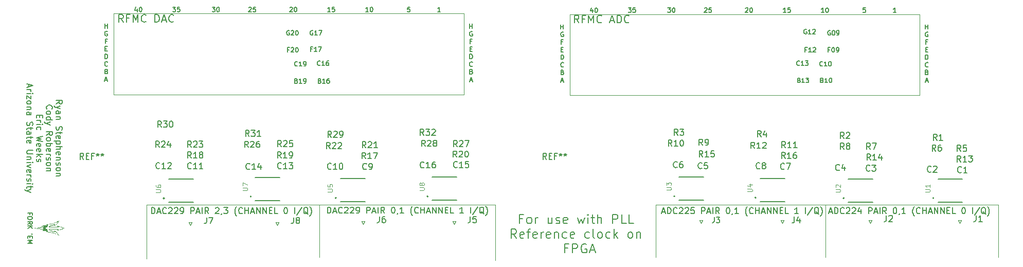
<source format=gbr>
%TF.GenerationSoftware,KiCad,Pcbnew,6.0.7-f9a2dced07~116~ubuntu22.04.1*%
%TF.CreationDate,2022-08-01T15:08:56-07:00*%
%TF.ProjectId,RFSoC_Frontend,5246536f-435f-4467-926f-6e74656e642e,rev?*%
%TF.SameCoordinates,Original*%
%TF.FileFunction,Legend,Top*%
%TF.FilePolarity,Positive*%
%FSLAX46Y46*%
G04 Gerber Fmt 4.6, Leading zero omitted, Abs format (unit mm)*
G04 Created by KiCad (PCBNEW 6.0.7-f9a2dced07~116~ubuntu22.04.1) date 2022-08-01 15:08:56*
%MOMM*%
%LPD*%
G01*
G04 APERTURE LIST*
%ADD10C,0.203200*%
%ADD11C,0.120000*%
%ADD12C,0.187500*%
%ADD13C,0.150000*%
%ADD14C,0.015000*%
%ADD15C,0.127000*%
%ADD16C,0.200000*%
G04 APERTURE END LIST*
D10*
X160924457Y-107459857D02*
X160424457Y-107459857D01*
X160424457Y-108245571D02*
X160424457Y-106745571D01*
X161138742Y-106745571D01*
X161924457Y-108245571D02*
X161781600Y-108174142D01*
X161710171Y-108102714D01*
X161638742Y-107959857D01*
X161638742Y-107531285D01*
X161710171Y-107388428D01*
X161781600Y-107317000D01*
X161924457Y-107245571D01*
X162138742Y-107245571D01*
X162281600Y-107317000D01*
X162353028Y-107388428D01*
X162424457Y-107531285D01*
X162424457Y-107959857D01*
X162353028Y-108102714D01*
X162281600Y-108174142D01*
X162138742Y-108245571D01*
X161924457Y-108245571D01*
X163067314Y-108245571D02*
X163067314Y-107245571D01*
X163067314Y-107531285D02*
X163138742Y-107388428D01*
X163210171Y-107317000D01*
X163353028Y-107245571D01*
X163495885Y-107245571D01*
X165781600Y-107245571D02*
X165781600Y-108245571D01*
X165138742Y-107245571D02*
X165138742Y-108031285D01*
X165210171Y-108174142D01*
X165353028Y-108245571D01*
X165567314Y-108245571D01*
X165710171Y-108174142D01*
X165781600Y-108102714D01*
X166424457Y-108174142D02*
X166567314Y-108245571D01*
X166853028Y-108245571D01*
X166995885Y-108174142D01*
X167067314Y-108031285D01*
X167067314Y-107959857D01*
X166995885Y-107817000D01*
X166853028Y-107745571D01*
X166638742Y-107745571D01*
X166495885Y-107674142D01*
X166424457Y-107531285D01*
X166424457Y-107459857D01*
X166495885Y-107317000D01*
X166638742Y-107245571D01*
X166853028Y-107245571D01*
X166995885Y-107317000D01*
X168281600Y-108174142D02*
X168138742Y-108245571D01*
X167853028Y-108245571D01*
X167710171Y-108174142D01*
X167638742Y-108031285D01*
X167638742Y-107459857D01*
X167710171Y-107317000D01*
X167853028Y-107245571D01*
X168138742Y-107245571D01*
X168281600Y-107317000D01*
X168353028Y-107459857D01*
X168353028Y-107602714D01*
X167638742Y-107745571D01*
X169995885Y-107245571D02*
X170281600Y-108245571D01*
X170567314Y-107531285D01*
X170853028Y-108245571D01*
X171138742Y-107245571D01*
X171710171Y-108245571D02*
X171710171Y-107245571D01*
X171710171Y-106745571D02*
X171638742Y-106817000D01*
X171710171Y-106888428D01*
X171781600Y-106817000D01*
X171710171Y-106745571D01*
X171710171Y-106888428D01*
X172210171Y-107245571D02*
X172781600Y-107245571D01*
X172424457Y-106745571D02*
X172424457Y-108031285D01*
X172495885Y-108174142D01*
X172638742Y-108245571D01*
X172781600Y-108245571D01*
X173281600Y-108245571D02*
X173281600Y-106745571D01*
X173924457Y-108245571D02*
X173924457Y-107459857D01*
X173853028Y-107317000D01*
X173710171Y-107245571D01*
X173495885Y-107245571D01*
X173353028Y-107317000D01*
X173281600Y-107388428D01*
X175781600Y-108245571D02*
X175781600Y-106745571D01*
X176353028Y-106745571D01*
X176495885Y-106817000D01*
X176567314Y-106888428D01*
X176638742Y-107031285D01*
X176638742Y-107245571D01*
X176567314Y-107388428D01*
X176495885Y-107459857D01*
X176353028Y-107531285D01*
X175781600Y-107531285D01*
X177995885Y-108245571D02*
X177281600Y-108245571D01*
X177281600Y-106745571D01*
X179210171Y-108245571D02*
X178495885Y-108245571D01*
X178495885Y-106745571D01*
X159924457Y-110660571D02*
X159424457Y-109946285D01*
X159067314Y-110660571D02*
X159067314Y-109160571D01*
X159638742Y-109160571D01*
X159781600Y-109232000D01*
X159853028Y-109303428D01*
X159924457Y-109446285D01*
X159924457Y-109660571D01*
X159853028Y-109803428D01*
X159781600Y-109874857D01*
X159638742Y-109946285D01*
X159067314Y-109946285D01*
X161138742Y-110589142D02*
X160995885Y-110660571D01*
X160710171Y-110660571D01*
X160567314Y-110589142D01*
X160495885Y-110446285D01*
X160495885Y-109874857D01*
X160567314Y-109732000D01*
X160710171Y-109660571D01*
X160995885Y-109660571D01*
X161138742Y-109732000D01*
X161210171Y-109874857D01*
X161210171Y-110017714D01*
X160495885Y-110160571D01*
X161638742Y-109660571D02*
X162210171Y-109660571D01*
X161853028Y-110660571D02*
X161853028Y-109374857D01*
X161924457Y-109232000D01*
X162067314Y-109160571D01*
X162210171Y-109160571D01*
X163281600Y-110589142D02*
X163138742Y-110660571D01*
X162853028Y-110660571D01*
X162710171Y-110589142D01*
X162638742Y-110446285D01*
X162638742Y-109874857D01*
X162710171Y-109732000D01*
X162853028Y-109660571D01*
X163138742Y-109660571D01*
X163281600Y-109732000D01*
X163353028Y-109874857D01*
X163353028Y-110017714D01*
X162638742Y-110160571D01*
X163995885Y-110660571D02*
X163995885Y-109660571D01*
X163995885Y-109946285D02*
X164067314Y-109803428D01*
X164138742Y-109732000D01*
X164281600Y-109660571D01*
X164424457Y-109660571D01*
X165495885Y-110589142D02*
X165353028Y-110660571D01*
X165067314Y-110660571D01*
X164924457Y-110589142D01*
X164853028Y-110446285D01*
X164853028Y-109874857D01*
X164924457Y-109732000D01*
X165067314Y-109660571D01*
X165353028Y-109660571D01*
X165495885Y-109732000D01*
X165567314Y-109874857D01*
X165567314Y-110017714D01*
X164853028Y-110160571D01*
X166210171Y-109660571D02*
X166210171Y-110660571D01*
X166210171Y-109803428D02*
X166281600Y-109732000D01*
X166424457Y-109660571D01*
X166638742Y-109660571D01*
X166781600Y-109732000D01*
X166853028Y-109874857D01*
X166853028Y-110660571D01*
X168210171Y-110589142D02*
X168067314Y-110660571D01*
X167781600Y-110660571D01*
X167638742Y-110589142D01*
X167567314Y-110517714D01*
X167495885Y-110374857D01*
X167495885Y-109946285D01*
X167567314Y-109803428D01*
X167638742Y-109732000D01*
X167781600Y-109660571D01*
X168067314Y-109660571D01*
X168210171Y-109732000D01*
X169424457Y-110589142D02*
X169281600Y-110660571D01*
X168995885Y-110660571D01*
X168853028Y-110589142D01*
X168781600Y-110446285D01*
X168781600Y-109874857D01*
X168853028Y-109732000D01*
X168995885Y-109660571D01*
X169281600Y-109660571D01*
X169424457Y-109732000D01*
X169495885Y-109874857D01*
X169495885Y-110017714D01*
X168781600Y-110160571D01*
X171924457Y-110589142D02*
X171781600Y-110660571D01*
X171495885Y-110660571D01*
X171353028Y-110589142D01*
X171281600Y-110517714D01*
X171210171Y-110374857D01*
X171210171Y-109946285D01*
X171281600Y-109803428D01*
X171353028Y-109732000D01*
X171495885Y-109660571D01*
X171781600Y-109660571D01*
X171924457Y-109732000D01*
X172781600Y-110660571D02*
X172638742Y-110589142D01*
X172567314Y-110446285D01*
X172567314Y-109160571D01*
X173567314Y-110660571D02*
X173424457Y-110589142D01*
X173353028Y-110517714D01*
X173281600Y-110374857D01*
X173281600Y-109946285D01*
X173353028Y-109803428D01*
X173424457Y-109732000D01*
X173567314Y-109660571D01*
X173781600Y-109660571D01*
X173924457Y-109732000D01*
X173995885Y-109803428D01*
X174067314Y-109946285D01*
X174067314Y-110374857D01*
X173995885Y-110517714D01*
X173924457Y-110589142D01*
X173781600Y-110660571D01*
X173567314Y-110660571D01*
X175353028Y-110589142D02*
X175210171Y-110660571D01*
X174924457Y-110660571D01*
X174781600Y-110589142D01*
X174710171Y-110517714D01*
X174638742Y-110374857D01*
X174638742Y-109946285D01*
X174710171Y-109803428D01*
X174781600Y-109732000D01*
X174924457Y-109660571D01*
X175210171Y-109660571D01*
X175353028Y-109732000D01*
X175995885Y-110660571D02*
X175995885Y-109160571D01*
X176138742Y-110089142D02*
X176567314Y-110660571D01*
X176567314Y-109660571D02*
X175995885Y-110232000D01*
X178567314Y-110660571D02*
X178424457Y-110589142D01*
X178353028Y-110517714D01*
X178281600Y-110374857D01*
X178281600Y-109946285D01*
X178353028Y-109803428D01*
X178424457Y-109732000D01*
X178567314Y-109660571D01*
X178781600Y-109660571D01*
X178924457Y-109732000D01*
X178995885Y-109803428D01*
X179067314Y-109946285D01*
X179067314Y-110374857D01*
X178995885Y-110517714D01*
X178924457Y-110589142D01*
X178781600Y-110660571D01*
X178567314Y-110660571D01*
X179710171Y-109660571D02*
X179710171Y-110660571D01*
X179710171Y-109803428D02*
X179781600Y-109732000D01*
X179924457Y-109660571D01*
X180138742Y-109660571D01*
X180281600Y-109732000D01*
X180353028Y-109874857D01*
X180353028Y-110660571D01*
X168353028Y-112289857D02*
X167853028Y-112289857D01*
X167853028Y-113075571D02*
X167853028Y-111575571D01*
X168567314Y-111575571D01*
X169138742Y-113075571D02*
X169138742Y-111575571D01*
X169710171Y-111575571D01*
X169853028Y-111647000D01*
X169924457Y-111718428D01*
X169995885Y-111861285D01*
X169995885Y-112075571D01*
X169924457Y-112218428D01*
X169853028Y-112289857D01*
X169710171Y-112361285D01*
X169138742Y-112361285D01*
X171424457Y-111647000D02*
X171281600Y-111575571D01*
X171067314Y-111575571D01*
X170853028Y-111647000D01*
X170710171Y-111789857D01*
X170638742Y-111932714D01*
X170567314Y-112218428D01*
X170567314Y-112432714D01*
X170638742Y-112718428D01*
X170710171Y-112861285D01*
X170853028Y-113004142D01*
X171067314Y-113075571D01*
X171210171Y-113075571D01*
X171424457Y-113004142D01*
X171495885Y-112932714D01*
X171495885Y-112432714D01*
X171210171Y-112432714D01*
X172067314Y-112647000D02*
X172781600Y-112647000D01*
X171924457Y-113075571D02*
X172424457Y-111575571D01*
X172924457Y-113075571D01*
D11*
X239268000Y-105156000D02*
X239268000Y-106680000D01*
X182880000Y-105156000D02*
X182880000Y-106680000D01*
X210820000Y-105156000D02*
X210820000Y-106680000D01*
X99060000Y-105156000D02*
X99060000Y-114046000D01*
X127508000Y-105156000D02*
X99060000Y-105156000D01*
X127508000Y-105156000D02*
X127508000Y-113792000D01*
X156464000Y-105156000D02*
X127508000Y-105156000D01*
X156464000Y-114300000D02*
X156464000Y-105156000D01*
X210820000Y-106680000D02*
X210820000Y-113792000D01*
X182880000Y-106680000D02*
X182880000Y-113792000D01*
X210820000Y-105156000D02*
X182880000Y-105156000D01*
X239268000Y-105156000D02*
X210820000Y-105156000D01*
X239268000Y-113792000D02*
X239268000Y-106680000D01*
X168749984Y-73804052D02*
X226299984Y-73804052D01*
X226299984Y-73804052D02*
X226299984Y-87104052D01*
X226299984Y-87104052D02*
X168749984Y-87104052D01*
X168749984Y-87104052D02*
X168749984Y-73804052D01*
X93649984Y-73654052D02*
X151299984Y-73654052D01*
X151299984Y-73654052D02*
X151299984Y-87004052D01*
X151299984Y-87004052D02*
X93649984Y-87004052D01*
X93649984Y-87004052D02*
X93649984Y-73654052D01*
D12*
X167682126Y-82421909D02*
X167646412Y-82457623D01*
X167539269Y-82493337D01*
X167467841Y-82493337D01*
X167360698Y-82457623D01*
X167289269Y-82386194D01*
X167253555Y-82314766D01*
X167217841Y-82171909D01*
X167217841Y-82064766D01*
X167253555Y-81921909D01*
X167289269Y-81850480D01*
X167360698Y-81779052D01*
X167467841Y-81743337D01*
X167539269Y-81743337D01*
X167646412Y-81779052D01*
X167682126Y-81814766D01*
X167646412Y-76779052D02*
X167574984Y-76743337D01*
X167467841Y-76743337D01*
X167360698Y-76779052D01*
X167289269Y-76850480D01*
X167253555Y-76921909D01*
X167217841Y-77064766D01*
X167217841Y-77171909D01*
X167253555Y-77314766D01*
X167289269Y-77386194D01*
X167360698Y-77457623D01*
X167467841Y-77493337D01*
X167539269Y-77493337D01*
X167646412Y-77457623D01*
X167682126Y-77421909D01*
X167682126Y-77171909D01*
X167539269Y-77171909D01*
X79853555Y-106736194D02*
X79853555Y-106486194D01*
X79460698Y-106486194D02*
X80210698Y-106486194D01*
X80210698Y-106843337D01*
X80210698Y-107271909D02*
X80210698Y-107414766D01*
X80174984Y-107486194D01*
X80103555Y-107557623D01*
X79960698Y-107593337D01*
X79710698Y-107593337D01*
X79567841Y-107557623D01*
X79496412Y-107486194D01*
X79460698Y-107414766D01*
X79460698Y-107271909D01*
X79496412Y-107200480D01*
X79567841Y-107129052D01*
X79710698Y-107093337D01*
X79960698Y-107093337D01*
X80103555Y-107129052D01*
X80174984Y-107200480D01*
X80210698Y-107271909D01*
X79460698Y-108343337D02*
X79817841Y-108093337D01*
X79460698Y-107914766D02*
X80210698Y-107914766D01*
X80210698Y-108200480D01*
X80174984Y-108271909D01*
X80139269Y-108307623D01*
X80067841Y-108343337D01*
X79960698Y-108343337D01*
X79889269Y-108307623D01*
X79853555Y-108271909D01*
X79817841Y-108200480D01*
X79817841Y-107914766D01*
X79460698Y-108664766D02*
X80210698Y-108664766D01*
X79460698Y-109093337D02*
X79889269Y-108771909D01*
X80210698Y-109093337D02*
X79782126Y-108664766D01*
X80210698Y-110021909D02*
X80067841Y-109950480D01*
X79853555Y-110343337D02*
X79853555Y-110593337D01*
X79460698Y-110700480D02*
X79460698Y-110343337D01*
X80210698Y-110343337D01*
X80210698Y-110700480D01*
X79460698Y-111021909D02*
X80210698Y-111021909D01*
X79674984Y-111271909D01*
X80210698Y-111521909D01*
X79460698Y-111521909D01*
D13*
X128819333Y-106556432D02*
X128819333Y-105556432D01*
X129057428Y-105556432D01*
X129200285Y-105604052D01*
X129295523Y-105699290D01*
X129343142Y-105794528D01*
X129390761Y-105985004D01*
X129390761Y-106127861D01*
X129343142Y-106318337D01*
X129295523Y-106413575D01*
X129200285Y-106508813D01*
X129057428Y-106556432D01*
X128819333Y-106556432D01*
X129771714Y-106270718D02*
X130247904Y-106270718D01*
X129676476Y-106556432D02*
X130009809Y-105556432D01*
X130343142Y-106556432D01*
X131247904Y-106461194D02*
X131200285Y-106508813D01*
X131057428Y-106556432D01*
X130962190Y-106556432D01*
X130819333Y-106508813D01*
X130724095Y-106413575D01*
X130676476Y-106318337D01*
X130628857Y-106127861D01*
X130628857Y-105985004D01*
X130676476Y-105794528D01*
X130724095Y-105699290D01*
X130819333Y-105604052D01*
X130962190Y-105556432D01*
X131057428Y-105556432D01*
X131200285Y-105604052D01*
X131247904Y-105651671D01*
X131628857Y-105651671D02*
X131676476Y-105604052D01*
X131771714Y-105556432D01*
X132009809Y-105556432D01*
X132105047Y-105604052D01*
X132152666Y-105651671D01*
X132200285Y-105746909D01*
X132200285Y-105842147D01*
X132152666Y-105985004D01*
X131581238Y-106556432D01*
X132200285Y-106556432D01*
X132581238Y-105651671D02*
X132628857Y-105604052D01*
X132724095Y-105556432D01*
X132962190Y-105556432D01*
X133057428Y-105604052D01*
X133105047Y-105651671D01*
X133152666Y-105746909D01*
X133152666Y-105842147D01*
X133105047Y-105985004D01*
X132533619Y-106556432D01*
X133152666Y-106556432D01*
X133628857Y-106556432D02*
X133819333Y-106556432D01*
X133914571Y-106508813D01*
X133962190Y-106461194D01*
X134057428Y-106318337D01*
X134105047Y-106127861D01*
X134105047Y-105746909D01*
X134057428Y-105651671D01*
X134009809Y-105604052D01*
X133914571Y-105556432D01*
X133724095Y-105556432D01*
X133628857Y-105604052D01*
X133581238Y-105651671D01*
X133533619Y-105746909D01*
X133533619Y-105985004D01*
X133581238Y-106080242D01*
X133628857Y-106127861D01*
X133724095Y-106175480D01*
X133914571Y-106175480D01*
X134009809Y-106127861D01*
X134057428Y-106080242D01*
X134105047Y-105985004D01*
X135295523Y-106556432D02*
X135295523Y-105556432D01*
X135676476Y-105556432D01*
X135771714Y-105604052D01*
X135819333Y-105651671D01*
X135866952Y-105746909D01*
X135866952Y-105889766D01*
X135819333Y-105985004D01*
X135771714Y-106032623D01*
X135676476Y-106080242D01*
X135295523Y-106080242D01*
X136247904Y-106270718D02*
X136724095Y-106270718D01*
X136152666Y-106556432D02*
X136486000Y-105556432D01*
X136819333Y-106556432D01*
X137152666Y-106556432D02*
X137152666Y-105556432D01*
X138200285Y-106556432D02*
X137866952Y-106080242D01*
X137628857Y-106556432D02*
X137628857Y-105556432D01*
X138009809Y-105556432D01*
X138105047Y-105604052D01*
X138152666Y-105651671D01*
X138200285Y-105746909D01*
X138200285Y-105889766D01*
X138152666Y-105985004D01*
X138105047Y-106032623D01*
X138009809Y-106080242D01*
X137628857Y-106080242D01*
X139581238Y-105556432D02*
X139676476Y-105556432D01*
X139771714Y-105604052D01*
X139819333Y-105651671D01*
X139866952Y-105746909D01*
X139914571Y-105937385D01*
X139914571Y-106175480D01*
X139866952Y-106365956D01*
X139819333Y-106461194D01*
X139771714Y-106508813D01*
X139676476Y-106556432D01*
X139581238Y-106556432D01*
X139486000Y-106508813D01*
X139438380Y-106461194D01*
X139390761Y-106365956D01*
X139343142Y-106175480D01*
X139343142Y-105937385D01*
X139390761Y-105746909D01*
X139438380Y-105651671D01*
X139486000Y-105604052D01*
X139581238Y-105556432D01*
X140390761Y-106508813D02*
X140390761Y-106556432D01*
X140343142Y-106651671D01*
X140295523Y-106699290D01*
X141343142Y-106556432D02*
X140771714Y-106556432D01*
X141057428Y-106556432D02*
X141057428Y-105556432D01*
X140962190Y-105699290D01*
X140866952Y-105794528D01*
X140771714Y-105842147D01*
X142819333Y-106937385D02*
X142771714Y-106889766D01*
X142676476Y-106746909D01*
X142628857Y-106651671D01*
X142581238Y-106508813D01*
X142533619Y-106270718D01*
X142533619Y-106080242D01*
X142581238Y-105842147D01*
X142628857Y-105699290D01*
X142676476Y-105604052D01*
X142771714Y-105461194D01*
X142819333Y-105413575D01*
X143771714Y-106461194D02*
X143724095Y-106508813D01*
X143581238Y-106556432D01*
X143486000Y-106556432D01*
X143343142Y-106508813D01*
X143247904Y-106413575D01*
X143200285Y-106318337D01*
X143152666Y-106127861D01*
X143152666Y-105985004D01*
X143200285Y-105794528D01*
X143247904Y-105699290D01*
X143343142Y-105604052D01*
X143486000Y-105556432D01*
X143581238Y-105556432D01*
X143724095Y-105604052D01*
X143771714Y-105651671D01*
X144200285Y-106556432D02*
X144200285Y-105556432D01*
X144200285Y-106032623D02*
X144771714Y-106032623D01*
X144771714Y-106556432D02*
X144771714Y-105556432D01*
X145200285Y-106270718D02*
X145676476Y-106270718D01*
X145105047Y-106556432D02*
X145438380Y-105556432D01*
X145771714Y-106556432D01*
X146105047Y-106556432D02*
X146105047Y-105556432D01*
X146676476Y-106556432D01*
X146676476Y-105556432D01*
X147152666Y-106556432D02*
X147152666Y-105556432D01*
X147724095Y-106556432D01*
X147724095Y-105556432D01*
X148200285Y-106032623D02*
X148533619Y-106032623D01*
X148676476Y-106556432D02*
X148200285Y-106556432D01*
X148200285Y-105556432D01*
X148676476Y-105556432D01*
X149581238Y-106556432D02*
X149105047Y-106556432D01*
X149105047Y-105556432D01*
X151200285Y-106556432D02*
X150628857Y-106556432D01*
X150914571Y-106556432D02*
X150914571Y-105556432D01*
X150819333Y-105699290D01*
X150724095Y-105794528D01*
X150628857Y-105842147D01*
X152390761Y-106556432D02*
X152390761Y-105556432D01*
X153581238Y-105508813D02*
X152724095Y-106794528D01*
X154581238Y-106651671D02*
X154486000Y-106604052D01*
X154390761Y-106508813D01*
X154247904Y-106365956D01*
X154152666Y-106318337D01*
X154057428Y-106318337D01*
X154105047Y-106556432D02*
X154009809Y-106508813D01*
X153914571Y-106413575D01*
X153866952Y-106223099D01*
X153866952Y-105889766D01*
X153914571Y-105699290D01*
X154009809Y-105604052D01*
X154105047Y-105556432D01*
X154295523Y-105556432D01*
X154390761Y-105604052D01*
X154486000Y-105699290D01*
X154533619Y-105889766D01*
X154533619Y-106223099D01*
X154486000Y-106413575D01*
X154390761Y-106508813D01*
X154295523Y-106556432D01*
X154105047Y-106556432D01*
X154866952Y-106937385D02*
X154914571Y-106889766D01*
X155009809Y-106746909D01*
X155057428Y-106651671D01*
X155105047Y-106508813D01*
X155152666Y-106270718D01*
X155152666Y-106080242D01*
X155105047Y-105842147D01*
X155057428Y-105699290D01*
X155009809Y-105604052D01*
X154914571Y-105461194D01*
X154866952Y-105413575D01*
D12*
X217378555Y-72743337D02*
X217021412Y-72743337D01*
X216985698Y-73100480D01*
X217021412Y-73064766D01*
X217092841Y-73029052D01*
X217271412Y-73029052D01*
X217342841Y-73064766D01*
X217378555Y-73100480D01*
X217414269Y-73171909D01*
X217414269Y-73350480D01*
X217378555Y-73421909D01*
X217342841Y-73457623D01*
X217271412Y-73493337D01*
X217092841Y-73493337D01*
X217021412Y-73457623D01*
X216985698Y-73421909D01*
X129302953Y-73391433D02*
X128874382Y-73391433D01*
X129088668Y-73391433D02*
X129088668Y-72641433D01*
X129017239Y-72748576D01*
X128945811Y-72820005D01*
X128874382Y-72855719D01*
X129981525Y-72641433D02*
X129624382Y-72641433D01*
X129588668Y-72998576D01*
X129624382Y-72962862D01*
X129695811Y-72927148D01*
X129874382Y-72927148D01*
X129945811Y-72962862D01*
X129981525Y-72998576D01*
X130017239Y-73070005D01*
X130017239Y-73248576D01*
X129981525Y-73320005D01*
X129945811Y-73355719D01*
X129874382Y-73391433D01*
X129695811Y-73391433D01*
X129624382Y-73355719D01*
X129588668Y-73320005D01*
D13*
X122532126Y-76529052D02*
X122460698Y-76493337D01*
X122353555Y-76493337D01*
X122246412Y-76529052D01*
X122174984Y-76600480D01*
X122139269Y-76671909D01*
X122103555Y-76814766D01*
X122103555Y-76921909D01*
X122139269Y-77064766D01*
X122174984Y-77136194D01*
X122246412Y-77207623D01*
X122353555Y-77243337D01*
X122424984Y-77243337D01*
X122532126Y-77207623D01*
X122567841Y-77171909D01*
X122567841Y-76921909D01*
X122424984Y-76921909D01*
X122853555Y-76564766D02*
X122889269Y-76529052D01*
X122960698Y-76493337D01*
X123139269Y-76493337D01*
X123210698Y-76529052D01*
X123246412Y-76564766D01*
X123282126Y-76636194D01*
X123282126Y-76707623D01*
X123246412Y-76814766D01*
X122817841Y-77243337D01*
X123282126Y-77243337D01*
X123746412Y-76493337D02*
X123817841Y-76493337D01*
X123889269Y-76529052D01*
X123924984Y-76564766D01*
X123960698Y-76636194D01*
X123996412Y-76779052D01*
X123996412Y-76957623D01*
X123960698Y-77100480D01*
X123924984Y-77171909D01*
X123889269Y-77207623D01*
X123817841Y-77243337D01*
X123746412Y-77243337D01*
X123674984Y-77207623D01*
X123639269Y-77171909D01*
X123603555Y-77100480D01*
X123567841Y-76957623D01*
X123567841Y-76779052D01*
X123603555Y-76636194D01*
X123639269Y-76564766D01*
X123674984Y-76529052D01*
X123746412Y-76493337D01*
D12*
X92202638Y-84647268D02*
X92559781Y-84647268D01*
X92131210Y-84861553D02*
X92381210Y-84111553D01*
X92631210Y-84861553D01*
X147414269Y-73393337D02*
X146985698Y-73393337D01*
X147199984Y-73393337D02*
X147199984Y-72643337D01*
X147128555Y-72750480D01*
X147057126Y-72821909D01*
X146985698Y-72857623D01*
D13*
X210239269Y-84650480D02*
X210346412Y-84686194D01*
X210382126Y-84721909D01*
X210417841Y-84793337D01*
X210417841Y-84900480D01*
X210382126Y-84971909D01*
X210346412Y-85007623D01*
X210274984Y-85043337D01*
X209989269Y-85043337D01*
X209989269Y-84293337D01*
X210239269Y-84293337D01*
X210310698Y-84329052D01*
X210346412Y-84364766D01*
X210382126Y-84436194D01*
X210382126Y-84507623D01*
X210346412Y-84579052D01*
X210310698Y-84614766D01*
X210239269Y-84650480D01*
X209989269Y-84650480D01*
X211132126Y-85043337D02*
X210703555Y-85043337D01*
X210917841Y-85043337D02*
X210917841Y-84293337D01*
X210846412Y-84400480D01*
X210774984Y-84471909D01*
X210703555Y-84507623D01*
X211596412Y-84293337D02*
X211667841Y-84293337D01*
X211739269Y-84329052D01*
X211774984Y-84364766D01*
X211810698Y-84436194D01*
X211846412Y-84579052D01*
X211846412Y-84757623D01*
X211810698Y-84900480D01*
X211774984Y-84971909D01*
X211739269Y-85007623D01*
X211667841Y-85043337D01*
X211596412Y-85043337D01*
X211524984Y-85007623D01*
X211489269Y-84971909D01*
X211453555Y-84900480D01*
X211417841Y-84757623D01*
X211417841Y-84579052D01*
X211453555Y-84436194D01*
X211489269Y-84364766D01*
X211524984Y-84329052D01*
X211596412Y-84293337D01*
X211492841Y-79650480D02*
X211242841Y-79650480D01*
X211242841Y-80043337D02*
X211242841Y-79293337D01*
X211599984Y-79293337D01*
X212028555Y-79293337D02*
X212099984Y-79293337D01*
X212171412Y-79329052D01*
X212207126Y-79364766D01*
X212242841Y-79436194D01*
X212278555Y-79579052D01*
X212278555Y-79757623D01*
X212242841Y-79900480D01*
X212207126Y-79971909D01*
X212171412Y-80007623D01*
X212099984Y-80043337D01*
X212028555Y-80043337D01*
X211957126Y-80007623D01*
X211921412Y-79971909D01*
X211885698Y-79900480D01*
X211849984Y-79757623D01*
X211849984Y-79579052D01*
X211885698Y-79436194D01*
X211921412Y-79364766D01*
X211957126Y-79329052D01*
X212028555Y-79293337D01*
X212635698Y-80043337D02*
X212778555Y-80043337D01*
X212849984Y-80007623D01*
X212885698Y-79971909D01*
X212957126Y-79864766D01*
X212992841Y-79721909D01*
X212992841Y-79436194D01*
X212957126Y-79364766D01*
X212921412Y-79329052D01*
X212849984Y-79293337D01*
X212707126Y-79293337D01*
X212635698Y-79329052D01*
X212599984Y-79364766D01*
X212564269Y-79436194D01*
X212564269Y-79614766D01*
X212599984Y-79686194D01*
X212635698Y-79721909D01*
X212707126Y-79757623D01*
X212849984Y-79757623D01*
X212921412Y-79721909D01*
X212957126Y-79686194D01*
X212992841Y-79614766D01*
D12*
X227682126Y-82421909D02*
X227646412Y-82457623D01*
X227539269Y-82493337D01*
X227467841Y-82493337D01*
X227360698Y-82457623D01*
X227289269Y-82386194D01*
X227253555Y-82314766D01*
X227217841Y-82171909D01*
X227217841Y-82064766D01*
X227253555Y-81921909D01*
X227289269Y-81850480D01*
X227360698Y-81779052D01*
X227467841Y-81743337D01*
X227539269Y-81743337D01*
X227646412Y-81779052D01*
X227682126Y-81814766D01*
D13*
X206517841Y-82171909D02*
X206482126Y-82207623D01*
X206374984Y-82243337D01*
X206303555Y-82243337D01*
X206196412Y-82207623D01*
X206124984Y-82136194D01*
X206089269Y-82064766D01*
X206053555Y-81921909D01*
X206053555Y-81814766D01*
X206089269Y-81671909D01*
X206124984Y-81600480D01*
X206196412Y-81529052D01*
X206303555Y-81493337D01*
X206374984Y-81493337D01*
X206482126Y-81529052D01*
X206517841Y-81564766D01*
X207232126Y-82243337D02*
X206803555Y-82243337D01*
X207017841Y-82243337D02*
X207017841Y-81493337D01*
X206946412Y-81600480D01*
X206874984Y-81671909D01*
X206803555Y-81707623D01*
X207482126Y-81493337D02*
X207946412Y-81493337D01*
X207696412Y-81779052D01*
X207803555Y-81779052D01*
X207874984Y-81814766D01*
X207910698Y-81850480D01*
X207946412Y-81921909D01*
X207946412Y-82100480D01*
X207910698Y-82171909D01*
X207874984Y-82207623D01*
X207803555Y-82243337D01*
X207589269Y-82243337D01*
X207517841Y-82207623D01*
X207482126Y-82171909D01*
D12*
X190878555Y-72814766D02*
X190914269Y-72779052D01*
X190985698Y-72743337D01*
X191164269Y-72743337D01*
X191235698Y-72779052D01*
X191271412Y-72814766D01*
X191307126Y-72886194D01*
X191307126Y-72957623D01*
X191271412Y-73064766D01*
X190842841Y-73493337D01*
X191307126Y-73493337D01*
X191985698Y-72743337D02*
X191628555Y-72743337D01*
X191592841Y-73100480D01*
X191628555Y-73064766D01*
X191699984Y-73029052D01*
X191878555Y-73029052D01*
X191949984Y-73064766D01*
X191985698Y-73100480D01*
X192021412Y-73171909D01*
X192021412Y-73350480D01*
X191985698Y-73421909D01*
X191949984Y-73457623D01*
X191878555Y-73493337D01*
X191699984Y-73493337D01*
X191628555Y-73457623D01*
X191592841Y-73421909D01*
X227253555Y-81243337D02*
X227253555Y-80493337D01*
X227432126Y-80493337D01*
X227539269Y-80529052D01*
X227610698Y-80600480D01*
X227646412Y-80671909D01*
X227682126Y-80814766D01*
X227682126Y-80921909D01*
X227646412Y-81064766D01*
X227610698Y-81136194D01*
X227539269Y-81207623D01*
X227432126Y-81243337D01*
X227253555Y-81243337D01*
X97481525Y-72891433D02*
X97481525Y-73391433D01*
X97302953Y-72605719D02*
X97124382Y-73141433D01*
X97588668Y-73141433D01*
X98017239Y-72641433D02*
X98088668Y-72641433D01*
X98160096Y-72677148D01*
X98195811Y-72712862D01*
X98231525Y-72784290D01*
X98267239Y-72927148D01*
X98267239Y-73105719D01*
X98231525Y-73248576D01*
X98195811Y-73320005D01*
X98160096Y-73355719D01*
X98088668Y-73391433D01*
X98017239Y-73391433D01*
X97945811Y-73355719D01*
X97910096Y-73320005D01*
X97874382Y-73248576D01*
X97838668Y-73105719D01*
X97838668Y-72927148D01*
X97874382Y-72784290D01*
X97910096Y-72712862D01*
X97945811Y-72677148D01*
X98017239Y-72641433D01*
D13*
X206439269Y-84650480D02*
X206546412Y-84686194D01*
X206582126Y-84721909D01*
X206617841Y-84793337D01*
X206617841Y-84900480D01*
X206582126Y-84971909D01*
X206546412Y-85007623D01*
X206474984Y-85043337D01*
X206189269Y-85043337D01*
X206189269Y-84293337D01*
X206439269Y-84293337D01*
X206510698Y-84329052D01*
X206546412Y-84364766D01*
X206582126Y-84436194D01*
X206582126Y-84507623D01*
X206546412Y-84579052D01*
X206510698Y-84614766D01*
X206439269Y-84650480D01*
X206189269Y-84650480D01*
X207332126Y-85043337D02*
X206903555Y-85043337D01*
X207117841Y-85043337D02*
X207117841Y-84293337D01*
X207046412Y-84400480D01*
X206974984Y-84471909D01*
X206903555Y-84507623D01*
X207582126Y-84293337D02*
X208046412Y-84293337D01*
X207796412Y-84579052D01*
X207903555Y-84579052D01*
X207974984Y-84614766D01*
X208010698Y-84650480D01*
X208046412Y-84721909D01*
X208046412Y-84900480D01*
X208010698Y-84971909D01*
X207974984Y-85007623D01*
X207903555Y-85043337D01*
X207689269Y-85043337D01*
X207617841Y-85007623D01*
X207582126Y-84971909D01*
D12*
X167253555Y-81243337D02*
X167253555Y-80493337D01*
X167432126Y-80493337D01*
X167539269Y-80529052D01*
X167610698Y-80600480D01*
X167646412Y-80671909D01*
X167682126Y-80814766D01*
X167682126Y-80921909D01*
X167646412Y-81064766D01*
X167610698Y-81136194D01*
X167539269Y-81207623D01*
X167432126Y-81243337D01*
X167253555Y-81243337D01*
X227289269Y-79600480D02*
X227539269Y-79600480D01*
X227646412Y-79993337D02*
X227289269Y-79993337D01*
X227289269Y-79243337D01*
X227646412Y-79243337D01*
X172485698Y-72993337D02*
X172485698Y-73493337D01*
X172307126Y-72707623D02*
X172128555Y-73243337D01*
X172592841Y-73243337D01*
X173021412Y-72743337D02*
X173092841Y-72743337D01*
X173164269Y-72779052D01*
X173199984Y-72814766D01*
X173235698Y-72886194D01*
X173271412Y-73029052D01*
X173271412Y-73207623D01*
X173235698Y-73350480D01*
X173199984Y-73421909D01*
X173164269Y-73457623D01*
X173092841Y-73493337D01*
X173021412Y-73493337D01*
X172949984Y-73457623D01*
X172914269Y-73421909D01*
X172878555Y-73350480D01*
X172842841Y-73207623D01*
X172842841Y-73029052D01*
X172878555Y-72886194D01*
X172914269Y-72814766D01*
X172949984Y-72779052D01*
X173021412Y-72743337D01*
X152557126Y-78250480D02*
X152307126Y-78250480D01*
X152307126Y-78643337D02*
X152307126Y-77893337D01*
X152664269Y-77893337D01*
X142374382Y-72641433D02*
X142017239Y-72641433D01*
X141981525Y-72998576D01*
X142017239Y-72962862D01*
X142088668Y-72927148D01*
X142267239Y-72927148D01*
X142338668Y-72962862D01*
X142374382Y-72998576D01*
X142410096Y-73070005D01*
X142410096Y-73248576D01*
X142374382Y-73320005D01*
X142338668Y-73355719D01*
X142267239Y-73391433D01*
X142088668Y-73391433D01*
X142017239Y-73355719D01*
X141981525Y-73320005D01*
X167503555Y-83350480D02*
X167610698Y-83386194D01*
X167646412Y-83421909D01*
X167682126Y-83493337D01*
X167682126Y-83600480D01*
X167646412Y-83671909D01*
X167610698Y-83707623D01*
X167539269Y-83743337D01*
X167253555Y-83743337D01*
X167253555Y-82993337D01*
X167503555Y-82993337D01*
X167574984Y-83029052D01*
X167610698Y-83064766D01*
X167646412Y-83136194D01*
X167646412Y-83207623D01*
X167610698Y-83279052D01*
X167574984Y-83314766D01*
X167503555Y-83350480D01*
X167253555Y-83350480D01*
X152289269Y-79500480D02*
X152539269Y-79500480D01*
X152646412Y-79893337D02*
X152289269Y-79893337D01*
X152289269Y-79143337D01*
X152646412Y-79143337D01*
X92184781Y-81111553D02*
X92184781Y-80361553D01*
X92363352Y-80361553D01*
X92470495Y-80397268D01*
X92541924Y-80468696D01*
X92577638Y-80540125D01*
X92613352Y-80682982D01*
X92613352Y-80790125D01*
X92577638Y-80932982D01*
X92541924Y-81004410D01*
X92470495Y-81075839D01*
X92363352Y-81111553D01*
X92184781Y-81111553D01*
X227503555Y-83350480D02*
X227610698Y-83386194D01*
X227646412Y-83421909D01*
X227682126Y-83493337D01*
X227682126Y-83600480D01*
X227646412Y-83671909D01*
X227610698Y-83707623D01*
X227539269Y-83743337D01*
X227253555Y-83743337D01*
X227253555Y-82993337D01*
X227503555Y-82993337D01*
X227574984Y-83029052D01*
X227610698Y-83064766D01*
X227646412Y-83136194D01*
X227646412Y-83207623D01*
X227610698Y-83279052D01*
X227574984Y-83314766D01*
X227503555Y-83350480D01*
X227253555Y-83350480D01*
D13*
X84162603Y-88561194D02*
X84638793Y-88227861D01*
X84162603Y-87989766D02*
X85162603Y-87989766D01*
X85162603Y-88370718D01*
X85114984Y-88465956D01*
X85067364Y-88513575D01*
X84972126Y-88561194D01*
X84829269Y-88561194D01*
X84734031Y-88513575D01*
X84686412Y-88465956D01*
X84638793Y-88370718D01*
X84638793Y-87989766D01*
X84829269Y-88894528D02*
X84162603Y-89132623D01*
X84829269Y-89370718D02*
X84162603Y-89132623D01*
X83924507Y-89037385D01*
X83876888Y-88989766D01*
X83829269Y-88894528D01*
X84162603Y-90180242D02*
X84686412Y-90180242D01*
X84781650Y-90132623D01*
X84829269Y-90037385D01*
X84829269Y-89846909D01*
X84781650Y-89751671D01*
X84210222Y-90180242D02*
X84162603Y-90085004D01*
X84162603Y-89846909D01*
X84210222Y-89751671D01*
X84305460Y-89704052D01*
X84400698Y-89704052D01*
X84495936Y-89751671D01*
X84543555Y-89846909D01*
X84543555Y-90085004D01*
X84591174Y-90180242D01*
X84829269Y-90656432D02*
X84162603Y-90656432D01*
X84734031Y-90656432D02*
X84781650Y-90704052D01*
X84829269Y-90799290D01*
X84829269Y-90942147D01*
X84781650Y-91037385D01*
X84686412Y-91085004D01*
X84162603Y-91085004D01*
X84210222Y-92275480D02*
X84162603Y-92418337D01*
X84162603Y-92656432D01*
X84210222Y-92751671D01*
X84257841Y-92799290D01*
X84353079Y-92846909D01*
X84448317Y-92846909D01*
X84543555Y-92799290D01*
X84591174Y-92751671D01*
X84638793Y-92656432D01*
X84686412Y-92465956D01*
X84734031Y-92370718D01*
X84781650Y-92323099D01*
X84876888Y-92275480D01*
X84972126Y-92275480D01*
X85067364Y-92323099D01*
X85114984Y-92370718D01*
X85162603Y-92465956D01*
X85162603Y-92704052D01*
X85114984Y-92846909D01*
X84829269Y-93132623D02*
X84829269Y-93513575D01*
X85162603Y-93275480D02*
X84305460Y-93275480D01*
X84210222Y-93323099D01*
X84162603Y-93418337D01*
X84162603Y-93513575D01*
X84210222Y-94227861D02*
X84162603Y-94132623D01*
X84162603Y-93942147D01*
X84210222Y-93846909D01*
X84305460Y-93799290D01*
X84686412Y-93799290D01*
X84781650Y-93846909D01*
X84829269Y-93942147D01*
X84829269Y-94132623D01*
X84781650Y-94227861D01*
X84686412Y-94275480D01*
X84591174Y-94275480D01*
X84495936Y-93799290D01*
X84829269Y-94704052D02*
X83829269Y-94704052D01*
X84781650Y-94704052D02*
X84829269Y-94799290D01*
X84829269Y-94989766D01*
X84781650Y-95085004D01*
X84734031Y-95132623D01*
X84638793Y-95180242D01*
X84353079Y-95180242D01*
X84257841Y-95132623D01*
X84210222Y-95085004D01*
X84162603Y-94989766D01*
X84162603Y-94799290D01*
X84210222Y-94704052D01*
X84162603Y-95608813D02*
X85162603Y-95608813D01*
X84162603Y-96037385D02*
X84686412Y-96037385D01*
X84781650Y-95989766D01*
X84829269Y-95894528D01*
X84829269Y-95751671D01*
X84781650Y-95656432D01*
X84734031Y-95608813D01*
X84210222Y-96894528D02*
X84162603Y-96799290D01*
X84162603Y-96608813D01*
X84210222Y-96513575D01*
X84305460Y-96465956D01*
X84686412Y-96465956D01*
X84781650Y-96513575D01*
X84829269Y-96608813D01*
X84829269Y-96799290D01*
X84781650Y-96894528D01*
X84686412Y-96942147D01*
X84591174Y-96942147D01*
X84495936Y-96465956D01*
X84829269Y-97370718D02*
X84162603Y-97370718D01*
X84734031Y-97370718D02*
X84781650Y-97418337D01*
X84829269Y-97513575D01*
X84829269Y-97656432D01*
X84781650Y-97751671D01*
X84686412Y-97799290D01*
X84162603Y-97799290D01*
X84210222Y-98227861D02*
X84162603Y-98323099D01*
X84162603Y-98513575D01*
X84210222Y-98608813D01*
X84305460Y-98656432D01*
X84353079Y-98656432D01*
X84448317Y-98608813D01*
X84495936Y-98513575D01*
X84495936Y-98370718D01*
X84543555Y-98275480D01*
X84638793Y-98227861D01*
X84686412Y-98227861D01*
X84781650Y-98275480D01*
X84829269Y-98370718D01*
X84829269Y-98513575D01*
X84781650Y-98608813D01*
X84162603Y-99227861D02*
X84210222Y-99132623D01*
X84257841Y-99085004D01*
X84353079Y-99037385D01*
X84638793Y-99037385D01*
X84734031Y-99085004D01*
X84781650Y-99132623D01*
X84829269Y-99227861D01*
X84829269Y-99370718D01*
X84781650Y-99465956D01*
X84734031Y-99513575D01*
X84638793Y-99561194D01*
X84353079Y-99561194D01*
X84257841Y-99513575D01*
X84210222Y-99465956D01*
X84162603Y-99370718D01*
X84162603Y-99227861D01*
X84829269Y-99989766D02*
X84162603Y-99989766D01*
X84734031Y-99989766D02*
X84781650Y-100037385D01*
X84829269Y-100132623D01*
X84829269Y-100275480D01*
X84781650Y-100370718D01*
X84686412Y-100418337D01*
X84162603Y-100418337D01*
X82647841Y-89394528D02*
X82600222Y-89346909D01*
X82552603Y-89204052D01*
X82552603Y-89108813D01*
X82600222Y-88965956D01*
X82695460Y-88870718D01*
X82790698Y-88823099D01*
X82981174Y-88775480D01*
X83124031Y-88775480D01*
X83314507Y-88823099D01*
X83409745Y-88870718D01*
X83504984Y-88965956D01*
X83552603Y-89108813D01*
X83552603Y-89204052D01*
X83504984Y-89346909D01*
X83457364Y-89394528D01*
X82552603Y-89965956D02*
X82600222Y-89870718D01*
X82647841Y-89823099D01*
X82743079Y-89775480D01*
X83028793Y-89775480D01*
X83124031Y-89823099D01*
X83171650Y-89870718D01*
X83219269Y-89965956D01*
X83219269Y-90108813D01*
X83171650Y-90204052D01*
X83124031Y-90251671D01*
X83028793Y-90299290D01*
X82743079Y-90299290D01*
X82647841Y-90251671D01*
X82600222Y-90204052D01*
X82552603Y-90108813D01*
X82552603Y-89965956D01*
X82552603Y-91156432D02*
X83552603Y-91156432D01*
X82600222Y-91156432D02*
X82552603Y-91061194D01*
X82552603Y-90870718D01*
X82600222Y-90775480D01*
X82647841Y-90727861D01*
X82743079Y-90680242D01*
X83028793Y-90680242D01*
X83124031Y-90727861D01*
X83171650Y-90775480D01*
X83219269Y-90870718D01*
X83219269Y-91061194D01*
X83171650Y-91156432D01*
X83219269Y-91537385D02*
X82552603Y-91775480D01*
X83219269Y-92013575D02*
X82552603Y-91775480D01*
X82314507Y-91680242D01*
X82266888Y-91632623D01*
X82219269Y-91537385D01*
X82552603Y-93727861D02*
X83028793Y-93394528D01*
X82552603Y-93156432D02*
X83552603Y-93156432D01*
X83552603Y-93537385D01*
X83504984Y-93632623D01*
X83457364Y-93680242D01*
X83362126Y-93727861D01*
X83219269Y-93727861D01*
X83124031Y-93680242D01*
X83076412Y-93632623D01*
X83028793Y-93537385D01*
X83028793Y-93156432D01*
X82552603Y-94299290D02*
X82600222Y-94204052D01*
X82647841Y-94156432D01*
X82743079Y-94108813D01*
X83028793Y-94108813D01*
X83124031Y-94156432D01*
X83171650Y-94204052D01*
X83219269Y-94299290D01*
X83219269Y-94442147D01*
X83171650Y-94537385D01*
X83124031Y-94585004D01*
X83028793Y-94632623D01*
X82743079Y-94632623D01*
X82647841Y-94585004D01*
X82600222Y-94537385D01*
X82552603Y-94442147D01*
X82552603Y-94299290D01*
X82552603Y-95061194D02*
X83552603Y-95061194D01*
X83171650Y-95061194D02*
X83219269Y-95156432D01*
X83219269Y-95346909D01*
X83171650Y-95442147D01*
X83124031Y-95489766D01*
X83028793Y-95537385D01*
X82743079Y-95537385D01*
X82647841Y-95489766D01*
X82600222Y-95442147D01*
X82552603Y-95346909D01*
X82552603Y-95156432D01*
X82600222Y-95061194D01*
X82600222Y-96346909D02*
X82552603Y-96251671D01*
X82552603Y-96061194D01*
X82600222Y-95965956D01*
X82695460Y-95918337D01*
X83076412Y-95918337D01*
X83171650Y-95965956D01*
X83219269Y-96061194D01*
X83219269Y-96251671D01*
X83171650Y-96346909D01*
X83076412Y-96394528D01*
X82981174Y-96394528D01*
X82885936Y-95918337D01*
X82552603Y-96823099D02*
X83219269Y-96823099D01*
X83028793Y-96823099D02*
X83124031Y-96870718D01*
X83171650Y-96918337D01*
X83219269Y-97013575D01*
X83219269Y-97108813D01*
X82600222Y-97394528D02*
X82552603Y-97489766D01*
X82552603Y-97680242D01*
X82600222Y-97775480D01*
X82695460Y-97823099D01*
X82743079Y-97823099D01*
X82838317Y-97775480D01*
X82885936Y-97680242D01*
X82885936Y-97537385D01*
X82933555Y-97442147D01*
X83028793Y-97394528D01*
X83076412Y-97394528D01*
X83171650Y-97442147D01*
X83219269Y-97537385D01*
X83219269Y-97680242D01*
X83171650Y-97775480D01*
X82552603Y-98394528D02*
X82600222Y-98299290D01*
X82647841Y-98251671D01*
X82743079Y-98204052D01*
X83028793Y-98204052D01*
X83124031Y-98251671D01*
X83171650Y-98299290D01*
X83219269Y-98394528D01*
X83219269Y-98537385D01*
X83171650Y-98632623D01*
X83124031Y-98680242D01*
X83028793Y-98727861D01*
X82743079Y-98727861D01*
X82647841Y-98680242D01*
X82600222Y-98632623D01*
X82552603Y-98537385D01*
X82552603Y-98394528D01*
X83219269Y-99156432D02*
X82552603Y-99156432D01*
X83124031Y-99156432D02*
X83171650Y-99204052D01*
X83219269Y-99299290D01*
X83219269Y-99442147D01*
X83171650Y-99537385D01*
X83076412Y-99585004D01*
X82552603Y-99585004D01*
X81466412Y-90394528D02*
X81466412Y-90727861D01*
X80942603Y-90870718D02*
X80942603Y-90394528D01*
X81942603Y-90394528D01*
X81942603Y-90870718D01*
X80942603Y-91299290D02*
X81609269Y-91299290D01*
X81418793Y-91299290D02*
X81514031Y-91346909D01*
X81561650Y-91394528D01*
X81609269Y-91489766D01*
X81609269Y-91585004D01*
X80942603Y-91918337D02*
X81609269Y-91918337D01*
X81942603Y-91918337D02*
X81894984Y-91870718D01*
X81847364Y-91918337D01*
X81894984Y-91965956D01*
X81942603Y-91918337D01*
X81847364Y-91918337D01*
X80990222Y-92823099D02*
X80942603Y-92727861D01*
X80942603Y-92537385D01*
X80990222Y-92442147D01*
X81037841Y-92394528D01*
X81133079Y-92346909D01*
X81418793Y-92346909D01*
X81514031Y-92394528D01*
X81561650Y-92442147D01*
X81609269Y-92537385D01*
X81609269Y-92727861D01*
X81561650Y-92823099D01*
X81942603Y-93918337D02*
X80942603Y-94156432D01*
X81656888Y-94346909D01*
X80942603Y-94537385D01*
X81942603Y-94775480D01*
X80990222Y-95537385D02*
X80942603Y-95442147D01*
X80942603Y-95251671D01*
X80990222Y-95156432D01*
X81085460Y-95108813D01*
X81466412Y-95108813D01*
X81561650Y-95156432D01*
X81609269Y-95251671D01*
X81609269Y-95442147D01*
X81561650Y-95537385D01*
X81466412Y-95585004D01*
X81371174Y-95585004D01*
X81275936Y-95108813D01*
X80990222Y-96394528D02*
X80942603Y-96299290D01*
X80942603Y-96108813D01*
X80990222Y-96013575D01*
X81085460Y-95965956D01*
X81466412Y-95965956D01*
X81561650Y-96013575D01*
X81609269Y-96108813D01*
X81609269Y-96299290D01*
X81561650Y-96394528D01*
X81466412Y-96442147D01*
X81371174Y-96442147D01*
X81275936Y-95965956D01*
X80942603Y-96870718D02*
X81942603Y-96870718D01*
X81323555Y-96965956D02*
X80942603Y-97251671D01*
X81609269Y-97251671D02*
X81228317Y-96870718D01*
X80990222Y-97632623D02*
X80942603Y-97727861D01*
X80942603Y-97918337D01*
X80990222Y-98013575D01*
X81085460Y-98061194D01*
X81133079Y-98061194D01*
X81228317Y-98013575D01*
X81275936Y-97918337D01*
X81275936Y-97775480D01*
X81323555Y-97680242D01*
X81418793Y-97632623D01*
X81466412Y-97632623D01*
X81561650Y-97680242D01*
X81609269Y-97775480D01*
X81609269Y-97918337D01*
X81561650Y-98013575D01*
X79618317Y-85323099D02*
X79618317Y-85799290D01*
X79332603Y-85227861D02*
X80332603Y-85561194D01*
X79332603Y-85894528D01*
X79332603Y-86227861D02*
X79999269Y-86227861D01*
X79808793Y-86227861D02*
X79904031Y-86275480D01*
X79951650Y-86323099D01*
X79999269Y-86418337D01*
X79999269Y-86513575D01*
X79332603Y-86846909D02*
X79999269Y-86846909D01*
X80332603Y-86846909D02*
X80284984Y-86799290D01*
X80237364Y-86846909D01*
X80284984Y-86894528D01*
X80332603Y-86846909D01*
X80237364Y-86846909D01*
X79999269Y-87227861D02*
X79999269Y-87751671D01*
X79332603Y-87227861D01*
X79332603Y-87751671D01*
X79332603Y-88275480D02*
X79380222Y-88180242D01*
X79427841Y-88132623D01*
X79523079Y-88085004D01*
X79808793Y-88085004D01*
X79904031Y-88132623D01*
X79951650Y-88180242D01*
X79999269Y-88275480D01*
X79999269Y-88418337D01*
X79951650Y-88513575D01*
X79904031Y-88561194D01*
X79808793Y-88608813D01*
X79523079Y-88608813D01*
X79427841Y-88561194D01*
X79380222Y-88513575D01*
X79332603Y-88418337D01*
X79332603Y-88275480D01*
X79999269Y-89037385D02*
X79332603Y-89037385D01*
X79904031Y-89037385D02*
X79951650Y-89085004D01*
X79999269Y-89180242D01*
X79999269Y-89323099D01*
X79951650Y-89418337D01*
X79856412Y-89465956D01*
X79332603Y-89465956D01*
X79332603Y-90370718D02*
X79856412Y-90370718D01*
X79951650Y-90323099D01*
X79999269Y-90227861D01*
X79999269Y-90037385D01*
X79951650Y-89942147D01*
X79380222Y-90370718D02*
X79332603Y-90275480D01*
X79332603Y-90037385D01*
X79380222Y-89942147D01*
X79475460Y-89894528D01*
X79570698Y-89894528D01*
X79665936Y-89942147D01*
X79713555Y-90037385D01*
X79713555Y-90275480D01*
X79761174Y-90370718D01*
X79380222Y-91561194D02*
X79332603Y-91704052D01*
X79332603Y-91942147D01*
X79380222Y-92037385D01*
X79427841Y-92085004D01*
X79523079Y-92132623D01*
X79618317Y-92132623D01*
X79713555Y-92085004D01*
X79761174Y-92037385D01*
X79808793Y-91942147D01*
X79856412Y-91751671D01*
X79904031Y-91656432D01*
X79951650Y-91608813D01*
X80046888Y-91561194D01*
X80142126Y-91561194D01*
X80237364Y-91608813D01*
X80284984Y-91656432D01*
X80332603Y-91751671D01*
X80332603Y-91989766D01*
X80284984Y-92132623D01*
X79999269Y-92418337D02*
X79999269Y-92799290D01*
X80332603Y-92561194D02*
X79475460Y-92561194D01*
X79380222Y-92608813D01*
X79332603Y-92704052D01*
X79332603Y-92799290D01*
X79332603Y-93561194D02*
X79856412Y-93561194D01*
X79951650Y-93513575D01*
X79999269Y-93418337D01*
X79999269Y-93227861D01*
X79951650Y-93132623D01*
X79380222Y-93561194D02*
X79332603Y-93465956D01*
X79332603Y-93227861D01*
X79380222Y-93132623D01*
X79475460Y-93085004D01*
X79570698Y-93085004D01*
X79665936Y-93132623D01*
X79713555Y-93227861D01*
X79713555Y-93465956D01*
X79761174Y-93561194D01*
X79999269Y-93894528D02*
X79999269Y-94275480D01*
X80332603Y-94037385D02*
X79475460Y-94037385D01*
X79380222Y-94085004D01*
X79332603Y-94180242D01*
X79332603Y-94275480D01*
X79380222Y-94989766D02*
X79332603Y-94894528D01*
X79332603Y-94704052D01*
X79380222Y-94608813D01*
X79475460Y-94561194D01*
X79856412Y-94561194D01*
X79951650Y-94608813D01*
X79999269Y-94704052D01*
X79999269Y-94894528D01*
X79951650Y-94989766D01*
X79856412Y-95037385D01*
X79761174Y-95037385D01*
X79665936Y-94561194D01*
X80332603Y-96227861D02*
X79523079Y-96227861D01*
X79427841Y-96275480D01*
X79380222Y-96323099D01*
X79332603Y-96418337D01*
X79332603Y-96608813D01*
X79380222Y-96704052D01*
X79427841Y-96751671D01*
X79523079Y-96799290D01*
X80332603Y-96799290D01*
X79999269Y-97275480D02*
X79332603Y-97275480D01*
X79904031Y-97275480D02*
X79951650Y-97323099D01*
X79999269Y-97418337D01*
X79999269Y-97561194D01*
X79951650Y-97656432D01*
X79856412Y-97704052D01*
X79332603Y-97704052D01*
X79332603Y-98180242D02*
X79999269Y-98180242D01*
X80332603Y-98180242D02*
X80284984Y-98132623D01*
X80237364Y-98180242D01*
X80284984Y-98227861D01*
X80332603Y-98180242D01*
X80237364Y-98180242D01*
X79999269Y-98561194D02*
X79332603Y-98799290D01*
X79999269Y-99037385D01*
X79380222Y-99799290D02*
X79332603Y-99704052D01*
X79332603Y-99513575D01*
X79380222Y-99418337D01*
X79475460Y-99370718D01*
X79856412Y-99370718D01*
X79951650Y-99418337D01*
X79999269Y-99513575D01*
X79999269Y-99704052D01*
X79951650Y-99799290D01*
X79856412Y-99846909D01*
X79761174Y-99846909D01*
X79665936Y-99370718D01*
X79332603Y-100275480D02*
X79999269Y-100275480D01*
X79808793Y-100275480D02*
X79904031Y-100323099D01*
X79951650Y-100370718D01*
X79999269Y-100465956D01*
X79999269Y-100561194D01*
X79380222Y-100846909D02*
X79332603Y-100942147D01*
X79332603Y-101132623D01*
X79380222Y-101227861D01*
X79475460Y-101275480D01*
X79523079Y-101275480D01*
X79618317Y-101227861D01*
X79665936Y-101132623D01*
X79665936Y-100989766D01*
X79713555Y-100894528D01*
X79808793Y-100846909D01*
X79856412Y-100846909D01*
X79951650Y-100894528D01*
X79999269Y-100989766D01*
X79999269Y-101132623D01*
X79951650Y-101227861D01*
X79332603Y-101704052D02*
X79999269Y-101704052D01*
X80332603Y-101704052D02*
X80284984Y-101656432D01*
X80237364Y-101704052D01*
X80284984Y-101751671D01*
X80332603Y-101704052D01*
X80237364Y-101704052D01*
X79999269Y-102037385D02*
X79999269Y-102418337D01*
X80332603Y-102180242D02*
X79475460Y-102180242D01*
X79380222Y-102227861D01*
X79332603Y-102323099D01*
X79332603Y-102418337D01*
X79999269Y-102656432D02*
X79332603Y-102894528D01*
X79999269Y-103132623D02*
X79332603Y-102894528D01*
X79094507Y-102799290D01*
X79046888Y-102751671D01*
X78999269Y-102656432D01*
X126382126Y-76529052D02*
X126310698Y-76493337D01*
X126203555Y-76493337D01*
X126096412Y-76529052D01*
X126024984Y-76600480D01*
X125989269Y-76671909D01*
X125953555Y-76814766D01*
X125953555Y-76921909D01*
X125989269Y-77064766D01*
X126024984Y-77136194D01*
X126096412Y-77207623D01*
X126203555Y-77243337D01*
X126274984Y-77243337D01*
X126382126Y-77207623D01*
X126417841Y-77171909D01*
X126417841Y-76921909D01*
X126274984Y-76921909D01*
X127132126Y-77243337D02*
X126703555Y-77243337D01*
X126917841Y-77243337D02*
X126917841Y-76493337D01*
X126846412Y-76600480D01*
X126774984Y-76671909D01*
X126703555Y-76707623D01*
X127382126Y-76493337D02*
X127882126Y-76493337D01*
X127560698Y-77243337D01*
D12*
X227557126Y-78350480D02*
X227307126Y-78350480D01*
X227307126Y-78743337D02*
X227307126Y-77993337D01*
X227664269Y-77993337D01*
X122628555Y-72714766D02*
X122664269Y-72679052D01*
X122735698Y-72643337D01*
X122914269Y-72643337D01*
X122985698Y-72679052D01*
X123021412Y-72714766D01*
X123057126Y-72786194D01*
X123057126Y-72857623D01*
X123021412Y-72964766D01*
X122592841Y-73393337D01*
X123057126Y-73393337D01*
X123521412Y-72643337D02*
X123592841Y-72643337D01*
X123664269Y-72679052D01*
X123699984Y-72714766D01*
X123735698Y-72786194D01*
X123771412Y-72929052D01*
X123771412Y-73107623D01*
X123735698Y-73250480D01*
X123699984Y-73321909D01*
X123664269Y-73357623D01*
X123592841Y-73393337D01*
X123521412Y-73393337D01*
X123449984Y-73357623D01*
X123414269Y-73321909D01*
X123378555Y-73250480D01*
X123342841Y-73107623D01*
X123342841Y-72929052D01*
X123378555Y-72786194D01*
X123414269Y-72714766D01*
X123449984Y-72679052D01*
X123521412Y-72643337D01*
X227235698Y-76243337D02*
X227235698Y-75493337D01*
X227235698Y-75850480D02*
X227664269Y-75850480D01*
X227664269Y-76243337D02*
X227664269Y-75493337D01*
D13*
X210317841Y-82271909D02*
X210282126Y-82307623D01*
X210174984Y-82343337D01*
X210103555Y-82343337D01*
X209996412Y-82307623D01*
X209924984Y-82236194D01*
X209889269Y-82164766D01*
X209853555Y-82021909D01*
X209853555Y-81914766D01*
X209889269Y-81771909D01*
X209924984Y-81700480D01*
X209996412Y-81629052D01*
X210103555Y-81593337D01*
X210174984Y-81593337D01*
X210282126Y-81629052D01*
X210317841Y-81664766D01*
X211032126Y-82343337D02*
X210603555Y-82343337D01*
X210817841Y-82343337D02*
X210817841Y-81593337D01*
X210746412Y-81700480D01*
X210674984Y-81771909D01*
X210603555Y-81807623D01*
X211496412Y-81593337D02*
X211567841Y-81593337D01*
X211639269Y-81629052D01*
X211674984Y-81664766D01*
X211710698Y-81736194D01*
X211746412Y-81879052D01*
X211746412Y-82057623D01*
X211710698Y-82200480D01*
X211674984Y-82271909D01*
X211639269Y-82307623D01*
X211567841Y-82343337D01*
X211496412Y-82343337D01*
X211424984Y-82307623D01*
X211389269Y-82271909D01*
X211353555Y-82200480D01*
X211317841Y-82057623D01*
X211317841Y-81879052D01*
X211353555Y-81736194D01*
X211389269Y-81664766D01*
X211424984Y-81629052D01*
X211496412Y-81593337D01*
X183889714Y-106338666D02*
X184365904Y-106338666D01*
X183794476Y-106624380D02*
X184127809Y-105624380D01*
X184461142Y-106624380D01*
X184794476Y-106624380D02*
X184794476Y-105624380D01*
X185032571Y-105624380D01*
X185175428Y-105672000D01*
X185270666Y-105767238D01*
X185318285Y-105862476D01*
X185365904Y-106052952D01*
X185365904Y-106195809D01*
X185318285Y-106386285D01*
X185270666Y-106481523D01*
X185175428Y-106576761D01*
X185032571Y-106624380D01*
X184794476Y-106624380D01*
X186365904Y-106529142D02*
X186318285Y-106576761D01*
X186175428Y-106624380D01*
X186080190Y-106624380D01*
X185937333Y-106576761D01*
X185842095Y-106481523D01*
X185794476Y-106386285D01*
X185746857Y-106195809D01*
X185746857Y-106052952D01*
X185794476Y-105862476D01*
X185842095Y-105767238D01*
X185937333Y-105672000D01*
X186080190Y-105624380D01*
X186175428Y-105624380D01*
X186318285Y-105672000D01*
X186365904Y-105719619D01*
X186746857Y-105719619D02*
X186794476Y-105672000D01*
X186889714Y-105624380D01*
X187127809Y-105624380D01*
X187223047Y-105672000D01*
X187270666Y-105719619D01*
X187318285Y-105814857D01*
X187318285Y-105910095D01*
X187270666Y-106052952D01*
X186699238Y-106624380D01*
X187318285Y-106624380D01*
X187699238Y-105719619D02*
X187746857Y-105672000D01*
X187842095Y-105624380D01*
X188080190Y-105624380D01*
X188175428Y-105672000D01*
X188223047Y-105719619D01*
X188270666Y-105814857D01*
X188270666Y-105910095D01*
X188223047Y-106052952D01*
X187651619Y-106624380D01*
X188270666Y-106624380D01*
X189175428Y-105624380D02*
X188699238Y-105624380D01*
X188651619Y-106100571D01*
X188699238Y-106052952D01*
X188794476Y-106005333D01*
X189032571Y-106005333D01*
X189127809Y-106052952D01*
X189175428Y-106100571D01*
X189223047Y-106195809D01*
X189223047Y-106433904D01*
X189175428Y-106529142D01*
X189127809Y-106576761D01*
X189032571Y-106624380D01*
X188794476Y-106624380D01*
X188699238Y-106576761D01*
X188651619Y-106529142D01*
X190413523Y-106624380D02*
X190413523Y-105624380D01*
X190794476Y-105624380D01*
X190889714Y-105672000D01*
X190937333Y-105719619D01*
X190984952Y-105814857D01*
X190984952Y-105957714D01*
X190937333Y-106052952D01*
X190889714Y-106100571D01*
X190794476Y-106148190D01*
X190413523Y-106148190D01*
X191365904Y-106338666D02*
X191842095Y-106338666D01*
X191270666Y-106624380D02*
X191604000Y-105624380D01*
X191937333Y-106624380D01*
X192270666Y-106624380D02*
X192270666Y-105624380D01*
X193318285Y-106624380D02*
X192984952Y-106148190D01*
X192746857Y-106624380D02*
X192746857Y-105624380D01*
X193127809Y-105624380D01*
X193223047Y-105672000D01*
X193270666Y-105719619D01*
X193318285Y-105814857D01*
X193318285Y-105957714D01*
X193270666Y-106052952D01*
X193223047Y-106100571D01*
X193127809Y-106148190D01*
X192746857Y-106148190D01*
X194699238Y-105624380D02*
X194794476Y-105624380D01*
X194889714Y-105672000D01*
X194937333Y-105719619D01*
X194984952Y-105814857D01*
X195032571Y-106005333D01*
X195032571Y-106243428D01*
X194984952Y-106433904D01*
X194937333Y-106529142D01*
X194889714Y-106576761D01*
X194794476Y-106624380D01*
X194699238Y-106624380D01*
X194604000Y-106576761D01*
X194556380Y-106529142D01*
X194508761Y-106433904D01*
X194461142Y-106243428D01*
X194461142Y-106005333D01*
X194508761Y-105814857D01*
X194556380Y-105719619D01*
X194604000Y-105672000D01*
X194699238Y-105624380D01*
X195508761Y-106576761D02*
X195508761Y-106624380D01*
X195461142Y-106719619D01*
X195413523Y-106767238D01*
X196461142Y-106624380D02*
X195889714Y-106624380D01*
X196175428Y-106624380D02*
X196175428Y-105624380D01*
X196080190Y-105767238D01*
X195984952Y-105862476D01*
X195889714Y-105910095D01*
X197937333Y-107005333D02*
X197889714Y-106957714D01*
X197794476Y-106814857D01*
X197746857Y-106719619D01*
X197699238Y-106576761D01*
X197651619Y-106338666D01*
X197651619Y-106148190D01*
X197699238Y-105910095D01*
X197746857Y-105767238D01*
X197794476Y-105672000D01*
X197889714Y-105529142D01*
X197937333Y-105481523D01*
X198889714Y-106529142D02*
X198842095Y-106576761D01*
X198699238Y-106624380D01*
X198604000Y-106624380D01*
X198461142Y-106576761D01*
X198365904Y-106481523D01*
X198318285Y-106386285D01*
X198270666Y-106195809D01*
X198270666Y-106052952D01*
X198318285Y-105862476D01*
X198365904Y-105767238D01*
X198461142Y-105672000D01*
X198604000Y-105624380D01*
X198699238Y-105624380D01*
X198842095Y-105672000D01*
X198889714Y-105719619D01*
X199318285Y-106624380D02*
X199318285Y-105624380D01*
X199318285Y-106100571D02*
X199889714Y-106100571D01*
X199889714Y-106624380D02*
X199889714Y-105624380D01*
X200318285Y-106338666D02*
X200794476Y-106338666D01*
X200223047Y-106624380D02*
X200556380Y-105624380D01*
X200889714Y-106624380D01*
X201223047Y-106624380D02*
X201223047Y-105624380D01*
X201794476Y-106624380D01*
X201794476Y-105624380D01*
X202270666Y-106624380D02*
X202270666Y-105624380D01*
X202842095Y-106624380D01*
X202842095Y-105624380D01*
X203318285Y-106100571D02*
X203651619Y-106100571D01*
X203794476Y-106624380D02*
X203318285Y-106624380D01*
X203318285Y-105624380D01*
X203794476Y-105624380D01*
X204699238Y-106624380D02*
X204223047Y-106624380D01*
X204223047Y-105624380D01*
X206318285Y-106624380D02*
X205746857Y-106624380D01*
X206032571Y-106624380D02*
X206032571Y-105624380D01*
X205937333Y-105767238D01*
X205842095Y-105862476D01*
X205746857Y-105910095D01*
X207508761Y-106624380D02*
X207508761Y-105624380D01*
X208699238Y-105576761D02*
X207842095Y-106862476D01*
X209699238Y-106719619D02*
X209604000Y-106672000D01*
X209508761Y-106576761D01*
X209365904Y-106433904D01*
X209270666Y-106386285D01*
X209175428Y-106386285D01*
X209223047Y-106624380D02*
X209127809Y-106576761D01*
X209032571Y-106481523D01*
X208984952Y-106291047D01*
X208984952Y-105957714D01*
X209032571Y-105767238D01*
X209127809Y-105672000D01*
X209223047Y-105624380D01*
X209413523Y-105624380D01*
X209508761Y-105672000D01*
X209604000Y-105767238D01*
X209651619Y-105957714D01*
X209651619Y-106291047D01*
X209604000Y-106481523D01*
X209508761Y-106576761D01*
X209413523Y-106624380D01*
X209223047Y-106624380D01*
X209984952Y-107005333D02*
X210032571Y-106957714D01*
X210127809Y-106814857D01*
X210175428Y-106719619D01*
X210223047Y-106576761D01*
X210270666Y-106338666D01*
X210270666Y-106148190D01*
X210223047Y-105910095D01*
X210175428Y-105767238D01*
X210127809Y-105672000D01*
X210032571Y-105529142D01*
X209984952Y-105481523D01*
X126292841Y-79550480D02*
X126042841Y-79550480D01*
X126042841Y-79943337D02*
X126042841Y-79193337D01*
X126399984Y-79193337D01*
X127078555Y-79943337D02*
X126649984Y-79943337D01*
X126864269Y-79943337D02*
X126864269Y-79193337D01*
X126792841Y-79300480D01*
X126721412Y-79371909D01*
X126649984Y-79407623D01*
X127328555Y-79193337D02*
X127828555Y-79193337D01*
X127507126Y-79943337D01*
D12*
X204307126Y-73493337D02*
X203878555Y-73493337D01*
X204092841Y-73493337D02*
X204092841Y-72743337D01*
X204021412Y-72850480D01*
X203949984Y-72921909D01*
X203878555Y-72957623D01*
X204985698Y-72743337D02*
X204628555Y-72743337D01*
X204592841Y-73100480D01*
X204628555Y-73064766D01*
X204699984Y-73029052D01*
X204878555Y-73029052D01*
X204949984Y-73064766D01*
X204985698Y-73100480D01*
X205021412Y-73171909D01*
X205021412Y-73350480D01*
X204985698Y-73421909D01*
X204949984Y-73457623D01*
X204878555Y-73493337D01*
X204699984Y-73493337D01*
X204628555Y-73457623D01*
X204592841Y-73421909D01*
X92166924Y-76111553D02*
X92166924Y-75361553D01*
X92166924Y-75718696D02*
X92595495Y-75718696D01*
X92595495Y-76111553D02*
X92595495Y-75361553D01*
X197628555Y-72814766D02*
X197664269Y-72779052D01*
X197735698Y-72743337D01*
X197914269Y-72743337D01*
X197985698Y-72779052D01*
X198021412Y-72814766D01*
X198057126Y-72886194D01*
X198057126Y-72957623D01*
X198021412Y-73064766D01*
X197592841Y-73493337D01*
X198057126Y-73493337D01*
X198521412Y-72743337D02*
X198592841Y-72743337D01*
X198664269Y-72779052D01*
X198699984Y-72814766D01*
X198735698Y-72886194D01*
X198771412Y-73029052D01*
X198771412Y-73207623D01*
X198735698Y-73350480D01*
X198699984Y-73421909D01*
X198664269Y-73457623D01*
X198592841Y-73493337D01*
X198521412Y-73493337D01*
X198449984Y-73457623D01*
X198414269Y-73421909D01*
X198378555Y-73350480D01*
X198342841Y-73207623D01*
X198342841Y-73029052D01*
X198378555Y-72886194D01*
X198414269Y-72814766D01*
X198449984Y-72779052D01*
X198521412Y-72743337D01*
D13*
X123867841Y-82271909D02*
X123832126Y-82307623D01*
X123724984Y-82343337D01*
X123653555Y-82343337D01*
X123546412Y-82307623D01*
X123474984Y-82236194D01*
X123439269Y-82164766D01*
X123403555Y-82021909D01*
X123403555Y-81914766D01*
X123439269Y-81771909D01*
X123474984Y-81700480D01*
X123546412Y-81629052D01*
X123653555Y-81593337D01*
X123724984Y-81593337D01*
X123832126Y-81629052D01*
X123867841Y-81664766D01*
X124582126Y-82343337D02*
X124153555Y-82343337D01*
X124367841Y-82343337D02*
X124367841Y-81593337D01*
X124296412Y-81700480D01*
X124224984Y-81771909D01*
X124153555Y-81807623D01*
X124939269Y-82343337D02*
X125082126Y-82343337D01*
X125153555Y-82307623D01*
X125189269Y-82271909D01*
X125260698Y-82164766D01*
X125296412Y-82021909D01*
X125296412Y-81736194D01*
X125260698Y-81664766D01*
X125224984Y-81629052D01*
X125153555Y-81593337D01*
X125010698Y-81593337D01*
X124939269Y-81629052D01*
X124903555Y-81664766D01*
X124867841Y-81736194D01*
X124867841Y-81914766D01*
X124903555Y-81986194D01*
X124939269Y-82021909D01*
X125010698Y-82057623D01*
X125153555Y-82057623D01*
X125224984Y-82021909D01*
X125260698Y-81986194D01*
X125296412Y-81914766D01*
X99863333Y-106624380D02*
X99863333Y-105624380D01*
X100101428Y-105624380D01*
X100244285Y-105672000D01*
X100339523Y-105767238D01*
X100387142Y-105862476D01*
X100434761Y-106052952D01*
X100434761Y-106195809D01*
X100387142Y-106386285D01*
X100339523Y-106481523D01*
X100244285Y-106576761D01*
X100101428Y-106624380D01*
X99863333Y-106624380D01*
X100815714Y-106338666D02*
X101291904Y-106338666D01*
X100720476Y-106624380D02*
X101053809Y-105624380D01*
X101387142Y-106624380D01*
X102291904Y-106529142D02*
X102244285Y-106576761D01*
X102101428Y-106624380D01*
X102006190Y-106624380D01*
X101863333Y-106576761D01*
X101768095Y-106481523D01*
X101720476Y-106386285D01*
X101672857Y-106195809D01*
X101672857Y-106052952D01*
X101720476Y-105862476D01*
X101768095Y-105767238D01*
X101863333Y-105672000D01*
X102006190Y-105624380D01*
X102101428Y-105624380D01*
X102244285Y-105672000D01*
X102291904Y-105719619D01*
X102672857Y-105719619D02*
X102720476Y-105672000D01*
X102815714Y-105624380D01*
X103053809Y-105624380D01*
X103149047Y-105672000D01*
X103196666Y-105719619D01*
X103244285Y-105814857D01*
X103244285Y-105910095D01*
X103196666Y-106052952D01*
X102625238Y-106624380D01*
X103244285Y-106624380D01*
X103625238Y-105719619D02*
X103672857Y-105672000D01*
X103768095Y-105624380D01*
X104006190Y-105624380D01*
X104101428Y-105672000D01*
X104149047Y-105719619D01*
X104196666Y-105814857D01*
X104196666Y-105910095D01*
X104149047Y-106052952D01*
X103577619Y-106624380D01*
X104196666Y-106624380D01*
X104672857Y-106624380D02*
X104863333Y-106624380D01*
X104958571Y-106576761D01*
X105006190Y-106529142D01*
X105101428Y-106386285D01*
X105149047Y-106195809D01*
X105149047Y-105814857D01*
X105101428Y-105719619D01*
X105053809Y-105672000D01*
X104958571Y-105624380D01*
X104768095Y-105624380D01*
X104672857Y-105672000D01*
X104625238Y-105719619D01*
X104577619Y-105814857D01*
X104577619Y-106052952D01*
X104625238Y-106148190D01*
X104672857Y-106195809D01*
X104768095Y-106243428D01*
X104958571Y-106243428D01*
X105053809Y-106195809D01*
X105101428Y-106148190D01*
X105149047Y-106052952D01*
X106339523Y-106624380D02*
X106339523Y-105624380D01*
X106720476Y-105624380D01*
X106815714Y-105672000D01*
X106863333Y-105719619D01*
X106910952Y-105814857D01*
X106910952Y-105957714D01*
X106863333Y-106052952D01*
X106815714Y-106100571D01*
X106720476Y-106148190D01*
X106339523Y-106148190D01*
X107291904Y-106338666D02*
X107768095Y-106338666D01*
X107196666Y-106624380D02*
X107530000Y-105624380D01*
X107863333Y-106624380D01*
X108196666Y-106624380D02*
X108196666Y-105624380D01*
X109244285Y-106624380D02*
X108910952Y-106148190D01*
X108672857Y-106624380D02*
X108672857Y-105624380D01*
X109053809Y-105624380D01*
X109149047Y-105672000D01*
X109196666Y-105719619D01*
X109244285Y-105814857D01*
X109244285Y-105957714D01*
X109196666Y-106052952D01*
X109149047Y-106100571D01*
X109053809Y-106148190D01*
X108672857Y-106148190D01*
X110387142Y-105719619D02*
X110434761Y-105672000D01*
X110530000Y-105624380D01*
X110768095Y-105624380D01*
X110863333Y-105672000D01*
X110910952Y-105719619D01*
X110958571Y-105814857D01*
X110958571Y-105910095D01*
X110910952Y-106052952D01*
X110339523Y-106624380D01*
X110958571Y-106624380D01*
X111434761Y-106576761D02*
X111434761Y-106624380D01*
X111387142Y-106719619D01*
X111339523Y-106767238D01*
X111768095Y-105624380D02*
X112387142Y-105624380D01*
X112053809Y-106005333D01*
X112196666Y-106005333D01*
X112291904Y-106052952D01*
X112339523Y-106100571D01*
X112387142Y-106195809D01*
X112387142Y-106433904D01*
X112339523Y-106529142D01*
X112291904Y-106576761D01*
X112196666Y-106624380D01*
X111910952Y-106624380D01*
X111815714Y-106576761D01*
X111768095Y-106529142D01*
X113863333Y-107005333D02*
X113815714Y-106957714D01*
X113720476Y-106814857D01*
X113672857Y-106719619D01*
X113625238Y-106576761D01*
X113577619Y-106338666D01*
X113577619Y-106148190D01*
X113625238Y-105910095D01*
X113672857Y-105767238D01*
X113720476Y-105672000D01*
X113815714Y-105529142D01*
X113863333Y-105481523D01*
X114815714Y-106529142D02*
X114768095Y-106576761D01*
X114625238Y-106624380D01*
X114529999Y-106624380D01*
X114387142Y-106576761D01*
X114291904Y-106481523D01*
X114244285Y-106386285D01*
X114196666Y-106195809D01*
X114196666Y-106052952D01*
X114244285Y-105862476D01*
X114291904Y-105767238D01*
X114387142Y-105672000D01*
X114529999Y-105624380D01*
X114625238Y-105624380D01*
X114768095Y-105672000D01*
X114815714Y-105719619D01*
X115244285Y-106624380D02*
X115244285Y-105624380D01*
X115244285Y-106100571D02*
X115815714Y-106100571D01*
X115815714Y-106624380D02*
X115815714Y-105624380D01*
X116244285Y-106338666D02*
X116720476Y-106338666D01*
X116149047Y-106624380D02*
X116482380Y-105624380D01*
X116815714Y-106624380D01*
X117149047Y-106624380D02*
X117149047Y-105624380D01*
X117720476Y-106624380D01*
X117720476Y-105624380D01*
X118196666Y-106624380D02*
X118196666Y-105624380D01*
X118768095Y-106624380D01*
X118768095Y-105624380D01*
X119244285Y-106100571D02*
X119577619Y-106100571D01*
X119720476Y-106624380D02*
X119244285Y-106624380D01*
X119244285Y-105624380D01*
X119720476Y-105624380D01*
X120625238Y-106624380D02*
X120149047Y-106624380D01*
X120149047Y-105624380D01*
X121910952Y-105624380D02*
X122006190Y-105624380D01*
X122101428Y-105672000D01*
X122149047Y-105719619D01*
X122196666Y-105814857D01*
X122244285Y-106005333D01*
X122244285Y-106243428D01*
X122196666Y-106433904D01*
X122149047Y-106529142D01*
X122101428Y-106576761D01*
X122006190Y-106624380D01*
X121910952Y-106624380D01*
X121815714Y-106576761D01*
X121768095Y-106529142D01*
X121720476Y-106433904D01*
X121672857Y-106243428D01*
X121672857Y-106005333D01*
X121720476Y-105814857D01*
X121768095Y-105719619D01*
X121815714Y-105672000D01*
X121910952Y-105624380D01*
X123434761Y-106624380D02*
X123434761Y-105624380D01*
X124625238Y-105576761D02*
X123768095Y-106862476D01*
X125625238Y-106719619D02*
X125529999Y-106672000D01*
X125434761Y-106576761D01*
X125291904Y-106433904D01*
X125196666Y-106386285D01*
X125101428Y-106386285D01*
X125149047Y-106624380D02*
X125053809Y-106576761D01*
X124958571Y-106481523D01*
X124910952Y-106291047D01*
X124910952Y-105957714D01*
X124958571Y-105767238D01*
X125053809Y-105672000D01*
X125149047Y-105624380D01*
X125339523Y-105624380D01*
X125434761Y-105672000D01*
X125529999Y-105767238D01*
X125577619Y-105957714D01*
X125577619Y-106291047D01*
X125529999Y-106481523D01*
X125434761Y-106576761D01*
X125339523Y-106624380D01*
X125149047Y-106624380D01*
X125910952Y-107005333D02*
X125958571Y-106957714D01*
X126053809Y-106814857D01*
X126101428Y-106719619D01*
X126149047Y-106576761D01*
X126196666Y-106338666D01*
X126196666Y-106148190D01*
X126149047Y-105910095D01*
X126101428Y-105767238D01*
X126053809Y-105672000D01*
X125958571Y-105529142D01*
X125910952Y-105481523D01*
D12*
X178342841Y-72743337D02*
X178807126Y-72743337D01*
X178557126Y-73029052D01*
X178664269Y-73029052D01*
X178735698Y-73064766D01*
X178771412Y-73100480D01*
X178807126Y-73171909D01*
X178807126Y-73350480D01*
X178771412Y-73421909D01*
X178735698Y-73457623D01*
X178664269Y-73493337D01*
X178449984Y-73493337D01*
X178378555Y-73457623D01*
X178342841Y-73421909D01*
X179485698Y-72743337D02*
X179128555Y-72743337D01*
X179092841Y-73100480D01*
X179128555Y-73064766D01*
X179199984Y-73029052D01*
X179378555Y-73029052D01*
X179449984Y-73064766D01*
X179485698Y-73100480D01*
X179521412Y-73171909D01*
X179521412Y-73350480D01*
X179485698Y-73421909D01*
X179449984Y-73457623D01*
X179378555Y-73493337D01*
X179199984Y-73493337D01*
X179128555Y-73457623D01*
X179092841Y-73421909D01*
X103338668Y-72641433D02*
X103802953Y-72641433D01*
X103552953Y-72927148D01*
X103660096Y-72927148D01*
X103731525Y-72962862D01*
X103767239Y-72998576D01*
X103802953Y-73070005D01*
X103802953Y-73248576D01*
X103767239Y-73320005D01*
X103731525Y-73355719D01*
X103660096Y-73391433D01*
X103445811Y-73391433D01*
X103374382Y-73355719D01*
X103338668Y-73320005D01*
X104481525Y-72641433D02*
X104124382Y-72641433D01*
X104088668Y-72998576D01*
X104124382Y-72962862D01*
X104195811Y-72927148D01*
X104374382Y-72927148D01*
X104445811Y-72962862D01*
X104481525Y-72998576D01*
X104517239Y-73070005D01*
X104517239Y-73248576D01*
X104481525Y-73320005D01*
X104445811Y-73355719D01*
X104374382Y-73391433D01*
X104195811Y-73391433D01*
X104124382Y-73355719D01*
X104088668Y-73320005D01*
X92613352Y-82290125D02*
X92577638Y-82325839D01*
X92470495Y-82361553D01*
X92399067Y-82361553D01*
X92291924Y-82325839D01*
X92220495Y-82254410D01*
X92184781Y-82182982D01*
X92149067Y-82040125D01*
X92149067Y-81932982D01*
X92184781Y-81790125D01*
X92220495Y-81718696D01*
X92291924Y-81647268D01*
X92399067Y-81611553D01*
X92470495Y-81611553D01*
X92577638Y-81647268D01*
X92613352Y-81682982D01*
X167271412Y-84779052D02*
X167628555Y-84779052D01*
X167199984Y-84993337D02*
X167449984Y-84243337D01*
X167699984Y-84993337D01*
D13*
X211582126Y-76529052D02*
X211510698Y-76493337D01*
X211403555Y-76493337D01*
X211296412Y-76529052D01*
X211224984Y-76600480D01*
X211189269Y-76671909D01*
X211153555Y-76814766D01*
X211153555Y-76921909D01*
X211189269Y-77064766D01*
X211224984Y-77136194D01*
X211296412Y-77207623D01*
X211403555Y-77243337D01*
X211474984Y-77243337D01*
X211582126Y-77207623D01*
X211617841Y-77171909D01*
X211617841Y-76921909D01*
X211474984Y-76921909D01*
X212082126Y-76493337D02*
X212153555Y-76493337D01*
X212224984Y-76529052D01*
X212260698Y-76564766D01*
X212296412Y-76636194D01*
X212332126Y-76779052D01*
X212332126Y-76957623D01*
X212296412Y-77100480D01*
X212260698Y-77171909D01*
X212224984Y-77207623D01*
X212153555Y-77243337D01*
X212082126Y-77243337D01*
X212010698Y-77207623D01*
X211974984Y-77171909D01*
X211939269Y-77100480D01*
X211903555Y-76957623D01*
X211903555Y-76779052D01*
X211939269Y-76636194D01*
X211974984Y-76564766D01*
X212010698Y-76529052D01*
X212082126Y-76493337D01*
X212689269Y-77243337D02*
X212832126Y-77243337D01*
X212903555Y-77207623D01*
X212939269Y-77171909D01*
X213010698Y-77064766D01*
X213046412Y-76921909D01*
X213046412Y-76636194D01*
X213010698Y-76564766D01*
X212974984Y-76529052D01*
X212903555Y-76493337D01*
X212760698Y-76493337D01*
X212689269Y-76529052D01*
X212653555Y-76564766D01*
X212617841Y-76636194D01*
X212617841Y-76814766D01*
X212653555Y-76886194D01*
X212689269Y-76921909D01*
X212760698Y-76957623D01*
X212903555Y-76957623D01*
X212974984Y-76921909D01*
X213010698Y-76886194D01*
X213046412Y-76814766D01*
D12*
X227646412Y-76779052D02*
X227574984Y-76743337D01*
X227467841Y-76743337D01*
X227360698Y-76779052D01*
X227289269Y-76850480D01*
X227253555Y-76921909D01*
X227217841Y-77064766D01*
X227217841Y-77171909D01*
X227253555Y-77314766D01*
X227289269Y-77386194D01*
X227360698Y-77457623D01*
X227467841Y-77493337D01*
X227539269Y-77493337D01*
X227646412Y-77457623D01*
X227682126Y-77421909D01*
X227682126Y-77171909D01*
X227539269Y-77171909D01*
X152646412Y-76679052D02*
X152574984Y-76643337D01*
X152467841Y-76643337D01*
X152360698Y-76679052D01*
X152289269Y-76750480D01*
X152253555Y-76821909D01*
X152217841Y-76964766D01*
X152217841Y-77071909D01*
X152253555Y-77214766D01*
X152289269Y-77286194D01*
X152360698Y-77357623D01*
X152467841Y-77393337D01*
X152539269Y-77393337D01*
X152646412Y-77357623D01*
X152682126Y-77321909D01*
X152682126Y-77071909D01*
X152539269Y-77071909D01*
X152271412Y-84679052D02*
X152628555Y-84679052D01*
X152199984Y-84893337D02*
X152449984Y-84143337D01*
X152699984Y-84893337D01*
D13*
X127617841Y-82171909D02*
X127582126Y-82207623D01*
X127474984Y-82243337D01*
X127403555Y-82243337D01*
X127296412Y-82207623D01*
X127224984Y-82136194D01*
X127189269Y-82064766D01*
X127153555Y-81921909D01*
X127153555Y-81814766D01*
X127189269Y-81671909D01*
X127224984Y-81600480D01*
X127296412Y-81529052D01*
X127403555Y-81493337D01*
X127474984Y-81493337D01*
X127582126Y-81529052D01*
X127617841Y-81564766D01*
X128332126Y-82243337D02*
X127903555Y-82243337D01*
X128117841Y-82243337D02*
X128117841Y-81493337D01*
X128046412Y-81600480D01*
X127974984Y-81671909D01*
X127903555Y-81707623D01*
X128974984Y-81493337D02*
X128832126Y-81493337D01*
X128760698Y-81529052D01*
X128724984Y-81564766D01*
X128653555Y-81671909D01*
X128617841Y-81814766D01*
X128617841Y-82100480D01*
X128653555Y-82171909D01*
X128689269Y-82207623D01*
X128760698Y-82243337D01*
X128903555Y-82243337D01*
X128974984Y-82207623D01*
X129010698Y-82171909D01*
X129046412Y-82100480D01*
X129046412Y-81921909D01*
X129010698Y-81850480D01*
X128974984Y-81814766D01*
X128903555Y-81779052D01*
X128760698Y-81779052D01*
X128689269Y-81814766D01*
X128653555Y-81850480D01*
X128617841Y-81921909D01*
D12*
X222414269Y-73493337D02*
X221985698Y-73493337D01*
X222199984Y-73493337D02*
X222199984Y-72743337D01*
X222128555Y-72850480D01*
X222057126Y-72921909D01*
X221985698Y-72957623D01*
D13*
X207682126Y-76329052D02*
X207610698Y-76293337D01*
X207503555Y-76293337D01*
X207396412Y-76329052D01*
X207324984Y-76400480D01*
X207289269Y-76471909D01*
X207253555Y-76614766D01*
X207253555Y-76721909D01*
X207289269Y-76864766D01*
X207324984Y-76936194D01*
X207396412Y-77007623D01*
X207503555Y-77043337D01*
X207574984Y-77043337D01*
X207682126Y-77007623D01*
X207717841Y-76971909D01*
X207717841Y-76721909D01*
X207574984Y-76721909D01*
X208432126Y-77043337D02*
X208003555Y-77043337D01*
X208217841Y-77043337D02*
X208217841Y-76293337D01*
X208146412Y-76400480D01*
X208074984Y-76471909D01*
X208003555Y-76507623D01*
X208717841Y-76364766D02*
X208753555Y-76329052D01*
X208824984Y-76293337D01*
X209003555Y-76293337D01*
X209074984Y-76329052D01*
X209110698Y-76364766D01*
X209146412Y-76436194D01*
X209146412Y-76507623D01*
X209110698Y-76614766D01*
X208682126Y-77043337D01*
X209146412Y-77043337D01*
D12*
X152682126Y-82321909D02*
X152646412Y-82357623D01*
X152539269Y-82393337D01*
X152467841Y-82393337D01*
X152360698Y-82357623D01*
X152289269Y-82286194D01*
X152253555Y-82214766D01*
X152217841Y-82071909D01*
X152217841Y-81964766D01*
X152253555Y-81821909D01*
X152289269Y-81750480D01*
X152360698Y-81679052D01*
X152467841Y-81643337D01*
X152539269Y-81643337D01*
X152646412Y-81679052D01*
X152682126Y-81714766D01*
D13*
X123689269Y-84750480D02*
X123796412Y-84786194D01*
X123832126Y-84821909D01*
X123867841Y-84893337D01*
X123867841Y-85000480D01*
X123832126Y-85071909D01*
X123796412Y-85107623D01*
X123724984Y-85143337D01*
X123439269Y-85143337D01*
X123439269Y-84393337D01*
X123689269Y-84393337D01*
X123760698Y-84429052D01*
X123796412Y-84464766D01*
X123832126Y-84536194D01*
X123832126Y-84607623D01*
X123796412Y-84679052D01*
X123760698Y-84714766D01*
X123689269Y-84750480D01*
X123439269Y-84750480D01*
X124582126Y-85143337D02*
X124153555Y-85143337D01*
X124367841Y-85143337D02*
X124367841Y-84393337D01*
X124296412Y-84500480D01*
X124224984Y-84571909D01*
X124153555Y-84607623D01*
X124939269Y-85143337D02*
X125082126Y-85143337D01*
X125153555Y-85107623D01*
X125189269Y-85071909D01*
X125260698Y-84964766D01*
X125296412Y-84821909D01*
X125296412Y-84536194D01*
X125260698Y-84464766D01*
X125224984Y-84429052D01*
X125153555Y-84393337D01*
X125010698Y-84393337D01*
X124939269Y-84429052D01*
X124903555Y-84464766D01*
X124867841Y-84536194D01*
X124867841Y-84714766D01*
X124903555Y-84786194D01*
X124939269Y-84821909D01*
X125010698Y-84857623D01*
X125153555Y-84857623D01*
X125224984Y-84821909D01*
X125260698Y-84786194D01*
X125296412Y-84714766D01*
D12*
X167235698Y-76243337D02*
X167235698Y-75493337D01*
X167235698Y-75850480D02*
X167664269Y-75850480D01*
X167664269Y-76243337D02*
X167664269Y-75493337D01*
X227271412Y-84779052D02*
X227628555Y-84779052D01*
X227199984Y-84993337D02*
X227449984Y-84243337D01*
X227699984Y-84993337D01*
D13*
X207692841Y-79650480D02*
X207442841Y-79650480D01*
X207442841Y-80043337D02*
X207442841Y-79293337D01*
X207799984Y-79293337D01*
X208478555Y-80043337D02*
X208049984Y-80043337D01*
X208264269Y-80043337D02*
X208264269Y-79293337D01*
X208192841Y-79400480D01*
X208121412Y-79471909D01*
X208049984Y-79507623D01*
X208764269Y-79364766D02*
X208799984Y-79329052D01*
X208871412Y-79293337D01*
X209049984Y-79293337D01*
X209121412Y-79329052D01*
X209157126Y-79364766D01*
X209192841Y-79436194D01*
X209192841Y-79507623D01*
X209157126Y-79614766D01*
X208728555Y-80043337D01*
X209192841Y-80043337D01*
X170199984Y-75219528D02*
X169783317Y-74624290D01*
X169485698Y-75219528D02*
X169485698Y-73969528D01*
X169961888Y-73969528D01*
X170080936Y-74029052D01*
X170140460Y-74088575D01*
X170199984Y-74207623D01*
X170199984Y-74386194D01*
X170140460Y-74505242D01*
X170080936Y-74564766D01*
X169961888Y-74624290D01*
X169485698Y-74624290D01*
X171152364Y-74564766D02*
X170735698Y-74564766D01*
X170735698Y-75219528D02*
X170735698Y-73969528D01*
X171330936Y-73969528D01*
X171807126Y-75219528D02*
X171807126Y-73969528D01*
X172223793Y-74862385D01*
X172640460Y-73969528D01*
X172640460Y-75219528D01*
X173949984Y-75100480D02*
X173890460Y-75160004D01*
X173711888Y-75219528D01*
X173592841Y-75219528D01*
X173414269Y-75160004D01*
X173295222Y-75040956D01*
X173235698Y-74921909D01*
X173176174Y-74683813D01*
X173176174Y-74505242D01*
X173235698Y-74267147D01*
X173295222Y-74148099D01*
X173414269Y-74029052D01*
X173592841Y-73969528D01*
X173711888Y-73969528D01*
X173890460Y-74029052D01*
X173949984Y-74088575D01*
X175378555Y-74862385D02*
X175973793Y-74862385D01*
X175259507Y-75219528D02*
X175676174Y-73969528D01*
X176092841Y-75219528D01*
X176509507Y-75219528D02*
X176509507Y-73969528D01*
X176807126Y-73969528D01*
X176985698Y-74029052D01*
X177104745Y-74148099D01*
X177164269Y-74267147D01*
X177223793Y-74505242D01*
X177223793Y-74683813D01*
X177164269Y-74921909D01*
X177104745Y-75040956D01*
X176985698Y-75160004D01*
X176807126Y-75219528D01*
X176509507Y-75219528D01*
X178473793Y-75100480D02*
X178414269Y-75160004D01*
X178235698Y-75219528D01*
X178116650Y-75219528D01*
X177938079Y-75160004D01*
X177819031Y-75040956D01*
X177759507Y-74921909D01*
X177699984Y-74683813D01*
X177699984Y-74505242D01*
X177759507Y-74267147D01*
X177819031Y-74148099D01*
X177938079Y-74029052D01*
X178116650Y-73969528D01*
X178235698Y-73969528D01*
X178414269Y-74029052D01*
X178473793Y-74088575D01*
X95199984Y-75119528D02*
X94783317Y-74524290D01*
X94485698Y-75119528D02*
X94485698Y-73869528D01*
X94961888Y-73869528D01*
X95080936Y-73929052D01*
X95140460Y-73988575D01*
X95199984Y-74107623D01*
X95199984Y-74286194D01*
X95140460Y-74405242D01*
X95080936Y-74464766D01*
X94961888Y-74524290D01*
X94485698Y-74524290D01*
X96152364Y-74464766D02*
X95735698Y-74464766D01*
X95735698Y-75119528D02*
X95735698Y-73869528D01*
X96330936Y-73869528D01*
X96807126Y-75119528D02*
X96807126Y-73869528D01*
X97223793Y-74762385D01*
X97640460Y-73869528D01*
X97640460Y-75119528D01*
X98949984Y-75000480D02*
X98890460Y-75060004D01*
X98711888Y-75119528D01*
X98592841Y-75119528D01*
X98414269Y-75060004D01*
X98295222Y-74940956D01*
X98235698Y-74821909D01*
X98176174Y-74583813D01*
X98176174Y-74405242D01*
X98235698Y-74167147D01*
X98295222Y-74048099D01*
X98414269Y-73929052D01*
X98592841Y-73869528D01*
X98711888Y-73869528D01*
X98890460Y-73929052D01*
X98949984Y-73988575D01*
X100438079Y-75119528D02*
X100438079Y-73869528D01*
X100735698Y-73869528D01*
X100914269Y-73929052D01*
X101033317Y-74048099D01*
X101092841Y-74167147D01*
X101152364Y-74405242D01*
X101152364Y-74583813D01*
X101092841Y-74821909D01*
X101033317Y-74940956D01*
X100914269Y-75060004D01*
X100735698Y-75119528D01*
X100438079Y-75119528D01*
X101628555Y-74762385D02*
X102223793Y-74762385D01*
X101509507Y-75119528D02*
X101926174Y-73869528D01*
X102342841Y-75119528D01*
X103473793Y-75000480D02*
X103414269Y-75060004D01*
X103235698Y-75119528D01*
X103116650Y-75119528D01*
X102938079Y-75060004D01*
X102819031Y-74940956D01*
X102759507Y-74821909D01*
X102699984Y-74583813D01*
X102699984Y-74405242D01*
X102759507Y-74167147D01*
X102819031Y-74048099D01*
X102938079Y-73929052D01*
X103116650Y-73869528D01*
X103235698Y-73869528D01*
X103414269Y-73929052D01*
X103473793Y-73988575D01*
X122492841Y-79650480D02*
X122242841Y-79650480D01*
X122242841Y-80043337D02*
X122242841Y-79293337D01*
X122599984Y-79293337D01*
X122849984Y-79364766D02*
X122885698Y-79329052D01*
X122957126Y-79293337D01*
X123135698Y-79293337D01*
X123207126Y-79329052D01*
X123242841Y-79364766D01*
X123278555Y-79436194D01*
X123278555Y-79507623D01*
X123242841Y-79614766D01*
X122814269Y-80043337D01*
X123278555Y-80043337D01*
X123742841Y-79293337D02*
X123814269Y-79293337D01*
X123885698Y-79329052D01*
X123921412Y-79364766D01*
X123957126Y-79436194D01*
X123992841Y-79579052D01*
X123992841Y-79757623D01*
X123957126Y-79900480D01*
X123921412Y-79971909D01*
X123885698Y-80007623D01*
X123814269Y-80043337D01*
X123742841Y-80043337D01*
X123671412Y-80007623D01*
X123635698Y-79971909D01*
X123599984Y-79900480D01*
X123564269Y-79757623D01*
X123564269Y-79579052D01*
X123599984Y-79436194D01*
X123635698Y-79364766D01*
X123671412Y-79329052D01*
X123742841Y-79293337D01*
D12*
X92577638Y-76647268D02*
X92506210Y-76611553D01*
X92399067Y-76611553D01*
X92291924Y-76647268D01*
X92220495Y-76718696D01*
X92184781Y-76790125D01*
X92149067Y-76932982D01*
X92149067Y-77040125D01*
X92184781Y-77182982D01*
X92220495Y-77254410D01*
X92291924Y-77325839D01*
X92399067Y-77361553D01*
X92470495Y-77361553D01*
X92577638Y-77325839D01*
X92613352Y-77290125D01*
X92613352Y-77040125D01*
X92470495Y-77040125D01*
X152503555Y-83250480D02*
X152610698Y-83286194D01*
X152646412Y-83321909D01*
X152682126Y-83393337D01*
X152682126Y-83500480D01*
X152646412Y-83571909D01*
X152610698Y-83607623D01*
X152539269Y-83643337D01*
X152253555Y-83643337D01*
X152253555Y-82893337D01*
X152503555Y-82893337D01*
X152574984Y-82929052D01*
X152610698Y-82964766D01*
X152646412Y-83036194D01*
X152646412Y-83107623D01*
X152610698Y-83179052D01*
X152574984Y-83214766D01*
X152503555Y-83250480D01*
X152253555Y-83250480D01*
X109838668Y-72641433D02*
X110302953Y-72641433D01*
X110052953Y-72927148D01*
X110160096Y-72927148D01*
X110231525Y-72962862D01*
X110267239Y-72998576D01*
X110302953Y-73070005D01*
X110302953Y-73248576D01*
X110267239Y-73320005D01*
X110231525Y-73355719D01*
X110160096Y-73391433D01*
X109945811Y-73391433D01*
X109874382Y-73355719D01*
X109838668Y-73320005D01*
X110767239Y-72641433D02*
X110838668Y-72641433D01*
X110910096Y-72677148D01*
X110945811Y-72712862D01*
X110981525Y-72784290D01*
X111017239Y-72927148D01*
X111017239Y-73105719D01*
X110981525Y-73248576D01*
X110945811Y-73320005D01*
X110910096Y-73355719D01*
X110838668Y-73391433D01*
X110767239Y-73391433D01*
X110695811Y-73355719D01*
X110660096Y-73320005D01*
X110624382Y-73248576D01*
X110588668Y-73105719D01*
X110588668Y-72927148D01*
X110624382Y-72784290D01*
X110660096Y-72712862D01*
X110695811Y-72677148D01*
X110767239Y-72641433D01*
X167289269Y-79600480D02*
X167539269Y-79600480D01*
X167646412Y-79993337D02*
X167289269Y-79993337D01*
X167289269Y-79243337D01*
X167646412Y-79243337D01*
X92220495Y-79468696D02*
X92470495Y-79468696D01*
X92577638Y-79861553D02*
X92220495Y-79861553D01*
X92220495Y-79111553D01*
X92577638Y-79111553D01*
X167557126Y-78350480D02*
X167307126Y-78350480D01*
X167307126Y-78743337D02*
X167307126Y-77993337D01*
X167664269Y-77993337D01*
X152235698Y-76143337D02*
X152235698Y-75393337D01*
X152235698Y-75750480D02*
X152664269Y-75750480D01*
X152664269Y-76143337D02*
X152664269Y-75393337D01*
X135552953Y-73391433D02*
X135124382Y-73391433D01*
X135338668Y-73391433D02*
X135338668Y-72641433D01*
X135267239Y-72748576D01*
X135195811Y-72820005D01*
X135124382Y-72855719D01*
X136017239Y-72641433D02*
X136088668Y-72641433D01*
X136160096Y-72677148D01*
X136195811Y-72712862D01*
X136231525Y-72784290D01*
X136267239Y-72927148D01*
X136267239Y-73105719D01*
X136231525Y-73248576D01*
X136195811Y-73320005D01*
X136160096Y-73355719D01*
X136088668Y-73391433D01*
X136017239Y-73391433D01*
X135945811Y-73355719D01*
X135910096Y-73320005D01*
X135874382Y-73248576D01*
X135838668Y-73105719D01*
X135838668Y-72927148D01*
X135874382Y-72784290D01*
X135910096Y-72712862D01*
X135945811Y-72677148D01*
X136017239Y-72641433D01*
X184842841Y-72743337D02*
X185307126Y-72743337D01*
X185057126Y-73029052D01*
X185164269Y-73029052D01*
X185235698Y-73064766D01*
X185271412Y-73100480D01*
X185307126Y-73171909D01*
X185307126Y-73350480D01*
X185271412Y-73421909D01*
X185235698Y-73457623D01*
X185164269Y-73493337D01*
X184949984Y-73493337D01*
X184878555Y-73457623D01*
X184842841Y-73421909D01*
X185771412Y-72743337D02*
X185842841Y-72743337D01*
X185914269Y-72779052D01*
X185949984Y-72814766D01*
X185985698Y-72886194D01*
X186021412Y-73029052D01*
X186021412Y-73207623D01*
X185985698Y-73350480D01*
X185949984Y-73421909D01*
X185914269Y-73457623D01*
X185842841Y-73493337D01*
X185771412Y-73493337D01*
X185699984Y-73457623D01*
X185664269Y-73421909D01*
X185628555Y-73350480D01*
X185592841Y-73207623D01*
X185592841Y-73029052D01*
X185628555Y-72886194D01*
X185664269Y-72814766D01*
X185699984Y-72779052D01*
X185771412Y-72743337D01*
D13*
X127539269Y-84750480D02*
X127646412Y-84786194D01*
X127682126Y-84821909D01*
X127717841Y-84893337D01*
X127717841Y-85000480D01*
X127682126Y-85071909D01*
X127646412Y-85107623D01*
X127574984Y-85143337D01*
X127289269Y-85143337D01*
X127289269Y-84393337D01*
X127539269Y-84393337D01*
X127610698Y-84429052D01*
X127646412Y-84464766D01*
X127682126Y-84536194D01*
X127682126Y-84607623D01*
X127646412Y-84679052D01*
X127610698Y-84714766D01*
X127539269Y-84750480D01*
X127289269Y-84750480D01*
X128432126Y-85143337D02*
X128003555Y-85143337D01*
X128217841Y-85143337D02*
X128217841Y-84393337D01*
X128146412Y-84500480D01*
X128074984Y-84571909D01*
X128003555Y-84607623D01*
X129074984Y-84393337D02*
X128932126Y-84393337D01*
X128860698Y-84429052D01*
X128824984Y-84464766D01*
X128753555Y-84571909D01*
X128717841Y-84714766D01*
X128717841Y-85000480D01*
X128753555Y-85071909D01*
X128789269Y-85107623D01*
X128860698Y-85143337D01*
X129003555Y-85143337D01*
X129074984Y-85107623D01*
X129110698Y-85071909D01*
X129146412Y-85000480D01*
X129146412Y-84821909D01*
X129110698Y-84750480D01*
X129074984Y-84714766D01*
X129003555Y-84679052D01*
X128860698Y-84679052D01*
X128789269Y-84714766D01*
X128753555Y-84750480D01*
X128717841Y-84821909D01*
D12*
X92488352Y-78218696D02*
X92238352Y-78218696D01*
X92238352Y-78611553D02*
X92238352Y-77861553D01*
X92595495Y-77861553D01*
D13*
X211385698Y-106338666D02*
X211861888Y-106338666D01*
X211290460Y-106624380D02*
X211623793Y-105624380D01*
X211957126Y-106624380D01*
X212290460Y-106624380D02*
X212290460Y-105624380D01*
X212528555Y-105624380D01*
X212671412Y-105672000D01*
X212766650Y-105767238D01*
X212814269Y-105862476D01*
X212861888Y-106052952D01*
X212861888Y-106195809D01*
X212814269Y-106386285D01*
X212766650Y-106481523D01*
X212671412Y-106576761D01*
X212528555Y-106624380D01*
X212290460Y-106624380D01*
X213861888Y-106529142D02*
X213814269Y-106576761D01*
X213671412Y-106624380D01*
X213576174Y-106624380D01*
X213433317Y-106576761D01*
X213338079Y-106481523D01*
X213290460Y-106386285D01*
X213242841Y-106195809D01*
X213242841Y-106052952D01*
X213290460Y-105862476D01*
X213338079Y-105767238D01*
X213433317Y-105672000D01*
X213576174Y-105624380D01*
X213671412Y-105624380D01*
X213814269Y-105672000D01*
X213861888Y-105719619D01*
X214242841Y-105719619D02*
X214290460Y-105672000D01*
X214385698Y-105624380D01*
X214623793Y-105624380D01*
X214719031Y-105672000D01*
X214766650Y-105719619D01*
X214814269Y-105814857D01*
X214814269Y-105910095D01*
X214766650Y-106052952D01*
X214195222Y-106624380D01*
X214814269Y-106624380D01*
X215195222Y-105719619D02*
X215242841Y-105672000D01*
X215338079Y-105624380D01*
X215576174Y-105624380D01*
X215671412Y-105672000D01*
X215719031Y-105719619D01*
X215766650Y-105814857D01*
X215766650Y-105910095D01*
X215719031Y-106052952D01*
X215147603Y-106624380D01*
X215766650Y-106624380D01*
X216623793Y-105957714D02*
X216623793Y-106624380D01*
X216385698Y-105576761D02*
X216147603Y-106291047D01*
X216766650Y-106291047D01*
X217909507Y-106624380D02*
X217909507Y-105624380D01*
X218290460Y-105624380D01*
X218385698Y-105672000D01*
X218433317Y-105719619D01*
X218480936Y-105814857D01*
X218480936Y-105957714D01*
X218433317Y-106052952D01*
X218385698Y-106100571D01*
X218290460Y-106148190D01*
X217909507Y-106148190D01*
X218861888Y-106338666D02*
X219338079Y-106338666D01*
X218766650Y-106624380D02*
X219099984Y-105624380D01*
X219433317Y-106624380D01*
X219766650Y-106624380D02*
X219766650Y-105624380D01*
X220814269Y-106624380D02*
X220480936Y-106148190D01*
X220242841Y-106624380D02*
X220242841Y-105624380D01*
X220623793Y-105624380D01*
X220719031Y-105672000D01*
X220766650Y-105719619D01*
X220814269Y-105814857D01*
X220814269Y-105957714D01*
X220766650Y-106052952D01*
X220719031Y-106100571D01*
X220623793Y-106148190D01*
X220242841Y-106148190D01*
X222195222Y-105624380D02*
X222290460Y-105624380D01*
X222385698Y-105672000D01*
X222433317Y-105719619D01*
X222480936Y-105814857D01*
X222528555Y-106005333D01*
X222528555Y-106243428D01*
X222480936Y-106433904D01*
X222433317Y-106529142D01*
X222385698Y-106576761D01*
X222290460Y-106624380D01*
X222195222Y-106624380D01*
X222099984Y-106576761D01*
X222052364Y-106529142D01*
X222004745Y-106433904D01*
X221957126Y-106243428D01*
X221957126Y-106005333D01*
X222004745Y-105814857D01*
X222052364Y-105719619D01*
X222099984Y-105672000D01*
X222195222Y-105624380D01*
X223004745Y-106576761D02*
X223004745Y-106624380D01*
X222957126Y-106719619D01*
X222909507Y-106767238D01*
X223957126Y-106624380D02*
X223385698Y-106624380D01*
X223671412Y-106624380D02*
X223671412Y-105624380D01*
X223576174Y-105767238D01*
X223480936Y-105862476D01*
X223385698Y-105910095D01*
X225433317Y-107005333D02*
X225385698Y-106957714D01*
X225290460Y-106814857D01*
X225242841Y-106719619D01*
X225195222Y-106576761D01*
X225147603Y-106338666D01*
X225147603Y-106148190D01*
X225195222Y-105910095D01*
X225242841Y-105767238D01*
X225290460Y-105672000D01*
X225385698Y-105529142D01*
X225433317Y-105481523D01*
X226385698Y-106529142D02*
X226338079Y-106576761D01*
X226195222Y-106624380D01*
X226099984Y-106624380D01*
X225957126Y-106576761D01*
X225861888Y-106481523D01*
X225814269Y-106386285D01*
X225766650Y-106195809D01*
X225766650Y-106052952D01*
X225814269Y-105862476D01*
X225861888Y-105767238D01*
X225957126Y-105672000D01*
X226099984Y-105624380D01*
X226195222Y-105624380D01*
X226338079Y-105672000D01*
X226385698Y-105719619D01*
X226814269Y-106624380D02*
X226814269Y-105624380D01*
X226814269Y-106100571D02*
X227385698Y-106100571D01*
X227385698Y-106624380D02*
X227385698Y-105624380D01*
X227814269Y-106338666D02*
X228290460Y-106338666D01*
X227719031Y-106624380D02*
X228052364Y-105624380D01*
X228385698Y-106624380D01*
X228719031Y-106624380D02*
X228719031Y-105624380D01*
X229290460Y-106624380D01*
X229290460Y-105624380D01*
X229766650Y-106624380D02*
X229766650Y-105624380D01*
X230338079Y-106624380D01*
X230338079Y-105624380D01*
X230814269Y-106100571D02*
X231147603Y-106100571D01*
X231290460Y-106624380D02*
X230814269Y-106624380D01*
X230814269Y-105624380D01*
X231290460Y-105624380D01*
X232195222Y-106624380D02*
X231719031Y-106624380D01*
X231719031Y-105624380D01*
X233480936Y-105624380D02*
X233576174Y-105624380D01*
X233671412Y-105672000D01*
X233719031Y-105719619D01*
X233766650Y-105814857D01*
X233814269Y-106005333D01*
X233814269Y-106243428D01*
X233766650Y-106433904D01*
X233719031Y-106529142D01*
X233671412Y-106576761D01*
X233576174Y-106624380D01*
X233480936Y-106624380D01*
X233385698Y-106576761D01*
X233338079Y-106529142D01*
X233290460Y-106433904D01*
X233242841Y-106243428D01*
X233242841Y-106005333D01*
X233290460Y-105814857D01*
X233338079Y-105719619D01*
X233385698Y-105672000D01*
X233480936Y-105624380D01*
X235004745Y-106624380D02*
X235004745Y-105624380D01*
X236195222Y-105576761D02*
X235338079Y-106862476D01*
X237195222Y-106719619D02*
X237099984Y-106672000D01*
X237004745Y-106576761D01*
X236861888Y-106433904D01*
X236766650Y-106386285D01*
X236671412Y-106386285D01*
X236719031Y-106624380D02*
X236623793Y-106576761D01*
X236528555Y-106481523D01*
X236480936Y-106291047D01*
X236480936Y-105957714D01*
X236528555Y-105767238D01*
X236623793Y-105672000D01*
X236719031Y-105624380D01*
X236909507Y-105624380D01*
X237004745Y-105672000D01*
X237099984Y-105767238D01*
X237147603Y-105957714D01*
X237147603Y-106291047D01*
X237099984Y-106481523D01*
X237004745Y-106576761D01*
X236909507Y-106624380D01*
X236719031Y-106624380D01*
X237480936Y-107005333D02*
X237528555Y-106957714D01*
X237623793Y-106814857D01*
X237671412Y-106719619D01*
X237719031Y-106576761D01*
X237766650Y-106338666D01*
X237766650Y-106148190D01*
X237719031Y-105910095D01*
X237671412Y-105767238D01*
X237623793Y-105672000D01*
X237528555Y-105529142D01*
X237480936Y-105481523D01*
D12*
X92434781Y-83218696D02*
X92541924Y-83254410D01*
X92577638Y-83290125D01*
X92613352Y-83361553D01*
X92613352Y-83468696D01*
X92577638Y-83540125D01*
X92541924Y-83575839D01*
X92470495Y-83611553D01*
X92184781Y-83611553D01*
X92184781Y-82861553D01*
X92434781Y-82861553D01*
X92506210Y-82897268D01*
X92541924Y-82932982D01*
X92577638Y-83004410D01*
X92577638Y-83075839D01*
X92541924Y-83147268D01*
X92506210Y-83182982D01*
X92434781Y-83218696D01*
X92184781Y-83218696D01*
X115874382Y-72712862D02*
X115910096Y-72677148D01*
X115981525Y-72641433D01*
X116160096Y-72641433D01*
X116231525Y-72677148D01*
X116267239Y-72712862D01*
X116302953Y-72784290D01*
X116302953Y-72855719D01*
X116267239Y-72962862D01*
X115838668Y-73391433D01*
X116302953Y-73391433D01*
X116981525Y-72641433D02*
X116624382Y-72641433D01*
X116588668Y-72998576D01*
X116624382Y-72962862D01*
X116695811Y-72927148D01*
X116874382Y-72927148D01*
X116945811Y-72962862D01*
X116981525Y-72998576D01*
X117017239Y-73070005D01*
X117017239Y-73248576D01*
X116981525Y-73320005D01*
X116945811Y-73355719D01*
X116874382Y-73391433D01*
X116695811Y-73391433D01*
X116624382Y-73355719D01*
X116588668Y-73320005D01*
X152253555Y-81143337D02*
X152253555Y-80393337D01*
X152432126Y-80393337D01*
X152539269Y-80429052D01*
X152610698Y-80500480D01*
X152646412Y-80571909D01*
X152682126Y-80714766D01*
X152682126Y-80821909D01*
X152646412Y-80964766D01*
X152610698Y-81036194D01*
X152539269Y-81107623D01*
X152432126Y-81143337D01*
X152253555Y-81143337D01*
X210557126Y-73493337D02*
X210128555Y-73493337D01*
X210342841Y-73493337D02*
X210342841Y-72743337D01*
X210271412Y-72850480D01*
X210199984Y-72921909D01*
X210128555Y-72957623D01*
X211021412Y-72743337D02*
X211092841Y-72743337D01*
X211164269Y-72779052D01*
X211199984Y-72814766D01*
X211235698Y-72886194D01*
X211271412Y-73029052D01*
X211271412Y-73207623D01*
X211235698Y-73350480D01*
X211199984Y-73421909D01*
X211164269Y-73457623D01*
X211092841Y-73493337D01*
X211021412Y-73493337D01*
X210949984Y-73457623D01*
X210914269Y-73421909D01*
X210878555Y-73350480D01*
X210842841Y-73207623D01*
X210842841Y-73029052D01*
X210878555Y-72886194D01*
X210914269Y-72814766D01*
X210949984Y-72779052D01*
X211021412Y-72743337D01*
D13*
%TO.C,C1*%
X233163417Y-99788594D02*
X233115798Y-99836213D01*
X232972941Y-99883832D01*
X232877703Y-99883832D01*
X232734845Y-99836213D01*
X232639607Y-99740975D01*
X232591988Y-99645737D01*
X232544369Y-99455261D01*
X232544369Y-99312404D01*
X232591988Y-99121928D01*
X232639607Y-99026690D01*
X232734845Y-98931452D01*
X232877703Y-98883832D01*
X232972941Y-98883832D01*
X233115798Y-98931452D01*
X233163417Y-98979071D01*
X234115798Y-99883832D02*
X233544369Y-99883832D01*
X233830084Y-99883832D02*
X233830084Y-98883832D01*
X233734845Y-99026690D01*
X233639607Y-99121928D01*
X233544369Y-99169547D01*
%TO.C,C2*%
X228185017Y-99704894D02*
X228137398Y-99752513D01*
X227994541Y-99800132D01*
X227899303Y-99800132D01*
X227756445Y-99752513D01*
X227661207Y-99657275D01*
X227613588Y-99562037D01*
X227565969Y-99371561D01*
X227565969Y-99228704D01*
X227613588Y-99038228D01*
X227661207Y-98942990D01*
X227756445Y-98847752D01*
X227899303Y-98800132D01*
X227994541Y-98800132D01*
X228137398Y-98847752D01*
X228185017Y-98895371D01*
X228565969Y-98895371D02*
X228613588Y-98847752D01*
X228708826Y-98800132D01*
X228946922Y-98800132D01*
X229042160Y-98847752D01*
X229089779Y-98895371D01*
X229137398Y-98990609D01*
X229137398Y-99085847D01*
X229089779Y-99228704D01*
X228518350Y-99800132D01*
X229137398Y-99800132D01*
%TO.C,C3*%
X218119517Y-99527894D02*
X218071898Y-99575513D01*
X217929041Y-99623132D01*
X217833803Y-99623132D01*
X217690945Y-99575513D01*
X217595707Y-99480275D01*
X217548088Y-99385037D01*
X217500469Y-99194561D01*
X217500469Y-99051704D01*
X217548088Y-98861228D01*
X217595707Y-98765990D01*
X217690945Y-98670752D01*
X217833803Y-98623132D01*
X217929041Y-98623132D01*
X218071898Y-98670752D01*
X218119517Y-98718371D01*
X218452850Y-98623132D02*
X219071898Y-98623132D01*
X218738564Y-99004085D01*
X218881422Y-99004085D01*
X218976660Y-99051704D01*
X219024279Y-99099323D01*
X219071898Y-99194561D01*
X219071898Y-99432656D01*
X219024279Y-99527894D01*
X218976660Y-99575513D01*
X218881422Y-99623132D01*
X218595707Y-99623132D01*
X218500469Y-99575513D01*
X218452850Y-99527894D01*
%TO.C,C4*%
X213103017Y-99428894D02*
X213055398Y-99476513D01*
X212912541Y-99524132D01*
X212817303Y-99524132D01*
X212674445Y-99476513D01*
X212579207Y-99381275D01*
X212531588Y-99286037D01*
X212483969Y-99095561D01*
X212483969Y-98952704D01*
X212531588Y-98762228D01*
X212579207Y-98666990D01*
X212674445Y-98571752D01*
X212817303Y-98524132D01*
X212912541Y-98524132D01*
X213055398Y-98571752D01*
X213103017Y-98619371D01*
X213960160Y-98857466D02*
X213960160Y-99524132D01*
X213722064Y-98476513D02*
X213483969Y-99190799D01*
X214103017Y-99190799D01*
%TO.C,C5*%
X190449617Y-99143494D02*
X190401998Y-99191113D01*
X190259141Y-99238732D01*
X190163903Y-99238732D01*
X190021045Y-99191113D01*
X189925807Y-99095875D01*
X189878188Y-99000637D01*
X189830569Y-98810161D01*
X189830569Y-98667304D01*
X189878188Y-98476828D01*
X189925807Y-98381590D01*
X190021045Y-98286352D01*
X190163903Y-98238732D01*
X190259141Y-98238732D01*
X190401998Y-98286352D01*
X190449617Y-98333971D01*
X191354379Y-98238732D02*
X190878188Y-98238732D01*
X190830569Y-98714923D01*
X190878188Y-98667304D01*
X190973426Y-98619685D01*
X191211522Y-98619685D01*
X191306760Y-98667304D01*
X191354379Y-98714923D01*
X191401998Y-98810161D01*
X191401998Y-99048256D01*
X191354379Y-99143494D01*
X191306760Y-99191113D01*
X191211522Y-99238732D01*
X190973426Y-99238732D01*
X190878188Y-99191113D01*
X190830569Y-99143494D01*
%TO.C,C6*%
X186385617Y-98960494D02*
X186337998Y-99008113D01*
X186195141Y-99055732D01*
X186099903Y-99055732D01*
X185957045Y-99008113D01*
X185861807Y-98912875D01*
X185814188Y-98817637D01*
X185766569Y-98627161D01*
X185766569Y-98484304D01*
X185814188Y-98293828D01*
X185861807Y-98198590D01*
X185957045Y-98103352D01*
X186099903Y-98055732D01*
X186195141Y-98055732D01*
X186337998Y-98103352D01*
X186385617Y-98150971D01*
X187242760Y-98055732D02*
X187052284Y-98055732D01*
X186957045Y-98103352D01*
X186909426Y-98150971D01*
X186814188Y-98293828D01*
X186766569Y-98484304D01*
X186766569Y-98865256D01*
X186814188Y-98960494D01*
X186861807Y-99008113D01*
X186957045Y-99055732D01*
X187147522Y-99055732D01*
X187242760Y-99008113D01*
X187290379Y-98960494D01*
X187337998Y-98865256D01*
X187337998Y-98627161D01*
X187290379Y-98531923D01*
X187242760Y-98484304D01*
X187147522Y-98436685D01*
X186957045Y-98436685D01*
X186861807Y-98484304D01*
X186814188Y-98531923D01*
X186766569Y-98627161D01*
%TO.C,C7*%
X204025057Y-99248494D02*
X203977438Y-99296113D01*
X203834581Y-99343732D01*
X203739343Y-99343732D01*
X203596485Y-99296113D01*
X203501247Y-99200875D01*
X203453628Y-99105637D01*
X203406009Y-98915161D01*
X203406009Y-98772304D01*
X203453628Y-98581828D01*
X203501247Y-98486590D01*
X203596485Y-98391352D01*
X203739343Y-98343732D01*
X203834581Y-98343732D01*
X203977438Y-98391352D01*
X204025057Y-98438971D01*
X204358390Y-98343732D02*
X205025057Y-98343732D01*
X204596485Y-99343732D01*
%TO.C,C8*%
X199996617Y-99149494D02*
X199948998Y-99197113D01*
X199806141Y-99244732D01*
X199710903Y-99244732D01*
X199568045Y-99197113D01*
X199472807Y-99101875D01*
X199425188Y-99006637D01*
X199377569Y-98816161D01*
X199377569Y-98673304D01*
X199425188Y-98482828D01*
X199472807Y-98387590D01*
X199568045Y-98292352D01*
X199710903Y-98244732D01*
X199806141Y-98244732D01*
X199948998Y-98292352D01*
X199996617Y-98339971D01*
X200568045Y-98673304D02*
X200472807Y-98625685D01*
X200425188Y-98578066D01*
X200377569Y-98482828D01*
X200377569Y-98435209D01*
X200425188Y-98339971D01*
X200472807Y-98292352D01*
X200568045Y-98244732D01*
X200758522Y-98244732D01*
X200853760Y-98292352D01*
X200901379Y-98339971D01*
X200948998Y-98435209D01*
X200948998Y-98482828D01*
X200901379Y-98578066D01*
X200853760Y-98625685D01*
X200758522Y-98673304D01*
X200568045Y-98673304D01*
X200472807Y-98720923D01*
X200425188Y-98768542D01*
X200377569Y-98863780D01*
X200377569Y-99054256D01*
X200425188Y-99149494D01*
X200472807Y-99197113D01*
X200568045Y-99244732D01*
X200758522Y-99244732D01*
X200853760Y-99197113D01*
X200901379Y-99149494D01*
X200948998Y-99054256D01*
X200948998Y-98863780D01*
X200901379Y-98768542D01*
X200853760Y-98720923D01*
X200758522Y-98673304D01*
%TO.C,C9*%
X135238817Y-99260694D02*
X135191198Y-99308313D01*
X135048341Y-99355932D01*
X134953103Y-99355932D01*
X134810245Y-99308313D01*
X134715007Y-99213075D01*
X134667388Y-99117837D01*
X134619769Y-98927361D01*
X134619769Y-98784504D01*
X134667388Y-98594028D01*
X134715007Y-98498790D01*
X134810245Y-98403552D01*
X134953103Y-98355932D01*
X135048341Y-98355932D01*
X135191198Y-98403552D01*
X135238817Y-98451171D01*
X135715007Y-99355932D02*
X135905484Y-99355932D01*
X136000722Y-99308313D01*
X136048341Y-99260694D01*
X136143579Y-99117837D01*
X136191198Y-98927361D01*
X136191198Y-98546409D01*
X136143579Y-98451171D01*
X136095960Y-98403552D01*
X136000722Y-98355932D01*
X135810245Y-98355932D01*
X135715007Y-98403552D01*
X135667388Y-98451171D01*
X135619769Y-98546409D01*
X135619769Y-98784504D01*
X135667388Y-98879742D01*
X135715007Y-98927361D01*
X135810245Y-98974980D01*
X136000722Y-98974980D01*
X136095960Y-98927361D01*
X136143579Y-98879742D01*
X136191198Y-98784504D01*
%TO.C,C10*%
X129428626Y-99232694D02*
X129381007Y-99280313D01*
X129238150Y-99327932D01*
X129142912Y-99327932D01*
X129000055Y-99280313D01*
X128904817Y-99185075D01*
X128857198Y-99089837D01*
X128809579Y-98899361D01*
X128809579Y-98756504D01*
X128857198Y-98566028D01*
X128904817Y-98470790D01*
X129000055Y-98375552D01*
X129142912Y-98327932D01*
X129238150Y-98327932D01*
X129381007Y-98375552D01*
X129428626Y-98423171D01*
X130381007Y-99327932D02*
X129809579Y-99327932D01*
X130095293Y-99327932D02*
X130095293Y-98327932D01*
X130000055Y-98470790D01*
X129904817Y-98566028D01*
X129809579Y-98613647D01*
X131000055Y-98327932D02*
X131095293Y-98327932D01*
X131190531Y-98375552D01*
X131238150Y-98423171D01*
X131285769Y-98518409D01*
X131333388Y-98708885D01*
X131333388Y-98946980D01*
X131285769Y-99137456D01*
X131238150Y-99232694D01*
X131190531Y-99280313D01*
X131095293Y-99327932D01*
X131000055Y-99327932D01*
X130904817Y-99280313D01*
X130857198Y-99232694D01*
X130809579Y-99137456D01*
X130761960Y-98946980D01*
X130761960Y-98708885D01*
X130809579Y-98518409D01*
X130857198Y-98423171D01*
X130904817Y-98375552D01*
X131000055Y-98327932D01*
%TO.C,C11*%
X106404326Y-99159094D02*
X106356707Y-99206713D01*
X106213850Y-99254332D01*
X106118612Y-99254332D01*
X105975755Y-99206713D01*
X105880517Y-99111475D01*
X105832898Y-99016237D01*
X105785279Y-98825761D01*
X105785279Y-98682904D01*
X105832898Y-98492428D01*
X105880517Y-98397190D01*
X105975755Y-98301952D01*
X106118612Y-98254332D01*
X106213850Y-98254332D01*
X106356707Y-98301952D01*
X106404326Y-98349571D01*
X107356707Y-99254332D02*
X106785279Y-99254332D01*
X107070993Y-99254332D02*
X107070993Y-98254332D01*
X106975755Y-98397190D01*
X106880517Y-98492428D01*
X106785279Y-98540047D01*
X108309088Y-99254332D02*
X107737660Y-99254332D01*
X108023374Y-99254332D02*
X108023374Y-98254332D01*
X107928136Y-98397190D01*
X107832898Y-98492428D01*
X107737660Y-98540047D01*
%TO.C,C12*%
X101197326Y-99131094D02*
X101149707Y-99178713D01*
X101006850Y-99226332D01*
X100911612Y-99226332D01*
X100768755Y-99178713D01*
X100673517Y-99083475D01*
X100625898Y-98988237D01*
X100578279Y-98797761D01*
X100578279Y-98654904D01*
X100625898Y-98464428D01*
X100673517Y-98369190D01*
X100768755Y-98273952D01*
X100911612Y-98226332D01*
X101006850Y-98226332D01*
X101149707Y-98273952D01*
X101197326Y-98321571D01*
X102149707Y-99226332D02*
X101578279Y-99226332D01*
X101863993Y-99226332D02*
X101863993Y-98226332D01*
X101768755Y-98369190D01*
X101673517Y-98464428D01*
X101578279Y-98512047D01*
X102530660Y-98321571D02*
X102578279Y-98273952D01*
X102673517Y-98226332D01*
X102911612Y-98226332D01*
X103006850Y-98273952D01*
X103054469Y-98321571D01*
X103102088Y-98416809D01*
X103102088Y-98512047D01*
X103054469Y-98654904D01*
X102483041Y-99226332D01*
X103102088Y-99226332D01*
%TO.C,C13*%
X121211726Y-99151594D02*
X121164107Y-99199213D01*
X121021250Y-99246832D01*
X120926012Y-99246832D01*
X120783155Y-99199213D01*
X120687917Y-99103975D01*
X120640298Y-99008737D01*
X120592679Y-98818261D01*
X120592679Y-98675404D01*
X120640298Y-98484928D01*
X120687917Y-98389690D01*
X120783155Y-98294452D01*
X120926012Y-98246832D01*
X121021250Y-98246832D01*
X121164107Y-98294452D01*
X121211726Y-98342071D01*
X122164107Y-99246832D02*
X121592679Y-99246832D01*
X121878393Y-99246832D02*
X121878393Y-98246832D01*
X121783155Y-98389690D01*
X121687917Y-98484928D01*
X121592679Y-98532547D01*
X122497441Y-98246832D02*
X123116488Y-98246832D01*
X122783155Y-98627785D01*
X122926012Y-98627785D01*
X123021250Y-98675404D01*
X123068869Y-98723023D01*
X123116488Y-98818261D01*
X123116488Y-99056356D01*
X123068869Y-99151594D01*
X123021250Y-99199213D01*
X122926012Y-99246832D01*
X122640298Y-99246832D01*
X122545060Y-99199213D01*
X122497441Y-99151594D01*
%TO.C,C14*%
X116030126Y-99253194D02*
X115982507Y-99300813D01*
X115839650Y-99348432D01*
X115744412Y-99348432D01*
X115601555Y-99300813D01*
X115506317Y-99205575D01*
X115458698Y-99110337D01*
X115411079Y-98919861D01*
X115411079Y-98777004D01*
X115458698Y-98586528D01*
X115506317Y-98491290D01*
X115601555Y-98396052D01*
X115744412Y-98348432D01*
X115839650Y-98348432D01*
X115982507Y-98396052D01*
X116030126Y-98443671D01*
X116982507Y-99348432D02*
X116411079Y-99348432D01*
X116696793Y-99348432D02*
X116696793Y-98348432D01*
X116601555Y-98491290D01*
X116506317Y-98586528D01*
X116411079Y-98634147D01*
X117839650Y-98681766D02*
X117839650Y-99348432D01*
X117601555Y-98300813D02*
X117363460Y-99015099D01*
X117982507Y-99015099D01*
%TO.C,C15*%
X150167726Y-98943194D02*
X150120107Y-98990813D01*
X149977250Y-99038432D01*
X149882012Y-99038432D01*
X149739155Y-98990813D01*
X149643917Y-98895575D01*
X149596298Y-98800337D01*
X149548679Y-98609861D01*
X149548679Y-98467004D01*
X149596298Y-98276528D01*
X149643917Y-98181290D01*
X149739155Y-98086052D01*
X149882012Y-98038432D01*
X149977250Y-98038432D01*
X150120107Y-98086052D01*
X150167726Y-98133671D01*
X151120107Y-99038432D02*
X150548679Y-99038432D01*
X150834393Y-99038432D02*
X150834393Y-98038432D01*
X150739155Y-98181290D01*
X150643917Y-98276528D01*
X150548679Y-98324147D01*
X152024869Y-98038432D02*
X151548679Y-98038432D01*
X151501060Y-98514623D01*
X151548679Y-98467004D01*
X151643917Y-98419385D01*
X151882012Y-98419385D01*
X151977250Y-98467004D01*
X152024869Y-98514623D01*
X152072488Y-98609861D01*
X152072488Y-98847956D01*
X152024869Y-98943194D01*
X151977250Y-98990813D01*
X151882012Y-99038432D01*
X151643917Y-99038432D01*
X151548679Y-98990813D01*
X151501060Y-98943194D01*
%TO.C,C16*%
X144706726Y-99006694D02*
X144659107Y-99054313D01*
X144516250Y-99101932D01*
X144421012Y-99101932D01*
X144278155Y-99054313D01*
X144182917Y-98959075D01*
X144135298Y-98863837D01*
X144087679Y-98673361D01*
X144087679Y-98530504D01*
X144135298Y-98340028D01*
X144182917Y-98244790D01*
X144278155Y-98149552D01*
X144421012Y-98101932D01*
X144516250Y-98101932D01*
X144659107Y-98149552D01*
X144706726Y-98197171D01*
X145659107Y-99101932D02*
X145087679Y-99101932D01*
X145373393Y-99101932D02*
X145373393Y-98101932D01*
X145278155Y-98244790D01*
X145182917Y-98340028D01*
X145087679Y-98387647D01*
X146516250Y-98101932D02*
X146325774Y-98101932D01*
X146230536Y-98149552D01*
X146182917Y-98197171D01*
X146087679Y-98340028D01*
X146040060Y-98530504D01*
X146040060Y-98911456D01*
X146087679Y-99006694D01*
X146135298Y-99054313D01*
X146230536Y-99101932D01*
X146421012Y-99101932D01*
X146516250Y-99054313D01*
X146563869Y-99006694D01*
X146611488Y-98911456D01*
X146611488Y-98673361D01*
X146563869Y-98578123D01*
X146516250Y-98530504D01*
X146421012Y-98482885D01*
X146230536Y-98482885D01*
X146135298Y-98530504D01*
X146087679Y-98578123D01*
X146040060Y-98673361D01*
%TO.C,J1*%
X235590350Y-106922432D02*
X235590350Y-107636718D01*
X235542731Y-107779575D01*
X235447493Y-107874813D01*
X235304636Y-107922432D01*
X235209398Y-107922432D01*
X236590350Y-107922432D02*
X236018922Y-107922432D01*
X236304636Y-107922432D02*
X236304636Y-106922432D01*
X236209398Y-107065290D01*
X236114160Y-107160528D01*
X236018922Y-107208147D01*
%TO.C,J2*%
X220825850Y-106922432D02*
X220825850Y-107636718D01*
X220778231Y-107779575D01*
X220682993Y-107874813D01*
X220540136Y-107922432D01*
X220444898Y-107922432D01*
X221254422Y-107017671D02*
X221302041Y-106970052D01*
X221397279Y-106922432D01*
X221635374Y-106922432D01*
X221730612Y-106970052D01*
X221778231Y-107017671D01*
X221825850Y-107112909D01*
X221825850Y-107208147D01*
X221778231Y-107351004D01*
X221206803Y-107922432D01*
X221825850Y-107922432D01*
%TO.C,J3*%
X192489666Y-107209166D02*
X192489666Y-107844166D01*
X192447333Y-107971166D01*
X192362666Y-108055833D01*
X192235666Y-108098166D01*
X192151000Y-108098166D01*
X192828333Y-107209166D02*
X193378666Y-107209166D01*
X193082333Y-107547833D01*
X193209333Y-107547833D01*
X193294000Y-107590166D01*
X193336333Y-107632500D01*
X193378666Y-107717166D01*
X193378666Y-107928833D01*
X193336333Y-108013500D01*
X193294000Y-108055833D01*
X193209333Y-108098166D01*
X192955333Y-108098166D01*
X192870666Y-108055833D01*
X192828333Y-108013500D01*
%TO.C,J4*%
X205660666Y-107148380D02*
X205660666Y-107862666D01*
X205613047Y-108005523D01*
X205517809Y-108100761D01*
X205374952Y-108148380D01*
X205279714Y-108148380D01*
X206565428Y-107481714D02*
X206565428Y-108148380D01*
X206327333Y-107100761D02*
X206089238Y-107815047D01*
X206708285Y-107815047D01*
%TO.C,J6*%
X137373650Y-107095932D02*
X137373650Y-107810218D01*
X137326031Y-107953075D01*
X137230793Y-108048313D01*
X137087936Y-108095932D01*
X136992698Y-108095932D01*
X138278412Y-107095932D02*
X138087936Y-107095932D01*
X137992698Y-107143552D01*
X137945079Y-107191171D01*
X137849841Y-107334028D01*
X137802222Y-107524504D01*
X137802222Y-107905456D01*
X137849841Y-108000694D01*
X137897460Y-108048313D01*
X137992698Y-108095932D01*
X138183174Y-108095932D01*
X138278412Y-108048313D01*
X138326031Y-108000694D01*
X138373650Y-107905456D01*
X138373650Y-107667361D01*
X138326031Y-107572123D01*
X138278412Y-107524504D01*
X138183174Y-107476885D01*
X137992698Y-107476885D01*
X137897460Y-107524504D01*
X137849841Y-107572123D01*
X137802222Y-107667361D01*
%TO.C,J7*%
X108939150Y-107248332D02*
X108939150Y-107962618D01*
X108891531Y-108105475D01*
X108796293Y-108200713D01*
X108653436Y-108248332D01*
X108558198Y-108248332D01*
X109320103Y-107248332D02*
X109986769Y-107248332D01*
X109558198Y-108248332D01*
%TO.C,J8*%
X123225850Y-107248332D02*
X123225850Y-107962618D01*
X123178231Y-108105475D01*
X123082993Y-108200713D01*
X122940136Y-108248332D01*
X122844898Y-108248332D01*
X123844898Y-107676904D02*
X123749660Y-107629285D01*
X123702041Y-107581666D01*
X123654422Y-107486428D01*
X123654422Y-107438809D01*
X123702041Y-107343571D01*
X123749660Y-107295952D01*
X123844898Y-107248332D01*
X124035374Y-107248332D01*
X124130612Y-107295952D01*
X124178231Y-107343571D01*
X124225850Y-107438809D01*
X124225850Y-107486428D01*
X124178231Y-107581666D01*
X124130612Y-107629285D01*
X124035374Y-107676904D01*
X123844898Y-107676904D01*
X123749660Y-107724523D01*
X123702041Y-107772142D01*
X123654422Y-107867380D01*
X123654422Y-108057856D01*
X123702041Y-108153094D01*
X123749660Y-108200713D01*
X123844898Y-108248332D01*
X124035374Y-108248332D01*
X124130612Y-108200713D01*
X124178231Y-108153094D01*
X124225850Y-108057856D01*
X124225850Y-107867380D01*
X124178231Y-107772142D01*
X124130612Y-107724523D01*
X124035374Y-107676904D01*
%TO.C,J5*%
X152334250Y-107095932D02*
X152334250Y-107810218D01*
X152286631Y-107953075D01*
X152191393Y-108048313D01*
X152048536Y-108095932D01*
X151953298Y-108095932D01*
X153286631Y-107095932D02*
X152810441Y-107095932D01*
X152762822Y-107572123D01*
X152810441Y-107524504D01*
X152905679Y-107476885D01*
X153143774Y-107476885D01*
X153239012Y-107524504D01*
X153286631Y-107572123D01*
X153334250Y-107667361D01*
X153334250Y-107905456D01*
X153286631Y-108000694D01*
X153239012Y-108048313D01*
X153143774Y-108095932D01*
X152905679Y-108095932D01*
X152810441Y-108048313D01*
X152762822Y-108000694D01*
%TO.C,R1*%
X229137517Y-94537132D02*
X228804184Y-94060942D01*
X228566088Y-94537132D02*
X228566088Y-93537132D01*
X228947041Y-93537132D01*
X229042279Y-93584752D01*
X229089898Y-93632371D01*
X229137517Y-93727609D01*
X229137517Y-93870466D01*
X229089898Y-93965704D01*
X229042279Y-94013323D01*
X228947041Y-94060942D01*
X228566088Y-94060942D01*
X230089898Y-94537132D02*
X229518469Y-94537132D01*
X229804184Y-94537132D02*
X229804184Y-93537132D01*
X229708945Y-93679990D01*
X229613707Y-93775228D01*
X229518469Y-93822847D01*
%TO.C,R2*%
X213865017Y-94261132D02*
X213531684Y-93784942D01*
X213293588Y-94261132D02*
X213293588Y-93261132D01*
X213674541Y-93261132D01*
X213769779Y-93308752D01*
X213817398Y-93356371D01*
X213865017Y-93451609D01*
X213865017Y-93594466D01*
X213817398Y-93689704D01*
X213769779Y-93737323D01*
X213674541Y-93784942D01*
X213293588Y-93784942D01*
X214245969Y-93356371D02*
X214293588Y-93308752D01*
X214388826Y-93261132D01*
X214626922Y-93261132D01*
X214722160Y-93308752D01*
X214769779Y-93356371D01*
X214817398Y-93451609D01*
X214817398Y-93546847D01*
X214769779Y-93689704D01*
X214198350Y-94261132D01*
X214817398Y-94261132D01*
%TO.C,R3*%
X186512617Y-93721732D02*
X186179284Y-93245542D01*
X185941188Y-93721732D02*
X185941188Y-92721732D01*
X186322141Y-92721732D01*
X186417379Y-92769352D01*
X186464998Y-92816971D01*
X186512617Y-92912209D01*
X186512617Y-93055066D01*
X186464998Y-93150304D01*
X186417379Y-93197923D01*
X186322141Y-93245542D01*
X185941188Y-93245542D01*
X186845950Y-92721732D02*
X187464998Y-92721732D01*
X187131664Y-93102685D01*
X187274522Y-93102685D01*
X187369760Y-93150304D01*
X187417379Y-93197923D01*
X187464998Y-93293161D01*
X187464998Y-93531256D01*
X187417379Y-93626494D01*
X187369760Y-93674113D01*
X187274522Y-93721732D01*
X186988807Y-93721732D01*
X186893569Y-93674113D01*
X186845950Y-93626494D01*
%TO.C,R4*%
X200187117Y-93981732D02*
X199853784Y-93505542D01*
X199615688Y-93981732D02*
X199615688Y-92981732D01*
X199996641Y-92981732D01*
X200091879Y-93029352D01*
X200139498Y-93076971D01*
X200187117Y-93172209D01*
X200187117Y-93315066D01*
X200139498Y-93410304D01*
X200091879Y-93457923D01*
X199996641Y-93505542D01*
X199615688Y-93505542D01*
X201044260Y-93315066D02*
X201044260Y-93981732D01*
X200806164Y-92934113D02*
X200568069Y-93648399D01*
X201187117Y-93648399D01*
%TO.C,R5*%
X233087217Y-96365932D02*
X232753884Y-95889742D01*
X232515788Y-96365932D02*
X232515788Y-95365932D01*
X232896741Y-95365932D01*
X232991979Y-95413552D01*
X233039598Y-95461171D01*
X233087217Y-95556409D01*
X233087217Y-95699266D01*
X233039598Y-95794504D01*
X232991979Y-95842123D01*
X232896741Y-95889742D01*
X232515788Y-95889742D01*
X233991979Y-95365932D02*
X233515788Y-95365932D01*
X233468169Y-95842123D01*
X233515788Y-95794504D01*
X233611026Y-95746885D01*
X233849122Y-95746885D01*
X233944360Y-95794504D01*
X233991979Y-95842123D01*
X234039598Y-95937361D01*
X234039598Y-96175456D01*
X233991979Y-96270694D01*
X233944360Y-96318313D01*
X233849122Y-96365932D01*
X233611026Y-96365932D01*
X233515788Y-96318313D01*
X233468169Y-96270694D01*
%TO.C,R6*%
X228947017Y-96315132D02*
X228613684Y-95838942D01*
X228375588Y-96315132D02*
X228375588Y-95315132D01*
X228756541Y-95315132D01*
X228851779Y-95362752D01*
X228899398Y-95410371D01*
X228947017Y-95505609D01*
X228947017Y-95648466D01*
X228899398Y-95743704D01*
X228851779Y-95791323D01*
X228756541Y-95838942D01*
X228375588Y-95838942D01*
X229804160Y-95315132D02*
X229613684Y-95315132D01*
X229518445Y-95362752D01*
X229470826Y-95410371D01*
X229375588Y-95553228D01*
X229327969Y-95743704D01*
X229327969Y-96124656D01*
X229375588Y-96219894D01*
X229423207Y-96267513D01*
X229518445Y-96315132D01*
X229708922Y-96315132D01*
X229804160Y-96267513D01*
X229851779Y-96219894D01*
X229899398Y-96124656D01*
X229899398Y-95886561D01*
X229851779Y-95791323D01*
X229804160Y-95743704D01*
X229708922Y-95696085D01*
X229518445Y-95696085D01*
X229423207Y-95743704D01*
X229375588Y-95791323D01*
X229327969Y-95886561D01*
%TO.C,R7*%
X218183017Y-96037132D02*
X217849684Y-95560942D01*
X217611588Y-96037132D02*
X217611588Y-95037132D01*
X217992541Y-95037132D01*
X218087779Y-95084752D01*
X218135398Y-95132371D01*
X218183017Y-95227609D01*
X218183017Y-95370466D01*
X218135398Y-95465704D01*
X218087779Y-95513323D01*
X217992541Y-95560942D01*
X217611588Y-95560942D01*
X218516350Y-95037132D02*
X219183017Y-95037132D01*
X218754445Y-96037132D01*
%TO.C,R8*%
X213865017Y-96039132D02*
X213531684Y-95562942D01*
X213293588Y-96039132D02*
X213293588Y-95039132D01*
X213674541Y-95039132D01*
X213769779Y-95086752D01*
X213817398Y-95134371D01*
X213865017Y-95229609D01*
X213865017Y-95372466D01*
X213817398Y-95467704D01*
X213769779Y-95515323D01*
X213674541Y-95562942D01*
X213293588Y-95562942D01*
X214436445Y-95467704D02*
X214341207Y-95420085D01*
X214293588Y-95372466D01*
X214245969Y-95277228D01*
X214245969Y-95229609D01*
X214293588Y-95134371D01*
X214341207Y-95086752D01*
X214436445Y-95039132D01*
X214626922Y-95039132D01*
X214722160Y-95086752D01*
X214769779Y-95134371D01*
X214817398Y-95229609D01*
X214817398Y-95277228D01*
X214769779Y-95372466D01*
X214722160Y-95420085D01*
X214626922Y-95467704D01*
X214436445Y-95467704D01*
X214341207Y-95515323D01*
X214293588Y-95562942D01*
X214245969Y-95658180D01*
X214245969Y-95848656D01*
X214293588Y-95943894D01*
X214341207Y-95991513D01*
X214436445Y-96039132D01*
X214626922Y-96039132D01*
X214722160Y-95991513D01*
X214769779Y-95943894D01*
X214817398Y-95848656D01*
X214817398Y-95658180D01*
X214769779Y-95562942D01*
X214722160Y-95515323D01*
X214626922Y-95467704D01*
%TO.C,R9*%
X190576617Y-95370732D02*
X190243284Y-94894542D01*
X190005188Y-95370732D02*
X190005188Y-94370732D01*
X190386141Y-94370732D01*
X190481379Y-94418352D01*
X190528998Y-94465971D01*
X190576617Y-94561209D01*
X190576617Y-94704066D01*
X190528998Y-94799304D01*
X190481379Y-94846923D01*
X190386141Y-94894542D01*
X190005188Y-94894542D01*
X191052807Y-95370732D02*
X191243284Y-95370732D01*
X191338522Y-95323113D01*
X191386141Y-95275494D01*
X191481379Y-95132637D01*
X191528998Y-94942161D01*
X191528998Y-94561209D01*
X191481379Y-94465971D01*
X191433760Y-94418352D01*
X191338522Y-94370732D01*
X191148045Y-94370732D01*
X191052807Y-94418352D01*
X191005188Y-94465971D01*
X190957569Y-94561209D01*
X190957569Y-94799304D01*
X191005188Y-94894542D01*
X191052807Y-94942161D01*
X191148045Y-94989780D01*
X191338522Y-94989780D01*
X191433760Y-94942161D01*
X191481379Y-94894542D01*
X191528998Y-94799304D01*
%TO.C,R10*%
X185528426Y-95497732D02*
X185195093Y-95021542D01*
X184956998Y-95497732D02*
X184956998Y-94497732D01*
X185337950Y-94497732D01*
X185433188Y-94545352D01*
X185480807Y-94592971D01*
X185528426Y-94688209D01*
X185528426Y-94831066D01*
X185480807Y-94926304D01*
X185433188Y-94973923D01*
X185337950Y-95021542D01*
X184956998Y-95021542D01*
X186480807Y-95497732D02*
X185909379Y-95497732D01*
X186195093Y-95497732D02*
X186195093Y-94497732D01*
X186099855Y-94640590D01*
X186004617Y-94735828D01*
X185909379Y-94783447D01*
X187099855Y-94497732D02*
X187195093Y-94497732D01*
X187290331Y-94545352D01*
X187337950Y-94592971D01*
X187385569Y-94688209D01*
X187433188Y-94878685D01*
X187433188Y-95116780D01*
X187385569Y-95307256D01*
X187337950Y-95402494D01*
X187290331Y-95450113D01*
X187195093Y-95497732D01*
X187099855Y-95497732D01*
X187004617Y-95450113D01*
X186956998Y-95402494D01*
X186909379Y-95307256D01*
X186861760Y-95116780D01*
X186861760Y-94878685D01*
X186909379Y-94688209D01*
X186956998Y-94592971D01*
X187004617Y-94545352D01*
X187099855Y-94497732D01*
%TO.C,R11*%
X204219426Y-95778592D02*
X203886093Y-95302402D01*
X203647998Y-95778592D02*
X203647998Y-94778592D01*
X204028950Y-94778592D01*
X204124188Y-94826212D01*
X204171807Y-94873831D01*
X204219426Y-94969069D01*
X204219426Y-95111926D01*
X204171807Y-95207164D01*
X204124188Y-95254783D01*
X204028950Y-95302402D01*
X203647998Y-95302402D01*
X205171807Y-95778592D02*
X204600379Y-95778592D01*
X204886093Y-95778592D02*
X204886093Y-94778592D01*
X204790855Y-94921450D01*
X204695617Y-95016688D01*
X204600379Y-95064307D01*
X206124188Y-95778592D02*
X205552760Y-95778592D01*
X205838474Y-95778592D02*
X205838474Y-94778592D01*
X205743236Y-94921450D01*
X205647998Y-95016688D01*
X205552760Y-95064307D01*
%TO.C,R12*%
X199139426Y-95886732D02*
X198806093Y-95410542D01*
X198567998Y-95886732D02*
X198567998Y-94886732D01*
X198948950Y-94886732D01*
X199044188Y-94934352D01*
X199091807Y-94981971D01*
X199139426Y-95077209D01*
X199139426Y-95220066D01*
X199091807Y-95315304D01*
X199044188Y-95362923D01*
X198948950Y-95410542D01*
X198567998Y-95410542D01*
X200091807Y-95886732D02*
X199520379Y-95886732D01*
X199806093Y-95886732D02*
X199806093Y-94886732D01*
X199710855Y-95029590D01*
X199615617Y-95124828D01*
X199520379Y-95172447D01*
X200472760Y-94981971D02*
X200520379Y-94934352D01*
X200615617Y-94886732D01*
X200853712Y-94886732D01*
X200948950Y-94934352D01*
X200996569Y-94981971D01*
X201044188Y-95077209D01*
X201044188Y-95172447D01*
X200996569Y-95315304D01*
X200425141Y-95886732D01*
X201044188Y-95886732D01*
%TO.C,R13*%
X233072226Y-98093132D02*
X232738893Y-97616942D01*
X232500798Y-98093132D02*
X232500798Y-97093132D01*
X232881750Y-97093132D01*
X232976988Y-97140752D01*
X233024607Y-97188371D01*
X233072226Y-97283609D01*
X233072226Y-97426466D01*
X233024607Y-97521704D01*
X232976988Y-97569323D01*
X232881750Y-97616942D01*
X232500798Y-97616942D01*
X234024607Y-98093132D02*
X233453179Y-98093132D01*
X233738893Y-98093132D02*
X233738893Y-97093132D01*
X233643655Y-97235990D01*
X233548417Y-97331228D01*
X233453179Y-97378847D01*
X234357941Y-97093132D02*
X234976988Y-97093132D01*
X234643655Y-97474085D01*
X234786512Y-97474085D01*
X234881750Y-97521704D01*
X234929369Y-97569323D01*
X234976988Y-97664561D01*
X234976988Y-97902656D01*
X234929369Y-97997894D01*
X234881750Y-98045513D01*
X234786512Y-98093132D01*
X234500798Y-98093132D01*
X234405560Y-98045513D01*
X234357941Y-97997894D01*
%TO.C,R14*%
X218214826Y-97817132D02*
X217881493Y-97340942D01*
X217643398Y-97817132D02*
X217643398Y-96817132D01*
X218024350Y-96817132D01*
X218119588Y-96864752D01*
X218167207Y-96912371D01*
X218214826Y-97007609D01*
X218214826Y-97150466D01*
X218167207Y-97245704D01*
X218119588Y-97293323D01*
X218024350Y-97340942D01*
X217643398Y-97340942D01*
X219167207Y-97817132D02*
X218595779Y-97817132D01*
X218881493Y-97817132D02*
X218881493Y-96817132D01*
X218786255Y-96959990D01*
X218691017Y-97055228D01*
X218595779Y-97102847D01*
X220024350Y-97150466D02*
X220024350Y-97817132D01*
X219786255Y-96769513D02*
X219548160Y-97483799D01*
X220167207Y-97483799D01*
%TO.C,R15*%
X190604426Y-97277732D02*
X190271093Y-96801542D01*
X190032998Y-97277732D02*
X190032998Y-96277732D01*
X190413950Y-96277732D01*
X190509188Y-96325352D01*
X190556807Y-96372971D01*
X190604426Y-96468209D01*
X190604426Y-96611066D01*
X190556807Y-96706304D01*
X190509188Y-96753923D01*
X190413950Y-96801542D01*
X190032998Y-96801542D01*
X191556807Y-97277732D02*
X190985379Y-97277732D01*
X191271093Y-97277732D02*
X191271093Y-96277732D01*
X191175855Y-96420590D01*
X191080617Y-96515828D01*
X190985379Y-96563447D01*
X192461569Y-96277732D02*
X191985379Y-96277732D01*
X191937760Y-96753923D01*
X191985379Y-96706304D01*
X192080617Y-96658685D01*
X192318712Y-96658685D01*
X192413950Y-96706304D01*
X192461569Y-96753923D01*
X192509188Y-96849161D01*
X192509188Y-97087256D01*
X192461569Y-97182494D01*
X192413950Y-97230113D01*
X192318712Y-97277732D01*
X192080617Y-97277732D01*
X191985379Y-97230113D01*
X191937760Y-97182494D01*
%TO.C,R16*%
X204162086Y-97537732D02*
X203828753Y-97061542D01*
X203590658Y-97537732D02*
X203590658Y-96537732D01*
X203971610Y-96537732D01*
X204066848Y-96585352D01*
X204114467Y-96632971D01*
X204162086Y-96728209D01*
X204162086Y-96871066D01*
X204114467Y-96966304D01*
X204066848Y-97013923D01*
X203971610Y-97061542D01*
X203590658Y-97061542D01*
X205114467Y-97537732D02*
X204543039Y-97537732D01*
X204828753Y-97537732D02*
X204828753Y-96537732D01*
X204733515Y-96680590D01*
X204638277Y-96775828D01*
X204543039Y-96823447D01*
X205971610Y-96537732D02*
X205781134Y-96537732D01*
X205685896Y-96585352D01*
X205638277Y-96632971D01*
X205543039Y-96775828D01*
X205495420Y-96966304D01*
X205495420Y-97347256D01*
X205543039Y-97442494D01*
X205590658Y-97490113D01*
X205685896Y-97537732D01*
X205876372Y-97537732D01*
X205971610Y-97490113D01*
X206019229Y-97442494D01*
X206066848Y-97347256D01*
X206066848Y-97109161D01*
X206019229Y-97013923D01*
X205971610Y-96966304D01*
X205876372Y-96918685D01*
X205685896Y-96918685D01*
X205590658Y-96966304D01*
X205543039Y-97013923D01*
X205495420Y-97109161D01*
%TO.C,R17*%
X135080126Y-97577932D02*
X134746793Y-97101742D01*
X134508698Y-97577932D02*
X134508698Y-96577932D01*
X134889650Y-96577932D01*
X134984888Y-96625552D01*
X135032507Y-96673171D01*
X135080126Y-96768409D01*
X135080126Y-96911266D01*
X135032507Y-97006504D01*
X134984888Y-97054123D01*
X134889650Y-97101742D01*
X134508698Y-97101742D01*
X136032507Y-97577932D02*
X135461079Y-97577932D01*
X135746793Y-97577932D02*
X135746793Y-96577932D01*
X135651555Y-96720790D01*
X135556317Y-96816028D01*
X135461079Y-96863647D01*
X136365841Y-96577932D02*
X137032507Y-96577932D01*
X136603936Y-97577932D01*
%TO.C,R18*%
X106408326Y-97476332D02*
X106074993Y-97000142D01*
X105836898Y-97476332D02*
X105836898Y-96476332D01*
X106217850Y-96476332D01*
X106313088Y-96523952D01*
X106360707Y-96571571D01*
X106408326Y-96666809D01*
X106408326Y-96809666D01*
X106360707Y-96904904D01*
X106313088Y-96952523D01*
X106217850Y-97000142D01*
X105836898Y-97000142D01*
X107360707Y-97476332D02*
X106789279Y-97476332D01*
X107074993Y-97476332D02*
X107074993Y-96476332D01*
X106979755Y-96619190D01*
X106884517Y-96714428D01*
X106789279Y-96762047D01*
X107932136Y-96904904D02*
X107836898Y-96857285D01*
X107789279Y-96809666D01*
X107741660Y-96714428D01*
X107741660Y-96666809D01*
X107789279Y-96571571D01*
X107836898Y-96523952D01*
X107932136Y-96476332D01*
X108122612Y-96476332D01*
X108217850Y-96523952D01*
X108265469Y-96571571D01*
X108313088Y-96666809D01*
X108313088Y-96714428D01*
X108265469Y-96809666D01*
X108217850Y-96857285D01*
X108122612Y-96904904D01*
X107932136Y-96904904D01*
X107836898Y-96952523D01*
X107789279Y-97000142D01*
X107741660Y-97095380D01*
X107741660Y-97285856D01*
X107789279Y-97381094D01*
X107836898Y-97428713D01*
X107932136Y-97476332D01*
X108122612Y-97476332D01*
X108217850Y-97428713D01*
X108265469Y-97381094D01*
X108313088Y-97285856D01*
X108313088Y-97095380D01*
X108265469Y-97000142D01*
X108217850Y-96952523D01*
X108122612Y-96904904D01*
%TO.C,R19*%
X121186326Y-97476332D02*
X120852993Y-97000142D01*
X120614898Y-97476332D02*
X120614898Y-96476332D01*
X120995850Y-96476332D01*
X121091088Y-96523952D01*
X121138707Y-96571571D01*
X121186326Y-96666809D01*
X121186326Y-96809666D01*
X121138707Y-96904904D01*
X121091088Y-96952523D01*
X120995850Y-97000142D01*
X120614898Y-97000142D01*
X122138707Y-97476332D02*
X121567279Y-97476332D01*
X121852993Y-97476332D02*
X121852993Y-96476332D01*
X121757755Y-96619190D01*
X121662517Y-96714428D01*
X121567279Y-96762047D01*
X122614898Y-97476332D02*
X122805374Y-97476332D01*
X122900612Y-97428713D01*
X122948231Y-97381094D01*
X123043469Y-97238237D01*
X123091088Y-97047761D01*
X123091088Y-96666809D01*
X123043469Y-96571571D01*
X122995850Y-96523952D01*
X122900612Y-96476332D01*
X122710136Y-96476332D01*
X122614898Y-96523952D01*
X122567279Y-96571571D01*
X122519660Y-96666809D01*
X122519660Y-96904904D01*
X122567279Y-97000142D01*
X122614898Y-97047761D01*
X122710136Y-97095380D01*
X122900612Y-97095380D01*
X122995850Y-97047761D01*
X123043469Y-97000142D01*
X123091088Y-96904904D01*
%TO.C,R20*%
X150104226Y-97323932D02*
X149770893Y-96847742D01*
X149532798Y-97323932D02*
X149532798Y-96323932D01*
X149913750Y-96323932D01*
X150008988Y-96371552D01*
X150056607Y-96419171D01*
X150104226Y-96514409D01*
X150104226Y-96657266D01*
X150056607Y-96752504D01*
X150008988Y-96800123D01*
X149913750Y-96847742D01*
X149532798Y-96847742D01*
X150485179Y-96419171D02*
X150532798Y-96371552D01*
X150628036Y-96323932D01*
X150866131Y-96323932D01*
X150961369Y-96371552D01*
X151008988Y-96419171D01*
X151056607Y-96514409D01*
X151056607Y-96609647D01*
X151008988Y-96752504D01*
X150437560Y-97323932D01*
X151056607Y-97323932D01*
X151675655Y-96323932D02*
X151770893Y-96323932D01*
X151866131Y-96371552D01*
X151913750Y-96419171D01*
X151961369Y-96514409D01*
X152008988Y-96704885D01*
X152008988Y-96942980D01*
X151961369Y-97133456D01*
X151913750Y-97228694D01*
X151866131Y-97276313D01*
X151770893Y-97323932D01*
X151675655Y-97323932D01*
X151580417Y-97276313D01*
X151532798Y-97228694D01*
X151485179Y-97133456D01*
X151437560Y-96942980D01*
X151437560Y-96704885D01*
X151485179Y-96514409D01*
X151532798Y-96419171D01*
X151580417Y-96371552D01*
X151675655Y-96323932D01*
%TO.C,R21*%
X135143626Y-95787232D02*
X134810293Y-95311042D01*
X134572198Y-95787232D02*
X134572198Y-94787232D01*
X134953150Y-94787232D01*
X135048388Y-94834852D01*
X135096007Y-94882471D01*
X135143626Y-94977709D01*
X135143626Y-95120566D01*
X135096007Y-95215804D01*
X135048388Y-95263423D01*
X134953150Y-95311042D01*
X134572198Y-95311042D01*
X135524579Y-94882471D02*
X135572198Y-94834852D01*
X135667436Y-94787232D01*
X135905531Y-94787232D01*
X136000769Y-94834852D01*
X136048388Y-94882471D01*
X136096007Y-94977709D01*
X136096007Y-95072947D01*
X136048388Y-95215804D01*
X135476960Y-95787232D01*
X136096007Y-95787232D01*
X137048388Y-95787232D02*
X136476960Y-95787232D01*
X136762674Y-95787232D02*
X136762674Y-94787232D01*
X136667436Y-94930090D01*
X136572198Y-95025328D01*
X136476960Y-95072947D01*
%TO.C,R22*%
X129238126Y-95914232D02*
X128904793Y-95438042D01*
X128666698Y-95914232D02*
X128666698Y-94914232D01*
X129047650Y-94914232D01*
X129142888Y-94961852D01*
X129190507Y-95009471D01*
X129238126Y-95104709D01*
X129238126Y-95247566D01*
X129190507Y-95342804D01*
X129142888Y-95390423D01*
X129047650Y-95438042D01*
X128666698Y-95438042D01*
X129619079Y-95009471D02*
X129666698Y-94961852D01*
X129761936Y-94914232D01*
X130000031Y-94914232D01*
X130095269Y-94961852D01*
X130142888Y-95009471D01*
X130190507Y-95104709D01*
X130190507Y-95199947D01*
X130142888Y-95342804D01*
X129571460Y-95914232D01*
X130190507Y-95914232D01*
X130571460Y-95009471D02*
X130619079Y-94961852D01*
X130714317Y-94914232D01*
X130952412Y-94914232D01*
X131047650Y-94961852D01*
X131095269Y-95009471D01*
X131142888Y-95104709D01*
X131142888Y-95199947D01*
X131095269Y-95342804D01*
X130523841Y-95914232D01*
X131142888Y-95914232D01*
%TO.C,R23*%
X106404326Y-95702332D02*
X106070993Y-95226142D01*
X105832898Y-95702332D02*
X105832898Y-94702332D01*
X106213850Y-94702332D01*
X106309088Y-94749952D01*
X106356707Y-94797571D01*
X106404326Y-94892809D01*
X106404326Y-95035666D01*
X106356707Y-95130904D01*
X106309088Y-95178523D01*
X106213850Y-95226142D01*
X105832898Y-95226142D01*
X106785279Y-94797571D02*
X106832898Y-94749952D01*
X106928136Y-94702332D01*
X107166231Y-94702332D01*
X107261469Y-94749952D01*
X107309088Y-94797571D01*
X107356707Y-94892809D01*
X107356707Y-94988047D01*
X107309088Y-95130904D01*
X106737660Y-95702332D01*
X107356707Y-95702332D01*
X107690041Y-94702332D02*
X108309088Y-94702332D01*
X107975755Y-95083285D01*
X108118612Y-95083285D01*
X108213850Y-95130904D01*
X108261469Y-95178523D01*
X108309088Y-95273761D01*
X108309088Y-95511856D01*
X108261469Y-95607094D01*
X108213850Y-95654713D01*
X108118612Y-95702332D01*
X107832898Y-95702332D01*
X107737660Y-95654713D01*
X107690041Y-95607094D01*
%TO.C,R24*%
X101133826Y-95702332D02*
X100800493Y-95226142D01*
X100562398Y-95702332D02*
X100562398Y-94702332D01*
X100943350Y-94702332D01*
X101038588Y-94749952D01*
X101086207Y-94797571D01*
X101133826Y-94892809D01*
X101133826Y-95035666D01*
X101086207Y-95130904D01*
X101038588Y-95178523D01*
X100943350Y-95226142D01*
X100562398Y-95226142D01*
X101514779Y-94797571D02*
X101562398Y-94749952D01*
X101657636Y-94702332D01*
X101895731Y-94702332D01*
X101990969Y-94749952D01*
X102038588Y-94797571D01*
X102086207Y-94892809D01*
X102086207Y-94988047D01*
X102038588Y-95130904D01*
X101467160Y-95702332D01*
X102086207Y-95702332D01*
X102943350Y-95035666D02*
X102943350Y-95702332D01*
X102705255Y-94654713D02*
X102467160Y-95368999D01*
X103086207Y-95368999D01*
%TO.C,R25*%
X121211726Y-95609432D02*
X120878393Y-95133242D01*
X120640298Y-95609432D02*
X120640298Y-94609432D01*
X121021250Y-94609432D01*
X121116488Y-94657052D01*
X121164107Y-94704671D01*
X121211726Y-94799909D01*
X121211726Y-94942766D01*
X121164107Y-95038004D01*
X121116488Y-95085623D01*
X121021250Y-95133242D01*
X120640298Y-95133242D01*
X121592679Y-94704671D02*
X121640298Y-94657052D01*
X121735536Y-94609432D01*
X121973631Y-94609432D01*
X122068869Y-94657052D01*
X122116488Y-94704671D01*
X122164107Y-94799909D01*
X122164107Y-94895147D01*
X122116488Y-95038004D01*
X121545060Y-95609432D01*
X122164107Y-95609432D01*
X123068869Y-94609432D02*
X122592679Y-94609432D01*
X122545060Y-95085623D01*
X122592679Y-95038004D01*
X122687917Y-94990385D01*
X122926012Y-94990385D01*
X123021250Y-95038004D01*
X123068869Y-95085623D01*
X123116488Y-95180861D01*
X123116488Y-95418956D01*
X123068869Y-95514194D01*
X123021250Y-95561813D01*
X122926012Y-95609432D01*
X122687917Y-95609432D01*
X122592679Y-95561813D01*
X122545060Y-95514194D01*
%TO.C,R26*%
X115776126Y-95711032D02*
X115442793Y-95234842D01*
X115204698Y-95711032D02*
X115204698Y-94711032D01*
X115585650Y-94711032D01*
X115680888Y-94758652D01*
X115728507Y-94806271D01*
X115776126Y-94901509D01*
X115776126Y-95044366D01*
X115728507Y-95139604D01*
X115680888Y-95187223D01*
X115585650Y-95234842D01*
X115204698Y-95234842D01*
X116157079Y-94806271D02*
X116204698Y-94758652D01*
X116299936Y-94711032D01*
X116538031Y-94711032D01*
X116633269Y-94758652D01*
X116680888Y-94806271D01*
X116728507Y-94901509D01*
X116728507Y-94996747D01*
X116680888Y-95139604D01*
X116109460Y-95711032D01*
X116728507Y-95711032D01*
X117585650Y-94711032D02*
X117395174Y-94711032D01*
X117299936Y-94758652D01*
X117252317Y-94806271D01*
X117157079Y-94949128D01*
X117109460Y-95139604D01*
X117109460Y-95520556D01*
X117157079Y-95615794D01*
X117204698Y-95663413D01*
X117299936Y-95711032D01*
X117490412Y-95711032D01*
X117585650Y-95663413D01*
X117633269Y-95615794D01*
X117680888Y-95520556D01*
X117680888Y-95282461D01*
X117633269Y-95187223D01*
X117585650Y-95139604D01*
X117490412Y-95091985D01*
X117299936Y-95091985D01*
X117204698Y-95139604D01*
X117157079Y-95187223D01*
X117109460Y-95282461D01*
%TO.C,R27*%
X150167726Y-95609432D02*
X149834393Y-95133242D01*
X149596298Y-95609432D02*
X149596298Y-94609432D01*
X149977250Y-94609432D01*
X150072488Y-94657052D01*
X150120107Y-94704671D01*
X150167726Y-94799909D01*
X150167726Y-94942766D01*
X150120107Y-95038004D01*
X150072488Y-95085623D01*
X149977250Y-95133242D01*
X149596298Y-95133242D01*
X150548679Y-94704671D02*
X150596298Y-94657052D01*
X150691536Y-94609432D01*
X150929631Y-94609432D01*
X151024869Y-94657052D01*
X151072488Y-94704671D01*
X151120107Y-94799909D01*
X151120107Y-94895147D01*
X151072488Y-95038004D01*
X150501060Y-95609432D01*
X151120107Y-95609432D01*
X151453441Y-94609432D02*
X152120107Y-94609432D01*
X151691536Y-95609432D01*
%TO.C,R28*%
X144897226Y-95545932D02*
X144563893Y-95069742D01*
X144325798Y-95545932D02*
X144325798Y-94545932D01*
X144706750Y-94545932D01*
X144801988Y-94593552D01*
X144849607Y-94641171D01*
X144897226Y-94736409D01*
X144897226Y-94879266D01*
X144849607Y-94974504D01*
X144801988Y-95022123D01*
X144706750Y-95069742D01*
X144325798Y-95069742D01*
X145278179Y-94641171D02*
X145325798Y-94593552D01*
X145421036Y-94545932D01*
X145659131Y-94545932D01*
X145754369Y-94593552D01*
X145801988Y-94641171D01*
X145849607Y-94736409D01*
X145849607Y-94831647D01*
X145801988Y-94974504D01*
X145230560Y-95545932D01*
X145849607Y-95545932D01*
X146421036Y-94974504D02*
X146325798Y-94926885D01*
X146278179Y-94879266D01*
X146230560Y-94784028D01*
X146230560Y-94736409D01*
X146278179Y-94641171D01*
X146325798Y-94593552D01*
X146421036Y-94545932D01*
X146611512Y-94545932D01*
X146706750Y-94593552D01*
X146754369Y-94641171D01*
X146801988Y-94736409D01*
X146801988Y-94784028D01*
X146754369Y-94879266D01*
X146706750Y-94926885D01*
X146611512Y-94974504D01*
X146421036Y-94974504D01*
X146325798Y-95022123D01*
X146278179Y-95069742D01*
X146230560Y-95164980D01*
X146230560Y-95355456D01*
X146278179Y-95450694D01*
X146325798Y-95498313D01*
X146421036Y-95545932D01*
X146611512Y-95545932D01*
X146706750Y-95498313D01*
X146754369Y-95450694D01*
X146801988Y-95355456D01*
X146801988Y-95164980D01*
X146754369Y-95069742D01*
X146706750Y-95022123D01*
X146611512Y-94974504D01*
%TO.C,R29*%
X129466726Y-94072732D02*
X129133393Y-93596542D01*
X128895298Y-94072732D02*
X128895298Y-93072732D01*
X129276250Y-93072732D01*
X129371488Y-93120352D01*
X129419107Y-93167971D01*
X129466726Y-93263209D01*
X129466726Y-93406066D01*
X129419107Y-93501304D01*
X129371488Y-93548923D01*
X129276250Y-93596542D01*
X128895298Y-93596542D01*
X129847679Y-93167971D02*
X129895298Y-93120352D01*
X129990536Y-93072732D01*
X130228631Y-93072732D01*
X130323869Y-93120352D01*
X130371488Y-93167971D01*
X130419107Y-93263209D01*
X130419107Y-93358447D01*
X130371488Y-93501304D01*
X129800060Y-94072732D01*
X130419107Y-94072732D01*
X130895298Y-94072732D02*
X131085774Y-94072732D01*
X131181012Y-94025113D01*
X131228631Y-93977494D01*
X131323869Y-93834637D01*
X131371488Y-93644161D01*
X131371488Y-93263209D01*
X131323869Y-93167971D01*
X131276250Y-93120352D01*
X131181012Y-93072732D01*
X130990536Y-93072732D01*
X130895298Y-93120352D01*
X130847679Y-93167971D01*
X130800060Y-93263209D01*
X130800060Y-93501304D01*
X130847679Y-93596542D01*
X130895298Y-93644161D01*
X130990536Y-93691780D01*
X131181012Y-93691780D01*
X131276250Y-93644161D01*
X131323869Y-93596542D01*
X131371488Y-93501304D01*
%TO.C,R30*%
X101465142Y-92400380D02*
X101131809Y-91924190D01*
X100893714Y-92400380D02*
X100893714Y-91400380D01*
X101274666Y-91400380D01*
X101369904Y-91448000D01*
X101417523Y-91495619D01*
X101465142Y-91590857D01*
X101465142Y-91733714D01*
X101417523Y-91828952D01*
X101369904Y-91876571D01*
X101274666Y-91924190D01*
X100893714Y-91924190D01*
X101798476Y-91400380D02*
X102417523Y-91400380D01*
X102084190Y-91781333D01*
X102227047Y-91781333D01*
X102322285Y-91828952D01*
X102369904Y-91876571D01*
X102417523Y-91971809D01*
X102417523Y-92209904D01*
X102369904Y-92305142D01*
X102322285Y-92352761D01*
X102227047Y-92400380D01*
X101941333Y-92400380D01*
X101846095Y-92352761D01*
X101798476Y-92305142D01*
X103036571Y-91400380D02*
X103131809Y-91400380D01*
X103227047Y-91448000D01*
X103274666Y-91495619D01*
X103322285Y-91590857D01*
X103369904Y-91781333D01*
X103369904Y-92019428D01*
X103322285Y-92209904D01*
X103274666Y-92305142D01*
X103227047Y-92352761D01*
X103131809Y-92400380D01*
X103036571Y-92400380D01*
X102941333Y-92352761D01*
X102893714Y-92305142D01*
X102846095Y-92209904D01*
X102798476Y-92019428D01*
X102798476Y-91781333D01*
X102846095Y-91590857D01*
X102893714Y-91495619D01*
X102941333Y-91448000D01*
X103036571Y-91400380D01*
%TO.C,R31*%
X115932526Y-93907632D02*
X115599193Y-93431442D01*
X115361098Y-93907632D02*
X115361098Y-92907632D01*
X115742050Y-92907632D01*
X115837288Y-92955252D01*
X115884907Y-93002871D01*
X115932526Y-93098109D01*
X115932526Y-93240966D01*
X115884907Y-93336204D01*
X115837288Y-93383823D01*
X115742050Y-93431442D01*
X115361098Y-93431442D01*
X116265860Y-92907632D02*
X116884907Y-92907632D01*
X116551574Y-93288585D01*
X116694431Y-93288585D01*
X116789669Y-93336204D01*
X116837288Y-93383823D01*
X116884907Y-93479061D01*
X116884907Y-93717156D01*
X116837288Y-93812394D01*
X116789669Y-93860013D01*
X116694431Y-93907632D01*
X116408717Y-93907632D01*
X116313479Y-93860013D01*
X116265860Y-93812394D01*
X117837288Y-93907632D02*
X117265860Y-93907632D01*
X117551574Y-93907632D02*
X117551574Y-92907632D01*
X117456336Y-93050490D01*
X117361098Y-93145728D01*
X117265860Y-93193347D01*
%TO.C,R32*%
X144681326Y-93742532D02*
X144347993Y-93266342D01*
X144109898Y-93742532D02*
X144109898Y-92742532D01*
X144490850Y-92742532D01*
X144586088Y-92790152D01*
X144633707Y-92837771D01*
X144681326Y-92933009D01*
X144681326Y-93075866D01*
X144633707Y-93171104D01*
X144586088Y-93218723D01*
X144490850Y-93266342D01*
X144109898Y-93266342D01*
X145014660Y-92742532D02*
X145633707Y-92742532D01*
X145300374Y-93123485D01*
X145443231Y-93123485D01*
X145538469Y-93171104D01*
X145586088Y-93218723D01*
X145633707Y-93313961D01*
X145633707Y-93552056D01*
X145586088Y-93647294D01*
X145538469Y-93694913D01*
X145443231Y-93742532D01*
X145157517Y-93742532D01*
X145062279Y-93694913D01*
X145014660Y-93647294D01*
X146014660Y-92837771D02*
X146062279Y-92790152D01*
X146157517Y-92742532D01*
X146395612Y-92742532D01*
X146490850Y-92790152D01*
X146538469Y-92837771D01*
X146586088Y-92933009D01*
X146586088Y-93028247D01*
X146538469Y-93171104D01*
X145967041Y-93742532D01*
X146586088Y-93742532D01*
D14*
%TO.C,U1*%
X227225707Y-103063099D02*
X227863401Y-103063099D01*
X227938424Y-103025588D01*
X227975936Y-102988077D01*
X228013447Y-102913054D01*
X228013447Y-102763008D01*
X227975936Y-102687985D01*
X227938424Y-102650474D01*
X227863401Y-102612962D01*
X227225707Y-102612962D01*
X228013447Y-101825222D02*
X228013447Y-102275359D01*
X228013447Y-102050291D02*
X227225707Y-102050291D01*
X227338241Y-102125314D01*
X227413264Y-102200337D01*
X227450776Y-102275359D01*
%TO.C,U2*%
X212461207Y-103063099D02*
X213098901Y-103063099D01*
X213173924Y-103025588D01*
X213211436Y-102988077D01*
X213248947Y-102913054D01*
X213248947Y-102763008D01*
X213211436Y-102687985D01*
X213173924Y-102650474D01*
X213098901Y-102612962D01*
X212461207Y-102612962D01*
X212536230Y-102275359D02*
X212498719Y-102237848D01*
X212461207Y-102162825D01*
X212461207Y-101975268D01*
X212498719Y-101900245D01*
X212536230Y-101862734D01*
X212611253Y-101825222D01*
X212686276Y-101825222D01*
X212798810Y-101862734D01*
X213248947Y-102312871D01*
X213248947Y-101825222D01*
%TO.C,U3*%
X184600800Y-102735900D02*
X185238494Y-102735900D01*
X185313517Y-102698389D01*
X185351029Y-102660878D01*
X185388540Y-102585855D01*
X185388540Y-102435809D01*
X185351029Y-102360786D01*
X185313517Y-102323275D01*
X185238494Y-102285763D01*
X184600800Y-102285763D01*
X184600800Y-101985672D02*
X184600800Y-101498023D01*
X184900892Y-101760603D01*
X184900892Y-101648069D01*
X184938403Y-101573046D01*
X184975914Y-101535535D01*
X185050937Y-101498023D01*
X185238494Y-101498023D01*
X185313517Y-101535535D01*
X185351029Y-101573046D01*
X185388540Y-101648069D01*
X185388540Y-101873138D01*
X185351029Y-101948160D01*
X185313517Y-101985672D01*
%TO.C,U4*%
X197957807Y-102995899D02*
X198595501Y-102995899D01*
X198670524Y-102958388D01*
X198708036Y-102920877D01*
X198745547Y-102845854D01*
X198745547Y-102695808D01*
X198708036Y-102620785D01*
X198670524Y-102583274D01*
X198595501Y-102545762D01*
X197957807Y-102545762D01*
X198220387Y-101833045D02*
X198745547Y-101833045D01*
X197920296Y-102020602D02*
X198482967Y-102208159D01*
X198482967Y-101720511D01*
%TO.C,U5*%
X128856607Y-103023399D02*
X129494301Y-103023399D01*
X129569324Y-102985888D01*
X129606836Y-102948377D01*
X129644347Y-102873354D01*
X129644347Y-102723308D01*
X129606836Y-102648285D01*
X129569324Y-102610774D01*
X129494301Y-102573262D01*
X128856607Y-102573262D01*
X128856607Y-101823034D02*
X128856607Y-102198148D01*
X129231721Y-102235659D01*
X129194210Y-102198148D01*
X129156699Y-102123125D01*
X129156699Y-101935568D01*
X129194210Y-101860545D01*
X129231721Y-101823034D01*
X129306744Y-101785522D01*
X129494301Y-101785522D01*
X129569324Y-101823034D01*
X129606836Y-101860545D01*
X129644347Y-101935568D01*
X129644347Y-102123125D01*
X129606836Y-102198148D01*
X129569324Y-102235659D01*
%TO.C,U6*%
X100574507Y-103099599D02*
X101212201Y-103099599D01*
X101287224Y-103062088D01*
X101324736Y-103024577D01*
X101362247Y-102949554D01*
X101362247Y-102799508D01*
X101324736Y-102724485D01*
X101287224Y-102686974D01*
X101212201Y-102649462D01*
X100574507Y-102649462D01*
X100574507Y-101936745D02*
X100574507Y-102086791D01*
X100612019Y-102161814D01*
X100649530Y-102199325D01*
X100762064Y-102274348D01*
X100912110Y-102311859D01*
X101212201Y-102311859D01*
X101287224Y-102274348D01*
X101324736Y-102236837D01*
X101362247Y-102161814D01*
X101362247Y-102011768D01*
X101324736Y-101936745D01*
X101287224Y-101899234D01*
X101212201Y-101861722D01*
X101024644Y-101861722D01*
X100949621Y-101899234D01*
X100912110Y-101936745D01*
X100874599Y-102011768D01*
X100874599Y-102161814D01*
X100912110Y-102236837D01*
X100949621Y-102274348D01*
X101024644Y-102311859D01*
%TO.C,U7*%
X114861207Y-102807499D02*
X115498901Y-102807499D01*
X115573924Y-102769988D01*
X115611436Y-102732477D01*
X115648947Y-102657454D01*
X115648947Y-102507408D01*
X115611436Y-102432385D01*
X115573924Y-102394874D01*
X115498901Y-102357362D01*
X114861207Y-102357362D01*
X114861207Y-102057271D02*
X114861207Y-101532111D01*
X115648947Y-101869714D01*
%TO.C,U8*%
X143969607Y-102769399D02*
X144607301Y-102769399D01*
X144682324Y-102731888D01*
X144719836Y-102694377D01*
X144757347Y-102619354D01*
X144757347Y-102469308D01*
X144719836Y-102394285D01*
X144682324Y-102356774D01*
X144607301Y-102319262D01*
X143969607Y-102319262D01*
X144307210Y-101831614D02*
X144269699Y-101906637D01*
X144232187Y-101944148D01*
X144157164Y-101981659D01*
X144119653Y-101981659D01*
X144044630Y-101944148D01*
X144007119Y-101906637D01*
X143969607Y-101831614D01*
X143969607Y-101681568D01*
X144007119Y-101606545D01*
X144044630Y-101569034D01*
X144119653Y-101531522D01*
X144157164Y-101531522D01*
X144232187Y-101569034D01*
X144269699Y-101606545D01*
X144307210Y-101681568D01*
X144307210Y-101831614D01*
X144344721Y-101906637D01*
X144382233Y-101944148D01*
X144457256Y-101981659D01*
X144607301Y-101981659D01*
X144682324Y-101944148D01*
X144719836Y-101906637D01*
X144757347Y-101831614D01*
X144757347Y-101681568D01*
X144719836Y-101606545D01*
X144682324Y-101569034D01*
X144607301Y-101531522D01*
X144457256Y-101531522D01*
X144382233Y-101569034D01*
X144344721Y-101606545D01*
X144307210Y-101681568D01*
D13*
%TO.C,REF\u002A\u002A*%
X88670850Y-97682432D02*
X88337517Y-97206242D01*
X88099422Y-97682432D02*
X88099422Y-96682432D01*
X88480374Y-96682432D01*
X88575612Y-96730052D01*
X88623231Y-96777671D01*
X88670850Y-96872909D01*
X88670850Y-97015766D01*
X88623231Y-97111004D01*
X88575612Y-97158623D01*
X88480374Y-97206242D01*
X88099422Y-97206242D01*
X89099422Y-97158623D02*
X89432755Y-97158623D01*
X89575612Y-97682432D02*
X89099422Y-97682432D01*
X89099422Y-96682432D01*
X89575612Y-96682432D01*
X90337517Y-97158623D02*
X90004184Y-97158623D01*
X90004184Y-97682432D02*
X90004184Y-96682432D01*
X90480374Y-96682432D01*
X91004184Y-96682432D02*
X91004184Y-96920528D01*
X90766088Y-96825290D02*
X91004184Y-96920528D01*
X91242279Y-96825290D01*
X90861326Y-97111004D02*
X91004184Y-96920528D01*
X91147041Y-97111004D01*
X91766088Y-96682432D02*
X91766088Y-96920528D01*
X91527993Y-96825290D02*
X91766088Y-96920528D01*
X92004184Y-96825290D01*
X91623231Y-97111004D02*
X91766088Y-96920528D01*
X91908945Y-97111004D01*
X164870850Y-97682432D02*
X164537517Y-97206242D01*
X164299422Y-97682432D02*
X164299422Y-96682432D01*
X164680374Y-96682432D01*
X164775612Y-96730052D01*
X164823231Y-96777671D01*
X164870850Y-96872909D01*
X164870850Y-97015766D01*
X164823231Y-97111004D01*
X164775612Y-97158623D01*
X164680374Y-97206242D01*
X164299422Y-97206242D01*
X165299422Y-97158623D02*
X165632755Y-97158623D01*
X165775612Y-97682432D02*
X165299422Y-97682432D01*
X165299422Y-96682432D01*
X165775612Y-96682432D01*
X166537517Y-97158623D02*
X166204184Y-97158623D01*
X166204184Y-97682432D02*
X166204184Y-96682432D01*
X166680374Y-96682432D01*
X167204184Y-96682432D02*
X167204184Y-96920528D01*
X166966088Y-96825290D02*
X167204184Y-96920528D01*
X167442279Y-96825290D01*
X167061326Y-97111004D02*
X167204184Y-96920528D01*
X167347041Y-97111004D01*
X167966088Y-96682432D02*
X167966088Y-96920528D01*
X167727993Y-96825290D02*
X167966088Y-96920528D01*
X168204184Y-96825290D01*
X167823231Y-97111004D02*
X167966088Y-96920528D01*
X168108945Y-97111004D01*
D11*
%TO.C,J1*%
X233173684Y-107720052D02*
X232673684Y-107720052D01*
X232923684Y-108220052D02*
X233173684Y-107720052D01*
X232673684Y-107720052D02*
X232923684Y-108220052D01*
%TO.C,J2*%
X218159184Y-108220052D02*
X218409184Y-107720052D01*
X217909184Y-107720052D02*
X218159184Y-108220052D01*
X218409184Y-107720052D02*
X217909184Y-107720052D01*
%TO.C,J3*%
X190048784Y-107720052D02*
X190298784Y-108220052D01*
X190548784Y-107720052D02*
X190048784Y-107720052D01*
X190298784Y-108220052D02*
X190548784Y-107720052D01*
%TO.C,J4*%
X203905784Y-107720052D02*
X203405784Y-107720052D01*
X203405784Y-107720052D02*
X203655784Y-108220052D01*
X203655784Y-108220052D02*
X203905784Y-107720052D01*
%TO.C,J6*%
X134956984Y-107893552D02*
X134456984Y-107893552D01*
X134706984Y-108393552D02*
X134956984Y-107893552D01*
X134456984Y-107893552D02*
X134706984Y-108393552D01*
%TO.C,J7*%
X106522484Y-108045952D02*
X106022484Y-108045952D01*
X106272484Y-108545952D02*
X106522484Y-108045952D01*
X106022484Y-108045952D02*
X106272484Y-108545952D01*
%TO.C,J8*%
X120559184Y-108545952D02*
X120809184Y-108045952D01*
X120809184Y-108045952D02*
X120309184Y-108045952D01*
X120309184Y-108045952D02*
X120559184Y-108545952D01*
%TO.C,J5*%
X149917584Y-107893552D02*
X149417584Y-107893552D01*
X149417584Y-107893552D02*
X149667584Y-108393552D01*
X149667584Y-108393552D02*
X149917584Y-107893552D01*
D15*
%TO.C,U1*%
X229303684Y-104709052D02*
X233363684Y-104709052D01*
X229303684Y-100899052D02*
X233363684Y-100899052D01*
D16*
X228639684Y-104074052D02*
G75*
G03*
X228639684Y-104074052I-100000J0D01*
G01*
%TO.C,U2*%
X213875184Y-104074052D02*
G75*
G03*
X213875184Y-104074052I-100000J0D01*
G01*
D15*
X214539184Y-104709052D02*
X218599184Y-104709052D01*
X214539184Y-100899052D02*
X218599184Y-100899052D01*
%TO.C,U3*%
X186678777Y-100571853D02*
X190738777Y-100571853D01*
X186678777Y-104381853D02*
X190738777Y-104381853D01*
D16*
X186014777Y-103746853D02*
G75*
G03*
X186014777Y-103746853I-100000J0D01*
G01*
D15*
%TO.C,U4*%
X200035784Y-100831852D02*
X204095784Y-100831852D01*
X200035784Y-104641852D02*
X204095784Y-104641852D01*
D16*
X199371784Y-104006852D02*
G75*
G03*
X199371784Y-104006852I-100000J0D01*
G01*
D15*
%TO.C,U5*%
X130934584Y-104669352D02*
X134994584Y-104669352D01*
X130934584Y-100859352D02*
X134994584Y-100859352D01*
D16*
X130270584Y-104034352D02*
G75*
G03*
X130270584Y-104034352I-100000J0D01*
G01*
D15*
%TO.C,U6*%
X102652484Y-104745552D02*
X106712484Y-104745552D01*
X102652484Y-100935552D02*
X106712484Y-100935552D01*
D16*
X101988484Y-104110552D02*
G75*
G03*
X101988484Y-104110552I-100000J0D01*
G01*
D15*
%TO.C,U7*%
X116939184Y-100643452D02*
X120999184Y-100643452D01*
X116939184Y-104453452D02*
X120999184Y-104453452D01*
D16*
X116275184Y-103818452D02*
G75*
G03*
X116275184Y-103818452I-100000J0D01*
G01*
D15*
%TO.C,U8*%
X146047584Y-100605352D02*
X150107584Y-100605352D01*
X146047584Y-104415352D02*
X150107584Y-104415352D01*
D16*
X145383584Y-103780352D02*
G75*
G03*
X145383584Y-103780352I-100000J0D01*
G01*
%TO.C,G\u002A\u002A\u002A*%
G36*
X82061409Y-108766478D02*
G01*
X82068591Y-108765308D01*
X82104674Y-108759431D01*
X82144327Y-108752965D01*
X82180165Y-108747114D01*
X82196523Y-108744438D01*
X82211987Y-108741909D01*
X82239591Y-108737385D01*
X82262774Y-108733573D01*
X82281334Y-108730507D01*
X82295070Y-108728220D01*
X82303778Y-108726745D01*
X82307258Y-108726114D01*
X82307307Y-108726100D01*
X82308500Y-108724505D01*
X82304245Y-108722609D01*
X82303167Y-108722304D01*
X82299438Y-108721807D01*
X82290540Y-108720896D01*
X82276807Y-108719598D01*
X82258572Y-108717944D01*
X82236168Y-108715961D01*
X82209928Y-108713677D01*
X82180186Y-108711123D01*
X82147274Y-108708325D01*
X82111526Y-108705313D01*
X82073275Y-108702115D01*
X82032853Y-108698761D01*
X81990595Y-108695277D01*
X81946833Y-108691694D01*
X81937511Y-108690933D01*
X81893375Y-108687332D01*
X81850608Y-108683834D01*
X81809547Y-108680468D01*
X81770533Y-108677262D01*
X81733905Y-108674244D01*
X81700000Y-108671441D01*
X81669159Y-108668883D01*
X81641721Y-108666597D01*
X81618025Y-108664612D01*
X81598409Y-108662955D01*
X81583212Y-108661655D01*
X81572775Y-108660740D01*
X81567435Y-108660238D01*
X81567025Y-108660191D01*
X81557889Y-108658265D01*
X81554040Y-108655416D01*
X81553917Y-108654695D01*
X81555421Y-108651191D01*
X81556549Y-108650814D01*
X81559719Y-108650436D01*
X81568034Y-108649330D01*
X81581173Y-108647543D01*
X81598816Y-108645118D01*
X81620641Y-108642102D01*
X81646327Y-108638539D01*
X81675556Y-108634474D01*
X81708005Y-108629952D01*
X81743354Y-108625019D01*
X81781283Y-108619719D01*
X81821470Y-108614097D01*
X81863596Y-108608200D01*
X81907340Y-108602070D01*
X81952381Y-108595755D01*
X81998398Y-108589298D01*
X82045071Y-108582745D01*
X82092079Y-108576140D01*
X82139102Y-108569530D01*
X82185819Y-108562958D01*
X82231909Y-108556471D01*
X82277053Y-108550113D01*
X82320928Y-108543928D01*
X82337854Y-108541540D01*
X82363215Y-108537963D01*
X82403593Y-108532262D01*
X82441741Y-108526871D01*
X82477339Y-108521833D01*
X82510066Y-108517196D01*
X82539601Y-108513002D01*
X82565625Y-108509298D01*
X82587815Y-108506129D01*
X82605853Y-108503540D01*
X82619416Y-108501575D01*
X82628185Y-108500279D01*
X82631838Y-108499699D01*
X82631881Y-108499690D01*
X82633825Y-108499068D01*
X82634765Y-108498114D01*
X82634327Y-108496541D01*
X82632142Y-108494065D01*
X82627838Y-108490399D01*
X82621042Y-108485257D01*
X82611383Y-108478353D01*
X82598489Y-108469403D01*
X82581990Y-108458120D01*
X82561513Y-108444218D01*
X82546688Y-108434180D01*
X82526023Y-108420229D01*
X82506445Y-108407074D01*
X82488500Y-108395080D01*
X82472735Y-108384608D01*
X82459697Y-108376022D01*
X82449931Y-108369684D01*
X82443987Y-108365957D01*
X82442887Y-108365324D01*
X82432872Y-108359940D01*
X82448050Y-108357353D01*
X82466046Y-108356244D01*
X82482546Y-108358026D01*
X82499205Y-108360111D01*
X82520806Y-108361652D01*
X82546799Y-108362661D01*
X82576634Y-108363152D01*
X82609761Y-108363138D01*
X82645631Y-108362634D01*
X82683694Y-108361654D01*
X82723401Y-108360210D01*
X82764202Y-108358317D01*
X82805546Y-108355987D01*
X82846886Y-108353236D01*
X82887670Y-108350077D01*
X82921333Y-108347095D01*
X83054765Y-108332079D01*
X83187734Y-108312169D01*
X83320375Y-108287319D01*
X83452822Y-108257485D01*
X83585208Y-108222622D01*
X83717668Y-108182687D01*
X83850335Y-108137634D01*
X83983342Y-108087420D01*
X84116825Y-108032000D01*
X84250916Y-107971329D01*
X84385750Y-107905363D01*
X84479806Y-107855943D01*
X84521460Y-107834057D01*
X84603352Y-107788698D01*
X84619289Y-107779835D01*
X84633567Y-107772146D01*
X84645512Y-107765974D01*
X84654454Y-107761660D01*
X84659721Y-107759545D01*
X84660852Y-107759505D01*
X84659943Y-107762799D01*
X84656773Y-107770368D01*
X84651651Y-107781597D01*
X84644882Y-107795874D01*
X84636775Y-107812587D01*
X84627637Y-107831124D01*
X84617773Y-107850870D01*
X84607493Y-107871215D01*
X84597102Y-107891545D01*
X84586907Y-107911248D01*
X84577217Y-107929711D01*
X84568337Y-107946321D01*
X84560575Y-107960467D01*
X84556513Y-107967638D01*
X84505951Y-108051292D01*
X84453527Y-108129874D01*
X84399069Y-108203564D01*
X84342404Y-108272543D01*
X84283360Y-108336995D01*
X84221764Y-108397098D01*
X84157444Y-108453037D01*
X84090227Y-108504990D01*
X84019941Y-108553141D01*
X83971387Y-108583163D01*
X83958680Y-108590523D01*
X83943916Y-108598784D01*
X83927816Y-108607573D01*
X83911100Y-108616517D01*
X83894487Y-108625243D01*
X83878698Y-108633380D01*
X83864453Y-108640553D01*
X83852472Y-108646392D01*
X83843474Y-108650522D01*
X83838180Y-108652572D01*
X83837096Y-108652667D01*
X83837802Y-108649878D01*
X83840456Y-108642562D01*
X83844840Y-108631267D01*
X83850732Y-108616540D01*
X83857914Y-108598930D01*
X83866164Y-108578984D01*
X83875263Y-108557250D01*
X83878479Y-108549627D01*
X83887827Y-108527438D01*
X83896430Y-108506881D01*
X83904066Y-108488499D01*
X83910511Y-108472836D01*
X83915541Y-108460437D01*
X83918933Y-108451844D01*
X83920465Y-108447602D01*
X83920522Y-108447247D01*
X83917835Y-108447979D01*
X83910447Y-108450403D01*
X83898853Y-108454347D01*
X83883548Y-108459640D01*
X83865026Y-108466109D01*
X83843781Y-108473583D01*
X83820308Y-108481888D01*
X83795102Y-108490854D01*
X83788913Y-108493062D01*
X83693671Y-108526619D01*
X83603072Y-108557624D01*
X83516901Y-108586147D01*
X83434944Y-108612253D01*
X83356985Y-108636010D01*
X83282809Y-108657487D01*
X83212202Y-108676750D01*
X83162156Y-108689610D01*
X83142176Y-108695090D01*
X83126822Y-108700538D01*
X83115222Y-108706393D01*
X83106502Y-108713095D01*
X83099830Y-108721025D01*
X83097167Y-108726312D01*
X83093338Y-108735733D01*
X83088700Y-108748214D01*
X83083609Y-108762683D01*
X83078424Y-108778066D01*
X83073501Y-108793290D01*
X83069196Y-108807280D01*
X83065867Y-108818965D01*
X83063871Y-108827270D01*
X83063456Y-108830407D01*
X83065811Y-108835633D01*
X83069665Y-108838303D01*
X83073426Y-108838726D01*
X83082363Y-108839152D01*
X83096133Y-108839579D01*
X83114394Y-108840003D01*
X83136803Y-108840425D01*
X83163017Y-108840840D01*
X83192692Y-108841248D01*
X83225486Y-108841647D01*
X83261057Y-108842033D01*
X83299060Y-108842405D01*
X83339154Y-108842761D01*
X83380995Y-108843099D01*
X83424241Y-108843417D01*
X83468548Y-108843713D01*
X83513573Y-108843985D01*
X83558975Y-108844230D01*
X83604409Y-108844446D01*
X83649533Y-108844632D01*
X83694004Y-108844786D01*
X83737479Y-108844905D01*
X83779615Y-108844987D01*
X83820069Y-108845030D01*
X83858499Y-108845032D01*
X83894561Y-108844992D01*
X83927912Y-108844906D01*
X83958210Y-108844773D01*
X83985112Y-108844591D01*
X84008274Y-108844358D01*
X84026581Y-108844086D01*
X84060192Y-108843525D01*
X84096920Y-108842999D01*
X84135450Y-108842523D01*
X84174465Y-108842109D01*
X84212650Y-108841770D01*
X84248689Y-108841521D01*
X84281264Y-108841374D01*
X84297556Y-108841342D01*
X84327522Y-108841259D01*
X84354138Y-108841070D01*
X84377058Y-108840783D01*
X84395939Y-108840405D01*
X84410435Y-108839944D01*
X84420205Y-108839406D01*
X84424902Y-108838799D01*
X84425271Y-108838604D01*
X84424074Y-108835862D01*
X84419976Y-108829130D01*
X84413308Y-108818895D01*
X84404398Y-108805645D01*
X84393575Y-108789867D01*
X84381168Y-108772047D01*
X84367506Y-108752672D01*
X84361730Y-108744548D01*
X84347671Y-108724718D01*
X84334743Y-108706279D01*
X84323273Y-108689713D01*
X84313586Y-108675502D01*
X84306011Y-108664126D01*
X84300875Y-108656069D01*
X84298505Y-108651811D01*
X84298407Y-108651276D01*
X84301893Y-108650514D01*
X84310021Y-108649963D01*
X84321922Y-108649613D01*
X84336724Y-108649453D01*
X84353556Y-108649474D01*
X84371546Y-108649663D01*
X84389823Y-108650011D01*
X84407516Y-108650507D01*
X84423753Y-108651139D01*
X84437664Y-108651898D01*
X84448377Y-108652773D01*
X84451570Y-108653153D01*
X84514131Y-108662636D01*
X84577358Y-108674195D01*
X84642669Y-108688109D01*
X84701303Y-108702099D01*
X84771588Y-108720481D01*
X84842473Y-108740677D01*
X84913403Y-108762473D01*
X84983820Y-108785656D01*
X85053168Y-108810009D01*
X85120889Y-108835320D01*
X85186428Y-108861375D01*
X85249227Y-108887958D01*
X85308730Y-108914856D01*
X85364380Y-108941854D01*
X85415620Y-108968739D01*
X85459588Y-108993908D01*
X85474735Y-109003108D01*
X85485591Y-109010003D01*
X85492679Y-109014985D01*
X85496523Y-109018447D01*
X85497646Y-109020782D01*
X85497020Y-109022029D01*
X85492596Y-109025131D01*
X85483871Y-109030349D01*
X85471485Y-109037341D01*
X85456080Y-109045765D01*
X85438295Y-109055279D01*
X85418772Y-109065541D01*
X85398152Y-109076209D01*
X85377075Y-109086942D01*
X85356182Y-109097399D01*
X85349843Y-109100531D01*
X85241986Y-109150964D01*
X85132429Y-109196850D01*
X85020873Y-109238277D01*
X84907022Y-109275333D01*
X84790577Y-109308104D01*
X84671241Y-109336679D01*
X84548716Y-109361145D01*
X84422705Y-109381589D01*
X84368981Y-109388957D01*
X84347227Y-109391733D01*
X84330317Y-109393743D01*
X84317631Y-109395014D01*
X84308552Y-109395575D01*
X84302461Y-109395453D01*
X84298740Y-109394677D01*
X84296769Y-109393275D01*
X84296213Y-109392262D01*
X84297605Y-109389350D01*
X84302230Y-109382679D01*
X84309740Y-109372691D01*
X84319790Y-109359829D01*
X84332035Y-109344535D01*
X84346127Y-109327253D01*
X84361721Y-109308425D01*
X84362150Y-109307911D01*
X84377253Y-109289679D01*
X84391174Y-109272610D01*
X84403526Y-109257202D01*
X84413919Y-109243950D01*
X84421964Y-109233351D01*
X84427273Y-109225901D01*
X84429458Y-109222097D01*
X84429493Y-109221885D01*
X84429677Y-109221288D01*
X84430103Y-109220731D01*
X84430580Y-109220214D01*
X84430919Y-109219736D01*
X84430930Y-109219297D01*
X84430422Y-109218896D01*
X84429205Y-109218532D01*
X84427090Y-109218207D01*
X84423886Y-109217918D01*
X84419403Y-109217667D01*
X84413451Y-109217452D01*
X84405840Y-109217272D01*
X84396381Y-109217129D01*
X84384882Y-109217020D01*
X84371154Y-109216947D01*
X84355007Y-109216908D01*
X84336251Y-109216903D01*
X84314695Y-109216932D01*
X84290150Y-109216994D01*
X84262426Y-109217089D01*
X84231332Y-109217216D01*
X84196679Y-109217376D01*
X84158276Y-109217567D01*
X84115934Y-109217790D01*
X84069462Y-109218044D01*
X84018670Y-109218328D01*
X83963368Y-109218642D01*
X83903366Y-109218987D01*
X83838475Y-109219360D01*
X83768503Y-109219763D01*
X83693261Y-109220195D01*
X83668743Y-109220335D01*
X83597990Y-109220744D01*
X83532575Y-109221136D01*
X83472320Y-109221513D01*
X83417043Y-109221876D01*
X83366565Y-109222227D01*
X83320705Y-109222569D01*
X83279283Y-109222904D01*
X83242118Y-109223233D01*
X83209031Y-109223559D01*
X83179842Y-109223883D01*
X83154369Y-109224209D01*
X83132434Y-109224537D01*
X83113855Y-109224870D01*
X83098453Y-109225210D01*
X83086047Y-109225559D01*
X83076456Y-109225918D01*
X83069502Y-109226291D01*
X83065003Y-109226679D01*
X83062780Y-109227084D01*
X83062525Y-109227213D01*
X83060518Y-109229600D01*
X83059962Y-109233154D01*
X83060927Y-109239206D01*
X83063483Y-109249089D01*
X83063739Y-109250015D01*
X83073805Y-109278061D01*
X83087329Y-109302432D01*
X83104053Y-109322783D01*
X83123714Y-109338768D01*
X83135735Y-109345597D01*
X83141938Y-109348531D01*
X83148326Y-109351255D01*
X83155479Y-109353934D01*
X83163976Y-109356734D01*
X83174397Y-109359817D01*
X83187322Y-109363350D01*
X83203329Y-109367497D01*
X83223000Y-109372422D01*
X83246913Y-109378289D01*
X83274088Y-109384887D01*
X83337805Y-109400858D01*
X83401969Y-109418060D01*
X83467210Y-109436691D01*
X83534157Y-109456945D01*
X83603440Y-109479019D01*
X83675689Y-109503108D01*
X83751532Y-109529408D01*
X83831601Y-109558115D01*
X83833030Y-109558635D01*
X83854334Y-109566359D01*
X83873941Y-109573408D01*
X83891263Y-109579577D01*
X83905712Y-109584657D01*
X83916697Y-109588441D01*
X83923631Y-109590722D01*
X83925926Y-109591316D01*
X83925012Y-109588704D01*
X83922064Y-109581578D01*
X83917309Y-109570460D01*
X83910974Y-109555870D01*
X83903286Y-109538331D01*
X83894472Y-109518362D01*
X83884760Y-109496486D01*
X83878757Y-109483024D01*
X83868631Y-109460263D01*
X83859285Y-109439091D01*
X83850947Y-109420032D01*
X83843841Y-109403608D01*
X83838192Y-109390343D01*
X83834226Y-109380759D01*
X83832169Y-109375380D01*
X83831940Y-109374392D01*
X83834791Y-109375118D01*
X83841690Y-109378191D01*
X83851896Y-109383218D01*
X83864666Y-109389803D01*
X83879259Y-109397552D01*
X83894934Y-109406072D01*
X83910948Y-109414967D01*
X83926559Y-109423843D01*
X83941027Y-109432306D01*
X83942411Y-109433131D01*
X84007578Y-109473872D01*
X84068727Y-109515929D01*
X84127002Y-109560197D01*
X84183547Y-109607567D01*
X84239504Y-109658934D01*
X84270936Y-109689705D01*
X84321610Y-109742306D01*
X84368968Y-109795577D01*
X84413566Y-109850281D01*
X84455964Y-109907179D01*
X84496720Y-109967032D01*
X84536391Y-110030602D01*
X84575536Y-110098650D01*
X84589654Y-110124478D01*
X84596555Y-110137530D01*
X84604255Y-110152537D01*
X84612396Y-110168754D01*
X84620621Y-110185434D01*
X84628572Y-110201832D01*
X84635891Y-110217203D01*
X84642221Y-110230800D01*
X84647203Y-110241878D01*
X84650481Y-110249691D01*
X84651696Y-110253493D01*
X84651650Y-110253718D01*
X84649071Y-110252707D01*
X84642390Y-110249324D01*
X84632294Y-110243938D01*
X84619470Y-110236919D01*
X84604606Y-110228636D01*
X84595953Y-110223758D01*
X84574619Y-110211681D01*
X84557248Y-110201864D01*
X84543001Y-110193846D01*
X84531038Y-110187169D01*
X84520518Y-110181373D01*
X84510601Y-110176000D01*
X84500447Y-110170590D01*
X84489216Y-110164685D01*
X84476067Y-110157824D01*
X84460162Y-110149550D01*
X84459849Y-110149388D01*
X84326114Y-110082859D01*
X84190541Y-110021421D01*
X84053056Y-109965053D01*
X83913586Y-109913734D01*
X83772057Y-109867444D01*
X83628396Y-109826161D01*
X83482531Y-109789864D01*
X83334387Y-109758534D01*
X83183892Y-109732147D01*
X83030972Y-109710685D01*
X82875555Y-109694126D01*
X82859241Y-109692684D01*
X82810394Y-109688810D01*
X82756997Y-109685239D01*
X82700013Y-109682017D01*
X82640404Y-109679191D01*
X82579134Y-109676808D01*
X82517165Y-109674915D01*
X82471998Y-109673868D01*
X82442132Y-109673272D01*
X82540034Y-109605660D01*
X82565339Y-109588115D01*
X82586272Y-109573442D01*
X82603066Y-109561468D01*
X82615952Y-109552020D01*
X82625163Y-109544925D01*
X82630930Y-109540011D01*
X82633485Y-109537105D01*
X82633372Y-109536108D01*
X82630213Y-109535549D01*
X82621851Y-109534296D01*
X82608553Y-109532383D01*
X82590586Y-109529849D01*
X82568216Y-109526730D01*
X82541713Y-109523062D01*
X82511342Y-109518881D01*
X82477371Y-109514225D01*
X82440067Y-109509129D01*
X82399697Y-109503632D01*
X82356529Y-109497767D01*
X82310830Y-109491574D01*
X82262866Y-109485088D01*
X82212906Y-109478345D01*
X82161216Y-109471382D01*
X82108064Y-109464236D01*
X82103091Y-109463568D01*
X82049747Y-109456403D01*
X81997800Y-109449421D01*
X81947519Y-109442659D01*
X81899176Y-109436154D01*
X81853040Y-109429942D01*
X81809381Y-109424060D01*
X81768471Y-109418544D01*
X81730577Y-109413431D01*
X81695972Y-109408757D01*
X81664925Y-109404558D01*
X81637706Y-109400871D01*
X81614586Y-109397733D01*
X81595834Y-109395180D01*
X81581722Y-109393248D01*
X81572518Y-109391974D01*
X81568493Y-109391395D01*
X81568405Y-109391380D01*
X81561481Y-109389113D01*
X81559705Y-109386179D01*
X81562882Y-109383300D01*
X81570817Y-109381197D01*
X81571165Y-109381148D01*
X81575311Y-109380723D01*
X81584624Y-109379863D01*
X81598769Y-109378597D01*
X81617413Y-109376954D01*
X81640222Y-109374963D01*
X81666861Y-109372653D01*
X81696998Y-109370053D01*
X81730299Y-109367190D01*
X81766429Y-109364095D01*
X81805056Y-109360795D01*
X81845845Y-109357320D01*
X81888462Y-109353698D01*
X81932574Y-109349959D01*
X81947170Y-109348724D01*
X81991476Y-109344968D01*
X82034255Y-109341329D01*
X82075186Y-109337835D01*
X82113947Y-109334512D01*
X82150218Y-109331390D01*
X82183677Y-109328496D01*
X82214003Y-109325858D01*
X82240874Y-109323504D01*
X82263970Y-109321462D01*
X82282970Y-109319761D01*
X82297551Y-109318427D01*
X82307393Y-109317490D01*
X82312174Y-109316976D01*
X82312596Y-109316900D01*
X82312596Y-109314845D01*
X82309829Y-109314343D01*
X82301857Y-109313013D01*
X82288922Y-109310895D01*
X82271270Y-109308026D01*
X82249145Y-109304447D01*
X82222792Y-109300196D01*
X82192456Y-109295312D01*
X82158380Y-109289834D01*
X82120809Y-109283801D01*
X82079988Y-109277253D01*
X82036161Y-109270228D01*
X81989574Y-109262765D01*
X81940469Y-109254903D01*
X81889093Y-109246681D01*
X81835688Y-109238139D01*
X81780501Y-109229315D01*
X81723775Y-109220248D01*
X81665755Y-109210978D01*
X81606685Y-109201542D01*
X81546811Y-109191982D01*
X81486375Y-109182334D01*
X81425624Y-109172639D01*
X81364801Y-109162935D01*
X81304151Y-109153262D01*
X81243919Y-109143657D01*
X81184349Y-109134162D01*
X81125685Y-109124814D01*
X81068172Y-109115652D01*
X81012055Y-109106715D01*
X80957577Y-109098043D01*
X80904985Y-109089675D01*
X80854521Y-109081649D01*
X80806431Y-109074004D01*
X80760960Y-109066780D01*
X80718350Y-109060016D01*
X80678848Y-109053750D01*
X80642698Y-109048021D01*
X80610144Y-109042869D01*
X80581430Y-109038333D01*
X80556802Y-109034451D01*
X80536503Y-109031263D01*
X80520779Y-109028808D01*
X80509873Y-109027124D01*
X80504031Y-109026250D01*
X80503071Y-109026130D01*
X80500042Y-109024455D01*
X80500506Y-109021216D01*
X80503173Y-109019352D01*
X80504135Y-109019183D01*
X80836497Y-109019183D01*
X80837485Y-109021027D01*
X80841911Y-109022843D01*
X80850139Y-109024720D01*
X80862528Y-109026746D01*
X80879443Y-109029009D01*
X80901243Y-109031598D01*
X80919415Y-109033630D01*
X81011133Y-109043716D01*
X81097520Y-109053210D01*
X81178728Y-109062130D01*
X81254914Y-109070493D01*
X81326229Y-109078314D01*
X81392829Y-109085610D01*
X81454867Y-109092398D01*
X81512498Y-109098693D01*
X81565875Y-109104513D01*
X81615152Y-109109874D01*
X81660485Y-109114792D01*
X81702025Y-109119284D01*
X81739929Y-109123366D01*
X81774349Y-109127055D01*
X81805440Y-109130366D01*
X81833355Y-109133317D01*
X81858250Y-109135924D01*
X81880277Y-109138204D01*
X81899591Y-109140172D01*
X81916346Y-109141845D01*
X81930696Y-109143241D01*
X81942795Y-109144374D01*
X81952797Y-109145262D01*
X81960856Y-109145921D01*
X81967126Y-109146368D01*
X81971762Y-109146618D01*
X81974916Y-109146689D01*
X81976744Y-109146597D01*
X81977071Y-109146536D01*
X81983013Y-109143424D01*
X81985732Y-109139990D01*
X81986136Y-109136268D01*
X81986504Y-109127625D01*
X81986828Y-109114660D01*
X81987098Y-109097970D01*
X81987306Y-109078155D01*
X81987443Y-109055813D01*
X81987501Y-109031542D01*
X81987497Y-109017851D01*
X81987345Y-108900565D01*
X81981161Y-108895509D01*
X81974787Y-108892099D01*
X81966499Y-108891724D01*
X81963833Y-108892049D01*
X81959516Y-108892569D01*
X81950111Y-108893629D01*
X81936020Y-108895186D01*
X81917644Y-108897197D01*
X81895383Y-108899618D01*
X81869639Y-108902407D01*
X81840813Y-108905519D01*
X81809305Y-108908911D01*
X81775517Y-108912539D01*
X81739850Y-108916361D01*
X81702704Y-108920333D01*
X81694660Y-108921192D01*
X81603928Y-108930888D01*
X81518128Y-108940078D01*
X81437292Y-108948757D01*
X81361455Y-108956922D01*
X81290649Y-108964569D01*
X81224909Y-108971694D01*
X81164267Y-108978294D01*
X81108757Y-108984365D01*
X81058412Y-108989903D01*
X81013267Y-108994905D01*
X80973354Y-108999366D01*
X80938706Y-109003284D01*
X80909358Y-109006655D01*
X80885342Y-109009474D01*
X80866692Y-109011739D01*
X80853442Y-109013445D01*
X80845624Y-109014588D01*
X80843392Y-109015057D01*
X80838587Y-109017222D01*
X80836497Y-109019183D01*
X80504135Y-109019183D01*
X80506133Y-109018832D01*
X80514340Y-109017465D01*
X80527593Y-109015282D01*
X80545688Y-109012317D01*
X80568424Y-109008602D01*
X80595599Y-109004171D01*
X80627012Y-108999055D01*
X80662460Y-108993288D01*
X80701741Y-108986903D01*
X80744654Y-108979932D01*
X80790997Y-108972408D01*
X80840567Y-108964364D01*
X80893164Y-108955833D01*
X80948584Y-108946847D01*
X81006627Y-108937439D01*
X81067089Y-108927643D01*
X81129770Y-108917490D01*
X81194468Y-108907013D01*
X81260980Y-108896246D01*
X81329105Y-108885221D01*
X81342666Y-108883027D01*
X82034099Y-108883027D01*
X82034115Y-109009082D01*
X82034184Y-109041268D01*
X82034380Y-109069725D01*
X82034695Y-109094153D01*
X82035124Y-109114251D01*
X82035661Y-109129721D01*
X82036298Y-109140261D01*
X82037003Y-109145481D01*
X82039920Y-109152746D01*
X82044563Y-109158020D01*
X82051736Y-109161603D01*
X82062244Y-109163796D01*
X82076891Y-109164901D01*
X82089593Y-109165184D01*
X82099389Y-109165454D01*
X82107630Y-109165773D01*
X82114447Y-109165705D01*
X82119970Y-109164818D01*
X82124330Y-109162676D01*
X82127658Y-109158846D01*
X82130084Y-109152894D01*
X82131740Y-109144385D01*
X82132755Y-109132887D01*
X82133260Y-109117963D01*
X82133387Y-109099182D01*
X82133265Y-109076108D01*
X82133026Y-109048307D01*
X82132833Y-109021555D01*
X82132615Y-108983603D01*
X82177579Y-108983603D01*
X82177635Y-109010691D01*
X82177644Y-109020348D01*
X82177705Y-109044455D01*
X82177859Y-109066882D01*
X82178096Y-109087020D01*
X82178403Y-109104258D01*
X82178770Y-109117983D01*
X82179185Y-109127587D01*
X82179636Y-109132457D01*
X82179770Y-109132894D01*
X82185946Y-109137617D01*
X82197024Y-109140024D01*
X82213059Y-109140124D01*
X82215761Y-109139951D01*
X82226805Y-109138888D01*
X82233690Y-109137366D01*
X82237776Y-109134971D01*
X82239617Y-109132682D01*
X82240686Y-109128232D01*
X82241594Y-109119018D01*
X82242340Y-109105792D01*
X82242926Y-109089306D01*
X82243353Y-109070313D01*
X82243621Y-109049563D01*
X82243731Y-109027809D01*
X82243683Y-109005803D01*
X82243596Y-108996646D01*
X82290811Y-108996646D01*
X82290814Y-109006649D01*
X82290883Y-109032585D01*
X82291054Y-109057143D01*
X82291315Y-109079703D01*
X82291653Y-109099646D01*
X82292058Y-109116350D01*
X82292517Y-109129196D01*
X82293018Y-109137565D01*
X82293377Y-109140383D01*
X82297405Y-109151240D01*
X82304152Y-109158481D01*
X82314617Y-109162921D01*
X82323000Y-109164565D01*
X82334927Y-109165598D01*
X82348254Y-109165656D01*
X82361446Y-109164857D01*
X82372972Y-109163319D01*
X82381298Y-109161161D01*
X82383791Y-109159880D01*
X82384934Y-109158762D01*
X82385886Y-109156913D01*
X82386664Y-109153859D01*
X82387285Y-109149127D01*
X82387768Y-109142243D01*
X82388129Y-109132734D01*
X82388385Y-109120124D01*
X82388555Y-109103942D01*
X82388655Y-109083713D01*
X82388703Y-109058964D01*
X82388709Y-109046792D01*
X82436345Y-109046792D01*
X82436417Y-109067577D01*
X82436625Y-109086681D01*
X82436976Y-109103383D01*
X82437478Y-109116963D01*
X82438135Y-109126701D01*
X82438521Y-109129878D01*
X82439860Y-109138418D01*
X82481649Y-109140227D01*
X82498814Y-109140834D01*
X82519534Y-109141356D01*
X82541847Y-109141755D01*
X82563789Y-109141994D01*
X82577503Y-109142046D01*
X82596444Y-109142100D01*
X82610705Y-109142299D01*
X82621124Y-109142713D01*
X82628540Y-109143413D01*
X82633791Y-109144468D01*
X82637716Y-109145948D01*
X82640107Y-109147264D01*
X82641991Y-109148404D01*
X82643688Y-109149606D01*
X82645392Y-109151270D01*
X82647297Y-109153800D01*
X82649594Y-109157597D01*
X82652477Y-109163064D01*
X82656139Y-109170604D01*
X82660772Y-109180619D01*
X82666571Y-109193511D01*
X82673728Y-109209683D01*
X82682436Y-109229536D01*
X82692888Y-109253474D01*
X82705278Y-109281899D01*
X82711072Y-109295197D01*
X82721007Y-109317863D01*
X82732245Y-109343283D01*
X82743971Y-109369631D01*
X82755374Y-109395081D01*
X82765639Y-109417808D01*
X82768239Y-109423522D01*
X82778409Y-109445948D01*
X82786466Y-109464069D01*
X82792651Y-109478573D01*
X82797206Y-109490148D01*
X82800370Y-109499481D01*
X82802387Y-109507259D01*
X82803496Y-109514170D01*
X82803940Y-109520901D01*
X82803987Y-109525378D01*
X82802723Y-109538752D01*
X82798663Y-109551560D01*
X82791232Y-109565188D01*
X82782371Y-109577753D01*
X82776316Y-109586600D01*
X82771061Y-109595785D01*
X82767223Y-109604016D01*
X82765421Y-109610003D01*
X82765827Y-109612286D01*
X82768737Y-109612707D01*
X82776350Y-109613476D01*
X82787864Y-109614523D01*
X82802478Y-109615774D01*
X82819392Y-109617159D01*
X82827504Y-109617804D01*
X82875018Y-109621930D01*
X82926393Y-109627091D01*
X82980109Y-109633114D01*
X83034642Y-109639825D01*
X83088469Y-109647049D01*
X83107611Y-109649776D01*
X83254415Y-109673675D01*
X83398933Y-109702528D01*
X83541120Y-109736320D01*
X83680929Y-109775035D01*
X83818313Y-109818659D01*
X83953227Y-109867175D01*
X84085624Y-109920569D01*
X84215459Y-109978824D01*
X84342684Y-110041926D01*
X84433121Y-110090617D01*
X84448415Y-110099060D01*
X84462021Y-110106436D01*
X84473227Y-110112369D01*
X84481323Y-110116486D01*
X84485598Y-110118412D01*
X84486075Y-110118490D01*
X84486064Y-110115002D01*
X84483965Y-110107364D01*
X84480099Y-110096392D01*
X84474787Y-110082900D01*
X84468351Y-110067703D01*
X84461113Y-110051618D01*
X84453393Y-110035459D01*
X84453062Y-110034789D01*
X84429625Y-109991348D01*
X84401667Y-109946321D01*
X84369738Y-109900301D01*
X84334390Y-109853880D01*
X84296174Y-109807649D01*
X84255640Y-109762201D01*
X84213340Y-109718128D01*
X84169823Y-109676021D01*
X84125642Y-109636472D01*
X84081346Y-109600074D01*
X84037487Y-109567418D01*
X83994615Y-109539096D01*
X83988127Y-109535152D01*
X83976546Y-109528386D01*
X83966698Y-109522987D01*
X83959514Y-109519439D01*
X83955921Y-109518225D01*
X83955726Y-109518294D01*
X83956197Y-109521198D01*
X83958281Y-109528698D01*
X83961782Y-109540174D01*
X83966502Y-109555008D01*
X83972247Y-109572580D01*
X83978820Y-109592272D01*
X83983822Y-109607024D01*
X83990867Y-109627819D01*
X83997239Y-109646914D01*
X84002739Y-109663691D01*
X84007170Y-109677534D01*
X84010333Y-109687827D01*
X84012030Y-109693953D01*
X84012239Y-109695433D01*
X84011705Y-109695673D01*
X84010580Y-109695705D01*
X84008621Y-109695462D01*
X84005585Y-109694874D01*
X84001229Y-109693873D01*
X83995308Y-109692391D01*
X83987579Y-109690357D01*
X83977800Y-109687704D01*
X83965726Y-109684363D01*
X83951113Y-109680266D01*
X83933720Y-109675342D01*
X83913302Y-109669525D01*
X83889615Y-109662744D01*
X83862417Y-109654932D01*
X83831463Y-109646019D01*
X83796511Y-109635937D01*
X83757317Y-109624618D01*
X83713637Y-109611991D01*
X83665228Y-109597990D01*
X83611847Y-109582544D01*
X83591933Y-109576781D01*
X83529292Y-109558653D01*
X83471729Y-109541992D01*
X83419024Y-109526730D01*
X83370953Y-109512797D01*
X83327295Y-109500122D01*
X83287828Y-109488638D01*
X83252330Y-109478274D01*
X83220578Y-109468962D01*
X83192350Y-109460631D01*
X83167425Y-109453212D01*
X83145581Y-109446636D01*
X83126594Y-109440833D01*
X83110245Y-109435734D01*
X83096309Y-109431269D01*
X83084565Y-109427370D01*
X83074792Y-109423966D01*
X83066767Y-109420988D01*
X83060267Y-109418368D01*
X83055072Y-109416034D01*
X83050958Y-109413918D01*
X83047704Y-109411951D01*
X83045088Y-109410063D01*
X83042888Y-109408184D01*
X83040881Y-109406246D01*
X83038846Y-109404178D01*
X83038380Y-109403707D01*
X83034412Y-109398351D01*
X83028645Y-109388734D01*
X83021478Y-109375661D01*
X83013308Y-109359933D01*
X83004535Y-109342355D01*
X82995557Y-109323728D01*
X82986773Y-109304857D01*
X82978581Y-109286544D01*
X82971380Y-109269592D01*
X82969422Y-109264768D01*
X82962047Y-109242004D01*
X82959381Y-109221910D01*
X82961521Y-109204126D01*
X82968563Y-109188290D01*
X82980606Y-109174042D01*
X82997155Y-109161398D01*
X83004565Y-109156102D01*
X83009597Y-109151473D01*
X83011022Y-109149032D01*
X83013624Y-109146563D01*
X83020802Y-109144533D01*
X83025511Y-109143824D01*
X83029476Y-109143676D01*
X83038732Y-109143531D01*
X83053050Y-109143390D01*
X83072202Y-109143253D01*
X83095959Y-109143121D01*
X83124092Y-109142994D01*
X83156374Y-109142873D01*
X83192575Y-109142758D01*
X83232466Y-109142650D01*
X83275820Y-109142550D01*
X83322408Y-109142457D01*
X83372000Y-109142372D01*
X83424369Y-109142297D01*
X83479287Y-109142231D01*
X83536523Y-109142175D01*
X83595851Y-109142129D01*
X83657041Y-109142095D01*
X83719864Y-109142072D01*
X83784093Y-109142060D01*
X83798513Y-109142060D01*
X83875131Y-109142058D01*
X83946421Y-109142060D01*
X84012573Y-109142067D01*
X84073778Y-109142079D01*
X84130228Y-109142099D01*
X84182113Y-109142126D01*
X84229623Y-109142163D01*
X84272951Y-109142210D01*
X84312286Y-109142269D01*
X84347821Y-109142341D01*
X84379745Y-109142427D01*
X84408249Y-109142529D01*
X84433525Y-109142647D01*
X84455763Y-109142784D01*
X84475154Y-109142939D01*
X84491889Y-109143115D01*
X84506160Y-109143312D01*
X84518156Y-109143531D01*
X84528069Y-109143775D01*
X84536090Y-109144044D01*
X84542409Y-109144339D01*
X84547218Y-109144661D01*
X84550707Y-109145013D01*
X84553067Y-109145394D01*
X84554489Y-109145807D01*
X84555165Y-109146252D01*
X84555284Y-109146730D01*
X84555246Y-109146865D01*
X84551149Y-109155602D01*
X84544150Y-109167899D01*
X84534767Y-109182990D01*
X84523521Y-109200104D01*
X84510933Y-109218474D01*
X84497523Y-109237331D01*
X84483810Y-109255908D01*
X84470314Y-109273434D01*
X84465399Y-109279600D01*
X84460027Y-109286487D01*
X84457806Y-109290521D01*
X84458357Y-109293093D01*
X84461097Y-109295443D01*
X84465025Y-109297495D01*
X84470482Y-109298690D01*
X84478103Y-109298987D01*
X84488520Y-109298343D01*
X84502366Y-109296717D01*
X84520272Y-109294067D01*
X84542873Y-109290350D01*
X84546067Y-109289807D01*
X84657259Y-109268733D01*
X84765492Y-109243844D01*
X84871708Y-109214861D01*
X84976848Y-109181506D01*
X85081853Y-109143500D01*
X85187665Y-109100565D01*
X85192541Y-109098478D01*
X85210758Y-109090538D01*
X85230778Y-109081596D01*
X85251716Y-109072069D01*
X85272689Y-109062370D01*
X85292812Y-109052914D01*
X85311199Y-109044116D01*
X85326967Y-109036391D01*
X85339230Y-109030154D01*
X85345616Y-109026690D01*
X85360708Y-109018070D01*
X85306981Y-108991940D01*
X85209742Y-108947284D01*
X85108066Y-108905745D01*
X85001922Y-108867315D01*
X84891282Y-108831982D01*
X84776116Y-108799737D01*
X84656395Y-108770570D01*
X84640607Y-108767029D01*
X84621247Y-108762814D01*
X84600244Y-108758389D01*
X84578306Y-108753891D01*
X84556140Y-108749453D01*
X84534453Y-108745212D01*
X84513951Y-108741301D01*
X84495342Y-108737856D01*
X84479333Y-108735011D01*
X84466630Y-108732903D01*
X84457940Y-108731664D01*
X84454026Y-108731420D01*
X84453121Y-108732823D01*
X84454483Y-108736642D01*
X84458373Y-108743314D01*
X84465056Y-108753270D01*
X84474795Y-108766945D01*
X84479654Y-108773620D01*
X84490619Y-108788822D01*
X84501648Y-108804474D01*
X84511828Y-108819257D01*
X84520251Y-108831856D01*
X84524604Y-108838652D01*
X84531872Y-108850693D01*
X84538997Y-108863086D01*
X84545476Y-108874884D01*
X84550805Y-108885137D01*
X84554483Y-108892898D01*
X84556006Y-108897217D01*
X84555928Y-108897749D01*
X84553124Y-108897835D01*
X84545066Y-108897936D01*
X84532019Y-108898051D01*
X84514248Y-108898179D01*
X84492018Y-108898319D01*
X84465595Y-108898468D01*
X84435243Y-108898627D01*
X84401228Y-108898793D01*
X84363815Y-108898966D01*
X84323269Y-108899144D01*
X84279855Y-108899326D01*
X84233838Y-108899511D01*
X84185484Y-108899698D01*
X84135058Y-108899884D01*
X84082824Y-108900070D01*
X84029048Y-108900253D01*
X84016922Y-108900293D01*
X83948710Y-108900492D01*
X83881201Y-108900638D01*
X83814619Y-108900731D01*
X83749184Y-108900774D01*
X83685119Y-108900767D01*
X83622646Y-108900712D01*
X83561988Y-108900610D01*
X83503367Y-108900463D01*
X83447004Y-108900273D01*
X83393122Y-108900040D01*
X83341943Y-108899766D01*
X83293690Y-108899452D01*
X83248584Y-108899100D01*
X83206847Y-108898712D01*
X83168703Y-108898288D01*
X83134372Y-108897830D01*
X83104077Y-108897339D01*
X83078041Y-108896817D01*
X83056485Y-108896266D01*
X83039632Y-108895686D01*
X83027703Y-108895079D01*
X83020922Y-108894446D01*
X83019365Y-108894005D01*
X83016239Y-108891727D01*
X83009740Y-108888107D01*
X83004243Y-108885364D01*
X82987236Y-108875106D01*
X82973651Y-108862559D01*
X82964098Y-108848495D01*
X82959184Y-108833689D01*
X82958649Y-108827323D01*
X82959949Y-108814011D01*
X82964103Y-108797861D01*
X82971267Y-108778400D01*
X82981600Y-108755150D01*
X82984542Y-108749010D01*
X82991155Y-108735104D01*
X82997149Y-108722011D01*
X83001966Y-108710988D01*
X83005045Y-108703289D01*
X83005530Y-108701868D01*
X83015990Y-108676926D01*
X83030508Y-108655679D01*
X83049240Y-108637919D01*
X83058296Y-108631519D01*
X83060593Y-108629963D01*
X83062474Y-108628595D01*
X83064146Y-108627353D01*
X83065816Y-108626174D01*
X83067690Y-108624996D01*
X83069976Y-108623757D01*
X83072881Y-108622394D01*
X83076611Y-108620846D01*
X83081374Y-108619050D01*
X83087377Y-108616944D01*
X83094826Y-108614465D01*
X83103930Y-108611552D01*
X83114894Y-108608142D01*
X83127926Y-108604173D01*
X83143233Y-108599582D01*
X83161022Y-108594308D01*
X83181500Y-108588289D01*
X83204873Y-108581461D01*
X83231350Y-108573763D01*
X83261136Y-108565132D01*
X83294439Y-108555506D01*
X83331467Y-108544824D01*
X83372425Y-108533022D01*
X83417521Y-108520039D01*
X83466963Y-108505812D01*
X83520956Y-108490279D01*
X83579708Y-108473378D01*
X83643427Y-108455046D01*
X83685898Y-108442825D01*
X83723849Y-108431889D01*
X83760516Y-108421294D01*
X83795524Y-108411151D01*
X83828497Y-108401569D01*
X83859061Y-108392658D01*
X83886841Y-108384528D01*
X83911462Y-108377289D01*
X83932549Y-108371050D01*
X83949726Y-108365923D01*
X83962620Y-108362016D01*
X83970854Y-108359440D01*
X83973696Y-108358467D01*
X83988516Y-108353882D01*
X83999554Y-108353197D01*
X84006690Y-108356301D01*
X84009802Y-108363086D01*
X84008770Y-108373444D01*
X84004124Y-108385886D01*
X84002073Y-108390936D01*
X83998685Y-108399998D01*
X83994261Y-108412200D01*
X83989105Y-108426674D01*
X83983518Y-108442547D01*
X83977803Y-108458951D01*
X83972263Y-108475014D01*
X83967199Y-108489866D01*
X83962914Y-108502637D01*
X83959711Y-108512457D01*
X83957891Y-108518455D01*
X83957589Y-108519839D01*
X83959986Y-108520744D01*
X83965598Y-108521110D01*
X83970914Y-108519404D01*
X83979954Y-108514539D01*
X83992208Y-108506891D01*
X84007162Y-108496838D01*
X84024304Y-108484757D01*
X84043123Y-108471026D01*
X84063107Y-108456021D01*
X84083742Y-108440120D01*
X84104518Y-108423700D01*
X84124922Y-108407139D01*
X84144441Y-108390813D01*
X84156181Y-108380708D01*
X84214117Y-108327665D01*
X84267413Y-108273621D01*
X84315825Y-108218847D01*
X84359109Y-108163613D01*
X84382346Y-108130617D01*
X84397814Y-108107293D01*
X84411283Y-108086011D01*
X84423626Y-108065263D01*
X84435717Y-108043543D01*
X84448433Y-108019344D01*
X84458647Y-107999178D01*
X84467951Y-107980176D01*
X84474690Y-107965318D01*
X84479068Y-107953972D01*
X84481292Y-107945511D01*
X84481565Y-107939302D01*
X84480094Y-107934717D01*
X84479806Y-107934240D01*
X84476931Y-107934300D01*
X84469840Y-107937049D01*
X84458421Y-107942541D01*
X84442561Y-107950831D01*
X84422146Y-107961975D01*
X84418446Y-107964028D01*
X84323250Y-108014842D01*
X84223797Y-108063875D01*
X84121191Y-108110654D01*
X84016536Y-108154704D01*
X83910939Y-108195548D01*
X83805504Y-108232713D01*
X83755500Y-108249035D01*
X83639804Y-108283884D01*
X83523177Y-108315154D01*
X83405054Y-108342952D01*
X83284876Y-108367388D01*
X83162078Y-108388568D01*
X83036098Y-108406600D01*
X82906375Y-108421592D01*
X82806807Y-108430863D01*
X82766792Y-108434223D01*
X82767310Y-108441782D01*
X82769339Y-108447990D01*
X82774057Y-108456176D01*
X82778740Y-108462458D01*
X82792132Y-108481342D01*
X82800306Y-108499862D01*
X82803454Y-108518754D01*
X82801766Y-108538755D01*
X82800274Y-108545362D01*
X82797795Y-108552965D01*
X82793343Y-108564539D01*
X82787337Y-108579084D01*
X82780193Y-108595597D01*
X82772331Y-108613074D01*
X82769218Y-108619813D01*
X82761542Y-108636444D01*
X82752785Y-108655663D01*
X82743187Y-108676925D01*
X82732987Y-108699684D01*
X82722424Y-108723395D01*
X82711738Y-108747511D01*
X82701168Y-108771488D01*
X82690954Y-108794779D01*
X82681334Y-108816838D01*
X82672548Y-108837121D01*
X82664836Y-108855082D01*
X82658436Y-108870174D01*
X82653589Y-108881852D01*
X82650532Y-108889570D01*
X82649506Y-108892757D01*
X82649075Y-108896493D01*
X82648816Y-108896966D01*
X82645997Y-108897128D01*
X82638272Y-108897354D01*
X82626250Y-108897631D01*
X82610543Y-108897947D01*
X82591764Y-108898290D01*
X82570522Y-108898648D01*
X82547430Y-108899008D01*
X82545554Y-108899036D01*
X82522260Y-108899442D01*
X82500700Y-108899931D01*
X82481496Y-108900480D01*
X82465273Y-108901067D01*
X82452656Y-108901668D01*
X82444268Y-108902261D01*
X82440734Y-108902823D01*
X82440686Y-108902859D01*
X82439842Y-108906377D01*
X82439073Y-108914693D01*
X82438385Y-108927088D01*
X82437785Y-108942843D01*
X82437279Y-108961235D01*
X82436876Y-108981547D01*
X82436581Y-109003057D01*
X82436402Y-109025045D01*
X82436345Y-109046792D01*
X82388709Y-109046792D01*
X82388717Y-109029220D01*
X82388717Y-109025661D01*
X82388703Y-108993671D01*
X82388632Y-108966742D01*
X82388457Y-108944415D01*
X82388132Y-108926229D01*
X82387612Y-108911728D01*
X82386849Y-108900451D01*
X82385799Y-108891939D01*
X82384415Y-108885734D01*
X82382651Y-108881377D01*
X82380461Y-108878408D01*
X82377798Y-108876370D01*
X82374618Y-108874802D01*
X82373539Y-108874348D01*
X82366362Y-108872815D01*
X82354277Y-108871993D01*
X82337854Y-108871915D01*
X82332153Y-108872041D01*
X82317738Y-108872535D01*
X82307832Y-108873190D01*
X82301422Y-108874176D01*
X82297497Y-108875663D01*
X82295047Y-108877820D01*
X82294660Y-108878325D01*
X82293704Y-108880440D01*
X82292911Y-108884236D01*
X82292270Y-108890174D01*
X82291766Y-108898716D01*
X82291384Y-108910323D01*
X82291112Y-108925459D01*
X82290935Y-108944583D01*
X82290839Y-108968158D01*
X82290811Y-108996646D01*
X82243596Y-108996646D01*
X82243479Y-108984297D01*
X82243120Y-108964043D01*
X82242605Y-108945792D01*
X82241936Y-108930297D01*
X82241113Y-108918309D01*
X82240138Y-108910580D01*
X82239396Y-108908154D01*
X82236975Y-108905129D01*
X82233602Y-108903282D01*
X82227998Y-108902327D01*
X82218889Y-108901980D01*
X82211562Y-108901944D01*
X82203320Y-108901816D01*
X82196523Y-108901752D01*
X82191033Y-108902235D01*
X82186711Y-108903746D01*
X82183419Y-108906768D01*
X82181020Y-108911782D01*
X82179375Y-108919270D01*
X82178347Y-108929714D01*
X82177797Y-108943596D01*
X82177587Y-108961399D01*
X82177579Y-108983603D01*
X82132615Y-108983603D01*
X82132068Y-108888268D01*
X82124424Y-108880618D01*
X82120969Y-108877403D01*
X82117455Y-108875210D01*
X82112752Y-108873805D01*
X82105734Y-108872955D01*
X82095274Y-108872429D01*
X82082980Y-108872067D01*
X82068591Y-108871758D01*
X82058582Y-108871830D01*
X82051821Y-108872419D01*
X82047173Y-108873663D01*
X82043505Y-108875702D01*
X82041639Y-108877096D01*
X82034099Y-108883027D01*
X81342666Y-108883027D01*
X81398641Y-108873971D01*
X81404895Y-108872959D01*
X81474555Y-108861688D01*
X81542825Y-108850636D01*
X81609505Y-108839837D01*
X81674391Y-108829323D01*
X81737283Y-108819128D01*
X81797976Y-108809283D01*
X81856270Y-108799823D01*
X81911963Y-108790779D01*
X81964852Y-108782185D01*
X81966499Y-108781917D01*
X82014734Y-108774074D01*
X82061409Y-108766478D01*
G37*
%TD*%
M02*

</source>
